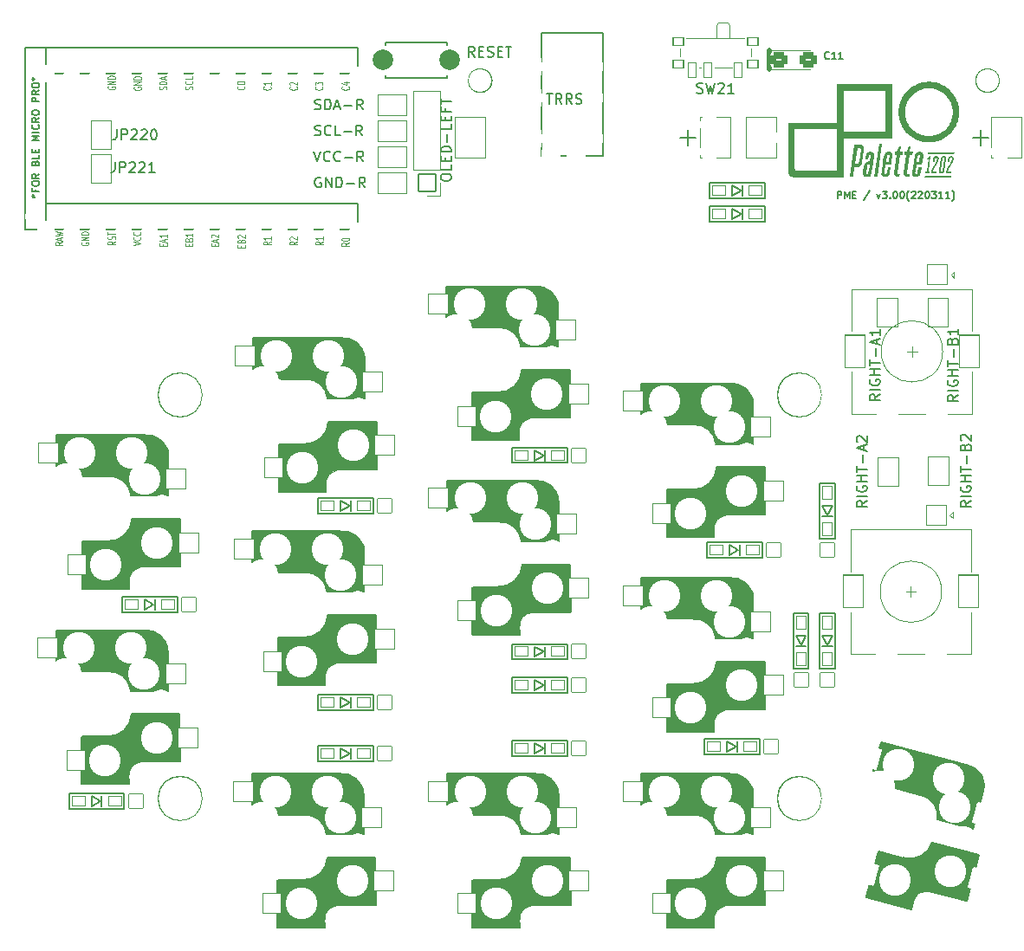
<source format=gto>
G04 #@! TF.GenerationSoftware,KiCad,Pcbnew,(6.0.9-0)*
G04 #@! TF.CreationDate,2022-12-01T20:25:03+09:00*
G04 #@! TF.ProjectId,palette1202-PM,70616c65-7474-4653-9132-30322d504d2e,rev?*
G04 #@! TF.SameCoordinates,Original*
G04 #@! TF.FileFunction,Legend,Top*
G04 #@! TF.FilePolarity,Positive*
%FSLAX46Y46*%
G04 Gerber Fmt 4.6, Leading zero omitted, Abs format (unit mm)*
G04 Created by KiCad (PCBNEW (6.0.9-0)) date 2022-12-01 20:25:03*
%MOMM*%
%LPD*%
G01*
G04 APERTURE LIST*
G04 Aperture macros list*
%AMRoundRect*
0 Rectangle with rounded corners*
0 $1 Rounding radius*
0 $2 $3 $4 $5 $6 $7 $8 $9 X,Y pos of 4 corners*
0 Add a 4 corners polygon primitive as box body*
4,1,4,$2,$3,$4,$5,$6,$7,$8,$9,$2,$3,0*
0 Add four circle primitives for the rounded corners*
1,1,$1+$1,$2,$3*
1,1,$1+$1,$4,$5*
1,1,$1+$1,$6,$7*
1,1,$1+$1,$8,$9*
0 Add four rect primitives between the rounded corners*
20,1,$1+$1,$2,$3,$4,$5,0*
20,1,$1+$1,$4,$5,$6,$7,0*
20,1,$1+$1,$6,$7,$8,$9,0*
20,1,$1+$1,$8,$9,$2,$3,0*%
%AMFreePoly0*
4,1,16,0.536062,0.786062,0.542435,0.778290,1.042435,0.028290,1.050010,-0.010002,1.042435,-0.028290,0.542435,-0.778290,0.510002,-0.800010,0.500000,-0.801000,-0.500000,-0.801000,-0.536062,-0.786062,-0.551000,-0.750000,-0.551000,0.750000,-0.536062,0.786062,-0.500000,0.801000,0.500000,0.801000,0.536062,0.786062,0.536062,0.786062,$1*%
%AMFreePoly1*
4,1,16,0.536062,0.786062,0.551000,0.750000,0.551000,-0.750000,0.536062,-0.786062,0.500000,-0.801000,-0.650000,-0.801000,-0.686062,-0.786062,-0.701000,-0.750000,-0.692435,-0.721710,-0.211295,0.000000,-0.692435,0.721710,-0.700010,0.760002,-0.678290,0.792435,-0.650000,0.801000,0.500000,0.801000,0.536062,0.786062,0.536062,0.786062,$1*%
G04 Aperture macros list end*
%ADD10C,0.200000*%
%ADD11C,0.000000*%
%ADD12C,0.500000*%
%ADD13C,0.150000*%
%ADD14C,0.125000*%
%ADD15C,0.120000*%
%ADD16C,0.100000*%
%ADD17C,0.400000*%
%ADD18C,1.200000*%
%ADD19O,1.700000X2.500000*%
%ADD20C,2.000000*%
%ADD21C,1.524000*%
%ADD22C,1.302000*%
%ADD23O,1.802000X2.602000*%
%ADD24RoundRect,0.051000X-1.000000X1.000000X-1.000000X-1.000000X1.000000X-1.000000X1.000000X1.000000X0*%
%ADD25C,2.102000*%
%ADD26RoundRect,0.051000X-1.000000X1.600000X-1.000000X-1.600000X1.000000X-1.600000X1.000000X1.600000X0*%
%ADD27C,3.102000*%
%ADD28C,1.802000*%
%ADD29C,2.002000*%
%ADD30C,4.102000*%
%ADD31RoundRect,0.051000X1.000000X1.000000X-1.000000X1.000000X-1.000000X-1.000000X1.000000X-1.000000X0*%
%ADD32RoundRect,0.051000X0.900000X1.000000X-0.900000X1.000000X-0.900000X-1.000000X0.900000X-1.000000X0*%
%ADD33RoundRect,0.051000X1.128152X0.732989X-0.610514X1.198863X-1.128152X-0.732989X0.610514X-1.198863X0*%
%ADD34RoundRect,0.051000X1.224745X0.707107X-0.707107X1.224745X-1.224745X-0.707107X0.707107X-1.224745X0*%
%ADD35C,1.702200*%
%ADD36C,1.002000*%
%ADD37RoundRect,0.051000X0.500000X0.400000X-0.500000X0.400000X-0.500000X-0.400000X0.500000X-0.400000X0*%
%ADD38RoundRect,0.051000X0.350000X0.750000X-0.350000X0.750000X-0.350000X-0.750000X0.350000X-0.750000X0*%
%ADD39C,2.202000*%
%ADD40C,1.626000*%
%ADD41C,4.202000*%
%ADD42RoundRect,0.051000X0.850000X0.850000X-0.850000X0.850000X-0.850000X-0.850000X0.850000X-0.850000X0*%
%ADD43O,1.802000X1.802000*%
%ADD44C,1.902000*%
%ADD45RoundRect,0.051000X1.500000X2.000000X-1.500000X2.000000X-1.500000X-2.000000X1.500000X-2.000000X0*%
%ADD46FreePoly0,90.000000*%
%ADD47FreePoly1,90.000000*%
%ADD48FreePoly0,270.000000*%
%ADD49FreePoly1,270.000000*%
%ADD50FreePoly0,0.000000*%
%ADD51FreePoly1,0.000000*%
%ADD52RoundRect,0.300999X-0.537501X-0.425001X0.537501X-0.425001X0.537501X0.425001X-0.537501X0.425001X0*%
%ADD53RoundRect,0.051000X0.475000X-0.650000X0.475000X0.650000X-0.475000X0.650000X-0.475000X-0.650000X0*%
%ADD54RoundRect,0.051000X0.698500X-0.698500X0.698500X0.698500X-0.698500X0.698500X-0.698500X-0.698500X0*%
%ADD55C,1.499000*%
%ADD56RoundRect,0.051000X0.698500X0.698500X-0.698500X0.698500X-0.698500X-0.698500X0.698500X-0.698500X0*%
%ADD57RoundRect,0.051000X0.650000X0.475000X-0.650000X0.475000X-0.650000X-0.475000X0.650000X-0.475000X0*%
G04 APERTURE END LIST*
D10*
X87757000Y-54694600D02*
X87757000Y-36930200D01*
D11*
G36*
X176013999Y-49029595D02*
G01*
X176146290Y-49029595D01*
X176125123Y-49198927D01*
X175691208Y-49201574D01*
X175712376Y-49032241D01*
X175844668Y-49032241D01*
X176021937Y-47809866D01*
X176008708Y-47809866D01*
X176006662Y-47811820D01*
X176004501Y-47813711D01*
X176002231Y-47815540D01*
X175999861Y-47817308D01*
X175997397Y-47819013D01*
X175994848Y-47820656D01*
X175992222Y-47822238D01*
X175989526Y-47823757D01*
X175986767Y-47825214D01*
X175983955Y-47826609D01*
X175981096Y-47827942D01*
X175978198Y-47829214D01*
X175975269Y-47830423D01*
X175972317Y-47831570D01*
X175969349Y-47832655D01*
X175966374Y-47833679D01*
X175960416Y-47835772D01*
X175954426Y-47838020D01*
X175942230Y-47842609D01*
X175935961Y-47844764D01*
X175932771Y-47845765D01*
X175929538Y-47846701D01*
X175926258Y-47847560D01*
X175922928Y-47848329D01*
X175919544Y-47848998D01*
X175916102Y-47849554D01*
X175912567Y-47850516D01*
X175908909Y-47851415D01*
X175905126Y-47852252D01*
X175901219Y-47853027D01*
X175893034Y-47854391D01*
X175884352Y-47855507D01*
X175875175Y-47856375D01*
X175865501Y-47856995D01*
X175855331Y-47857367D01*
X175844666Y-47857491D01*
X175863186Y-47735783D01*
X175873543Y-47735535D01*
X175883780Y-47734791D01*
X175893900Y-47733550D01*
X175903908Y-47731814D01*
X175913807Y-47729582D01*
X175923601Y-47726853D01*
X175933295Y-47723629D01*
X175942892Y-47719908D01*
X175952396Y-47715691D01*
X175961811Y-47710978D01*
X175971140Y-47705769D01*
X175980388Y-47700064D01*
X175989559Y-47693863D01*
X175998656Y-47687165D01*
X176007683Y-47679972D01*
X176016644Y-47672283D01*
X176025356Y-47664190D01*
X176033631Y-47655788D01*
X176041463Y-47647075D01*
X176048850Y-47638052D01*
X176055787Y-47628720D01*
X176062270Y-47619077D01*
X176068296Y-47609124D01*
X176073861Y-47598861D01*
X176078961Y-47588288D01*
X176083592Y-47577405D01*
X176087750Y-47566212D01*
X176091431Y-47554708D01*
X176094632Y-47542895D01*
X176097348Y-47530772D01*
X176099576Y-47518338D01*
X176101311Y-47505595D01*
X176233603Y-47505595D01*
X176013999Y-49029595D01*
G37*
G36*
X178204751Y-49577283D02*
G01*
X175635645Y-49577283D01*
X175659459Y-49410595D01*
X178225916Y-49410595D01*
X178204751Y-49577283D01*
G37*
D10*
X87757000Y-36930200D02*
X89802000Y-36923600D01*
X89802000Y-39470200D02*
X89802000Y-52143600D01*
D12*
X160451800Y-37185600D02*
X160451800Y-38989000D01*
D11*
G36*
X170367856Y-47095925D02*
G01*
X170390876Y-47097232D01*
X170413051Y-47099415D01*
X170434393Y-47102477D01*
X170454913Y-47106424D01*
X170474623Y-47111257D01*
X170493534Y-47116982D01*
X170511659Y-47123603D01*
X170529009Y-47131122D01*
X170545595Y-47139545D01*
X170561429Y-47148875D01*
X170576524Y-47159115D01*
X170590889Y-47170270D01*
X170604537Y-47182344D01*
X170617480Y-47195340D01*
X170629730Y-47209262D01*
X170641110Y-47224022D01*
X170651439Y-47239534D01*
X170660722Y-47255806D01*
X170668963Y-47272845D01*
X170676164Y-47290659D01*
X170682331Y-47309256D01*
X170687467Y-47328644D01*
X170691576Y-47348830D01*
X170694662Y-47369822D01*
X170696728Y-47391628D01*
X170697779Y-47414256D01*
X170697819Y-47437713D01*
X170696850Y-47462007D01*
X170694878Y-47487147D01*
X170691906Y-47513138D01*
X170687938Y-47539991D01*
X170526542Y-48682991D01*
X170521433Y-48682636D01*
X170396897Y-49558760D01*
X170124377Y-49558760D01*
X170132313Y-49463510D01*
X170108501Y-49463510D01*
X170101431Y-49470331D01*
X170094114Y-49476905D01*
X170086548Y-49483230D01*
X170078735Y-49489307D01*
X170070673Y-49495136D01*
X170062364Y-49500717D01*
X170053806Y-49506050D01*
X170045001Y-49511135D01*
X170036066Y-49516850D01*
X170027100Y-49522132D01*
X170018072Y-49527041D01*
X170008951Y-49531640D01*
X169999706Y-49535991D01*
X169990306Y-49540156D01*
X169980720Y-49544197D01*
X169970917Y-49548176D01*
X169960866Y-49551023D01*
X169950536Y-49553592D01*
X169939896Y-49555850D01*
X169928915Y-49557767D01*
X169917562Y-49559313D01*
X169905805Y-49560455D01*
X169893615Y-49561163D01*
X169880959Y-49561405D01*
X169866201Y-49560941D01*
X169851695Y-49559550D01*
X169837445Y-49557237D01*
X169823454Y-49554005D01*
X169809727Y-49549859D01*
X169796267Y-49544802D01*
X169783078Y-49538838D01*
X169770165Y-49531971D01*
X169757531Y-49524205D01*
X169745179Y-49515543D01*
X169733115Y-49505990D01*
X169721341Y-49495549D01*
X169709861Y-49484225D01*
X169698680Y-49472021D01*
X169687802Y-49458941D01*
X169677229Y-49444990D01*
X169667246Y-49430169D01*
X169658135Y-49414485D01*
X169649900Y-49397940D01*
X169642544Y-49380539D01*
X169636073Y-49362285D01*
X169630488Y-49343182D01*
X169625795Y-49323234D01*
X169621998Y-49302446D01*
X169619099Y-49280820D01*
X169617104Y-49258360D01*
X169616016Y-49235072D01*
X169615838Y-49210958D01*
X169616073Y-49203009D01*
X169923463Y-49203009D01*
X169923611Y-49212090D01*
X169923992Y-49220761D01*
X169924614Y-49229025D01*
X169925483Y-49236885D01*
X169926608Y-49244347D01*
X169927997Y-49251413D01*
X169929657Y-49258088D01*
X169931596Y-49264375D01*
X169933822Y-49270278D01*
X169936343Y-49275801D01*
X169939166Y-49280949D01*
X169941738Y-49285755D01*
X169944489Y-49290251D01*
X169947410Y-49294437D01*
X169950494Y-49298312D01*
X169953732Y-49301878D01*
X169957119Y-49305134D01*
X169960644Y-49308079D01*
X169964302Y-49310715D01*
X169968083Y-49313040D01*
X169971981Y-49315056D01*
X169975987Y-49316761D01*
X169980094Y-49318157D01*
X169984294Y-49319242D01*
X169988579Y-49320017D01*
X169992942Y-49320482D01*
X169997374Y-49320637D01*
X170001808Y-49320545D01*
X170006180Y-49320270D01*
X170010490Y-49319817D01*
X170014738Y-49319190D01*
X170018924Y-49318392D01*
X170023048Y-49317428D01*
X170027109Y-49316300D01*
X170031109Y-49315014D01*
X170035047Y-49313573D01*
X170038923Y-49311981D01*
X170042736Y-49310241D01*
X170046488Y-49308358D01*
X170050178Y-49306335D01*
X170053805Y-49304177D01*
X170057371Y-49301887D01*
X170060874Y-49299469D01*
X170064317Y-49296928D01*
X170067701Y-49294271D01*
X170071031Y-49291505D01*
X170074310Y-49288638D01*
X170077543Y-49285679D01*
X170080734Y-49282634D01*
X170087002Y-49276319D01*
X170093146Y-49269756D01*
X170099198Y-49263007D01*
X170111146Y-49249199D01*
X170116107Y-49241138D01*
X170121068Y-49232828D01*
X170126029Y-49224270D01*
X170130990Y-49215464D01*
X170135951Y-49206411D01*
X170140912Y-49197109D01*
X170145873Y-49187559D01*
X170150834Y-49177761D01*
X170238146Y-48497782D01*
X170243438Y-48497782D01*
X170264604Y-48333741D01*
X170150834Y-48333741D01*
X170143973Y-48333911D01*
X170137283Y-48334421D01*
X170130763Y-48335271D01*
X170124411Y-48336459D01*
X170118229Y-48337984D01*
X170112214Y-48339845D01*
X170106367Y-48342041D01*
X170100687Y-48344572D01*
X170095173Y-48347436D01*
X170089826Y-48350632D01*
X170084645Y-48354160D01*
X170079628Y-48358018D01*
X170074777Y-48362206D01*
X170070090Y-48366722D01*
X170065566Y-48371565D01*
X170061206Y-48376735D01*
X170052973Y-48388051D01*
X170045387Y-48400661D01*
X170038445Y-48414558D01*
X170032143Y-48429734D01*
X170026476Y-48446182D01*
X170021440Y-48463892D01*
X170017033Y-48482859D01*
X170013250Y-48503073D01*
X169925937Y-49151303D01*
X169925039Y-49162497D01*
X169924335Y-49173260D01*
X169923833Y-49183598D01*
X169923539Y-49193512D01*
X169923463Y-49203009D01*
X169616073Y-49203009D01*
X169616575Y-49186022D01*
X169618231Y-49160268D01*
X169620809Y-49133700D01*
X169624313Y-49106323D01*
X169711626Y-48492490D01*
X169716432Y-48465113D01*
X169721920Y-48438545D01*
X169728090Y-48412792D01*
X169734942Y-48387856D01*
X169742477Y-48363742D01*
X169750693Y-48340453D01*
X169759592Y-48317994D01*
X169769173Y-48296368D01*
X169779435Y-48275579D01*
X169790380Y-48255631D01*
X169802008Y-48236528D01*
X169814317Y-48218274D01*
X169827308Y-48200873D01*
X169840982Y-48184328D01*
X169855337Y-48168643D01*
X169870375Y-48153823D01*
X169886032Y-48139871D01*
X169902244Y-48126792D01*
X169919006Y-48114588D01*
X169936314Y-48103264D01*
X169954165Y-48092823D01*
X169972555Y-48083270D01*
X169991480Y-48074609D01*
X170010935Y-48066842D01*
X170030918Y-48059975D01*
X170051424Y-48054011D01*
X170072449Y-48048954D01*
X170093990Y-48044807D01*
X170116042Y-48041576D01*
X170138602Y-48039262D01*
X170161666Y-48037872D01*
X170185230Y-48037407D01*
X170301645Y-48037407D01*
X170388958Y-47524116D01*
X170390757Y-47515341D01*
X170392187Y-47506876D01*
X170393254Y-47498722D01*
X170393960Y-47490877D01*
X170394310Y-47483343D01*
X170394306Y-47476119D01*
X170393954Y-47469204D01*
X170393257Y-47462600D01*
X170392219Y-47456306D01*
X170390844Y-47450322D01*
X170389136Y-47444648D01*
X170387098Y-47439284D01*
X170384734Y-47434230D01*
X170382049Y-47429486D01*
X170379046Y-47425052D01*
X170375729Y-47420928D01*
X170372193Y-47417084D01*
X170368525Y-47413487D01*
X170364718Y-47410139D01*
X170360763Y-47407038D01*
X170356654Y-47404186D01*
X170352381Y-47401581D01*
X170347938Y-47399225D01*
X170343317Y-47397116D01*
X170338510Y-47395256D01*
X170333509Y-47393644D01*
X170328307Y-47392279D01*
X170322895Y-47391163D01*
X170317266Y-47390295D01*
X170311412Y-47389675D01*
X170305326Y-47389303D01*
X170298999Y-47389179D01*
X170294535Y-47389303D01*
X170290075Y-47389675D01*
X170285622Y-47390295D01*
X170281181Y-47391163D01*
X170276756Y-47392279D01*
X170272350Y-47393643D01*
X170267967Y-47395256D01*
X170263612Y-47397116D01*
X170259287Y-47399224D01*
X170254997Y-47401581D01*
X170250746Y-47404185D01*
X170246538Y-47407038D01*
X170242376Y-47410138D01*
X170238264Y-47413487D01*
X170234207Y-47417084D01*
X170230208Y-47420928D01*
X170226302Y-47425052D01*
X170222524Y-47429486D01*
X170218878Y-47434229D01*
X170215367Y-47439283D01*
X170211996Y-47444647D01*
X170208768Y-47450321D01*
X170205687Y-47456305D01*
X170202758Y-47462600D01*
X170199983Y-47469204D01*
X170197368Y-47476118D01*
X170194915Y-47483343D01*
X170192629Y-47490877D01*
X170190514Y-47498722D01*
X170188573Y-47506876D01*
X170186810Y-47515341D01*
X170185230Y-47524116D01*
X170134959Y-47828387D01*
X169838625Y-47828387D01*
X169888896Y-47502950D01*
X169893702Y-47478052D01*
X169899190Y-47453955D01*
X169905360Y-47430658D01*
X169912213Y-47408154D01*
X169919747Y-47386442D01*
X169927963Y-47365516D01*
X169936862Y-47345373D01*
X169946443Y-47326009D01*
X169956706Y-47307420D01*
X169967651Y-47289603D01*
X169979278Y-47272553D01*
X169991587Y-47256266D01*
X170004579Y-47240740D01*
X170018252Y-47225969D01*
X170032608Y-47211949D01*
X170047646Y-47198678D01*
X170063211Y-47186183D01*
X170079153Y-47174494D01*
X170095474Y-47163611D01*
X170112179Y-47153534D01*
X170129272Y-47144263D01*
X170146756Y-47135799D01*
X170164635Y-47128140D01*
X170182914Y-47121288D01*
X170201596Y-47115242D01*
X170220684Y-47110002D01*
X170240184Y-47105568D01*
X170260098Y-47101940D01*
X170280431Y-47099118D01*
X170301186Y-47097103D01*
X170322368Y-47095894D01*
X170343979Y-47095491D01*
X170367856Y-47095925D01*
G37*
G36*
X176803895Y-47505874D02*
G01*
X176818127Y-47506716D01*
X176831925Y-47508124D01*
X176845288Y-47510101D01*
X176858218Y-47512652D01*
X176870713Y-47515780D01*
X176882775Y-47519490D01*
X176894402Y-47523785D01*
X176905595Y-47528669D01*
X176916354Y-47534146D01*
X176926679Y-47540220D01*
X176936570Y-47546895D01*
X176946027Y-47554174D01*
X176955049Y-47562062D01*
X176963638Y-47570562D01*
X176971793Y-47579678D01*
X176979390Y-47589291D01*
X176986308Y-47599279D01*
X176992552Y-47609648D01*
X176998126Y-47620400D01*
X177003034Y-47631539D01*
X177007278Y-47643070D01*
X177010864Y-47654997D01*
X177013795Y-47667322D01*
X177016074Y-47680051D01*
X177017707Y-47693186D01*
X177018696Y-47706733D01*
X177019045Y-47720694D01*
X177018759Y-47735073D01*
X177017841Y-47749875D01*
X177016295Y-47765103D01*
X177014124Y-47780762D01*
X177007919Y-47816972D01*
X177001186Y-47852158D01*
X176993894Y-47886290D01*
X176986014Y-47919337D01*
X176977513Y-47951268D01*
X176968361Y-47982052D01*
X176958527Y-48011657D01*
X176947979Y-48040054D01*
X176936936Y-48068455D01*
X176925614Y-48096112D01*
X176913981Y-48123025D01*
X176902007Y-48149194D01*
X176889662Y-48174619D01*
X176876913Y-48199299D01*
X176863730Y-48223236D01*
X176850083Y-48246428D01*
X176836187Y-48269998D01*
X176822261Y-48293102D01*
X176808272Y-48315773D01*
X176794190Y-48338040D01*
X176779984Y-48359935D01*
X176765623Y-48381489D01*
X176751076Y-48402733D01*
X176736311Y-48423699D01*
X176721547Y-48444659D01*
X176707000Y-48465866D01*
X176692640Y-48487322D01*
X176678434Y-48509026D01*
X176650364Y-48553179D01*
X176622542Y-48598323D01*
X176608899Y-48621278D01*
X176595752Y-48644543D01*
X176583102Y-48668179D01*
X176570947Y-48692250D01*
X176559289Y-48716817D01*
X176548127Y-48741943D01*
X176537461Y-48767688D01*
X176527291Y-48794115D01*
X176516749Y-48821282D01*
X176506951Y-48849223D01*
X176497897Y-48877971D01*
X176489587Y-48907556D01*
X176482022Y-48938008D01*
X176475201Y-48969361D01*
X176469124Y-49001643D01*
X176463791Y-49034887D01*
X176826272Y-49034887D01*
X176805104Y-49204219D01*
X176273291Y-49201574D01*
X176294459Y-49034887D01*
X176300665Y-48997804D01*
X176307398Y-48961961D01*
X176314689Y-48927358D01*
X176322570Y-48893996D01*
X176331070Y-48861873D01*
X176340222Y-48830992D01*
X176350057Y-48801350D01*
X176360604Y-48772949D01*
X176371647Y-48745415D01*
X176382970Y-48718378D01*
X176394602Y-48691837D01*
X176406576Y-48665792D01*
X176418922Y-48640243D01*
X176431670Y-48615190D01*
X176444853Y-48590634D01*
X176458500Y-48566573D01*
X176472396Y-48543004D01*
X176486323Y-48519899D01*
X176500312Y-48497229D01*
X176514394Y-48474962D01*
X176528600Y-48453066D01*
X176542961Y-48431512D01*
X176557508Y-48410268D01*
X176572272Y-48389304D01*
X176587036Y-48368344D01*
X176601583Y-48347136D01*
X176615944Y-48325680D01*
X176630150Y-48303975D01*
X176658220Y-48259823D01*
X176686043Y-48214678D01*
X176711716Y-48168500D01*
X176724320Y-48144961D01*
X176736645Y-48121082D01*
X176748598Y-48096830D01*
X176760085Y-48072175D01*
X176771014Y-48047086D01*
X176781292Y-48021532D01*
X176791835Y-47995126D01*
X176801632Y-47967541D01*
X176810686Y-47938840D01*
X176818996Y-47909085D01*
X176826561Y-47878338D01*
X176833383Y-47846660D01*
X176839459Y-47814114D01*
X176844792Y-47780762D01*
X176846313Y-47767801D01*
X176846727Y-47761645D01*
X176846911Y-47755704D01*
X176846866Y-47749978D01*
X176846594Y-47744468D01*
X176846096Y-47739171D01*
X176845371Y-47734088D01*
X176844422Y-47729218D01*
X176843248Y-47724560D01*
X176841852Y-47720115D01*
X176840234Y-47715882D01*
X176838396Y-47711860D01*
X176836337Y-47708048D01*
X176834059Y-47704447D01*
X176831563Y-47701056D01*
X176828850Y-47697874D01*
X176825922Y-47694900D01*
X176822778Y-47692136D01*
X176819419Y-47689578D01*
X176815848Y-47687229D01*
X176812065Y-47685086D01*
X176808070Y-47683149D01*
X176803865Y-47681419D01*
X176799451Y-47679893D01*
X176794828Y-47678573D01*
X176789998Y-47677457D01*
X176784962Y-47676545D01*
X176779720Y-47675837D01*
X176774274Y-47675332D01*
X176762772Y-47674928D01*
X176756897Y-47675029D01*
X176751176Y-47675332D01*
X176745610Y-47675837D01*
X176740200Y-47676545D01*
X176734945Y-47677457D01*
X176729844Y-47678573D01*
X176724899Y-47679893D01*
X176720108Y-47681419D01*
X176715473Y-47683149D01*
X176710993Y-47685086D01*
X176706667Y-47687229D01*
X176702497Y-47689578D01*
X176698482Y-47692136D01*
X176694621Y-47694900D01*
X176690916Y-47697874D01*
X176687366Y-47701056D01*
X176683971Y-47704447D01*
X176680731Y-47708048D01*
X176677646Y-47711860D01*
X176674716Y-47715882D01*
X176671941Y-47720115D01*
X176669321Y-47724560D01*
X176666856Y-47729218D01*
X176664546Y-47734088D01*
X176662391Y-47739171D01*
X176660391Y-47744468D01*
X176658546Y-47749978D01*
X176656857Y-47755704D01*
X176655322Y-47761645D01*
X176653942Y-47767801D01*
X176651648Y-47780762D01*
X176609313Y-48063866D01*
X176439980Y-48063866D01*
X176482314Y-47778116D01*
X176485043Y-47762458D01*
X176488267Y-47747234D01*
X176491988Y-47732444D01*
X176496205Y-47718088D01*
X176500918Y-47704167D01*
X176506127Y-47690679D01*
X176511833Y-47677626D01*
X176518034Y-47665006D01*
X176524731Y-47652821D01*
X176531924Y-47641070D01*
X176539614Y-47629753D01*
X176547799Y-47618870D01*
X176556480Y-47608421D01*
X176565658Y-47598406D01*
X176575332Y-47588825D01*
X176585501Y-47579678D01*
X176596074Y-47570562D01*
X176606952Y-47562062D01*
X176618133Y-47554174D01*
X176629613Y-47546895D01*
X176641386Y-47540220D01*
X176653451Y-47534146D01*
X176665802Y-47528669D01*
X176678437Y-47523785D01*
X176691350Y-47519490D01*
X176704538Y-47515780D01*
X176717998Y-47512652D01*
X176731725Y-47510101D01*
X176745715Y-47508124D01*
X176759965Y-47506716D01*
X176774471Y-47505874D01*
X176789229Y-47505595D01*
X176803895Y-47505874D01*
G37*
D10*
X87757000Y-54694600D02*
X89802000Y-54683600D01*
D11*
G36*
X178256457Y-47511166D02*
G01*
X178270689Y-47512008D01*
X178284487Y-47513415D01*
X178297850Y-47515393D01*
X178310780Y-47517944D01*
X178323275Y-47521072D01*
X178335336Y-47524782D01*
X178346963Y-47529077D01*
X178358157Y-47533961D01*
X178368916Y-47539438D01*
X178379241Y-47545512D01*
X178389131Y-47552187D01*
X178398588Y-47559466D01*
X178407611Y-47567354D01*
X178416200Y-47575854D01*
X178424355Y-47584970D01*
X178431952Y-47594582D01*
X178438870Y-47604571D01*
X178445115Y-47614939D01*
X178450688Y-47625691D01*
X178455596Y-47636831D01*
X178459840Y-47648362D01*
X178463426Y-47660288D01*
X178466356Y-47672613D01*
X178468636Y-47685342D01*
X178470268Y-47698477D01*
X178471257Y-47712024D01*
X178471606Y-47725985D01*
X178471320Y-47740365D01*
X178470402Y-47755167D01*
X178468857Y-47770395D01*
X178466687Y-47786054D01*
X178460480Y-47822264D01*
X178453747Y-47857450D01*
X178446456Y-47891582D01*
X178438575Y-47924629D01*
X178430075Y-47956560D01*
X178420923Y-47987344D01*
X178411089Y-48016949D01*
X178400542Y-48045346D01*
X178389498Y-48073747D01*
X178378176Y-48101404D01*
X178366543Y-48128317D01*
X178354570Y-48154486D01*
X178342224Y-48179910D01*
X178329475Y-48204591D01*
X178316293Y-48228527D01*
X178302645Y-48251720D01*
X178288749Y-48275289D01*
X178274822Y-48298394D01*
X178260833Y-48321064D01*
X178246752Y-48343332D01*
X178232546Y-48365227D01*
X178218185Y-48386781D01*
X178203638Y-48408025D01*
X178188874Y-48428991D01*
X178174110Y-48449950D01*
X178159563Y-48471158D01*
X178145202Y-48492614D01*
X178130996Y-48514318D01*
X178102925Y-48558471D01*
X178075102Y-48603615D01*
X178049430Y-48649834D01*
X178036826Y-48673471D01*
X178024501Y-48697542D01*
X178012548Y-48722109D01*
X178001061Y-48747235D01*
X177990131Y-48772980D01*
X177979853Y-48799407D01*
X177969311Y-48826574D01*
X177959513Y-48854515D01*
X177950459Y-48883263D01*
X177942150Y-48912847D01*
X177934584Y-48943300D01*
X177927763Y-48974652D01*
X177921686Y-49006934D01*
X177916354Y-49040178D01*
X178278834Y-49040178D01*
X178257666Y-49209511D01*
X177725853Y-49206866D01*
X177747019Y-49040178D01*
X177753226Y-49003095D01*
X177759959Y-48967252D01*
X177767251Y-48932650D01*
X177775132Y-48899287D01*
X177783633Y-48867165D01*
X177792785Y-48836283D01*
X177802619Y-48806642D01*
X177813166Y-48778241D01*
X177824209Y-48750707D01*
X177835532Y-48723670D01*
X177847164Y-48697129D01*
X177859138Y-48671084D01*
X177871483Y-48645535D01*
X177884232Y-48620482D01*
X177897415Y-48595926D01*
X177911063Y-48571865D01*
X177924958Y-48548296D01*
X177938885Y-48525191D01*
X177952874Y-48502521D01*
X177966956Y-48480254D01*
X177981162Y-48458358D01*
X177995523Y-48436804D01*
X178010070Y-48415560D01*
X178024834Y-48394595D01*
X178039598Y-48373635D01*
X178054144Y-48352427D01*
X178068505Y-48330971D01*
X178082711Y-48309267D01*
X178110782Y-48265114D01*
X178138604Y-48219970D01*
X178164276Y-48173792D01*
X178176880Y-48150253D01*
X178189205Y-48126374D01*
X178201158Y-48102122D01*
X178212646Y-48077467D01*
X178223576Y-48052378D01*
X178233855Y-48026824D01*
X178244397Y-48000418D01*
X178254195Y-47972833D01*
X178263249Y-47944132D01*
X178271558Y-47914377D01*
X178279124Y-47883629D01*
X178285945Y-47851952D01*
X178292022Y-47819406D01*
X178297354Y-47786054D01*
X178298875Y-47773093D01*
X178299289Y-47766937D01*
X178299473Y-47760996D01*
X178299429Y-47755270D01*
X178299157Y-47749759D01*
X178298658Y-47744463D01*
X178297933Y-47739380D01*
X178296984Y-47734510D01*
X178295811Y-47729852D01*
X178294415Y-47725407D01*
X178292797Y-47721174D01*
X178290958Y-47717152D01*
X178288899Y-47713340D01*
X178286621Y-47709739D01*
X178284126Y-47706348D01*
X178281413Y-47703166D01*
X178278484Y-47700192D01*
X178275340Y-47697427D01*
X178271982Y-47694870D01*
X178268410Y-47692521D01*
X178264627Y-47690378D01*
X178260632Y-47688441D01*
X178256427Y-47686711D01*
X178252013Y-47685185D01*
X178247390Y-47683865D01*
X178242560Y-47682749D01*
X178237524Y-47681837D01*
X178232282Y-47681129D01*
X178226836Y-47680624D01*
X178215334Y-47680220D01*
X178209459Y-47680321D01*
X178203738Y-47680624D01*
X178198173Y-47681129D01*
X178192762Y-47681837D01*
X178187507Y-47682749D01*
X178182406Y-47683865D01*
X178177461Y-47685185D01*
X178172671Y-47686711D01*
X178168035Y-47688441D01*
X178163555Y-47690378D01*
X178159229Y-47692521D01*
X178155059Y-47694870D01*
X178151044Y-47697427D01*
X178147184Y-47700192D01*
X178143478Y-47703166D01*
X178139928Y-47706348D01*
X178136533Y-47709739D01*
X178133293Y-47713340D01*
X178130208Y-47717152D01*
X178127278Y-47721174D01*
X178124502Y-47725407D01*
X178121882Y-47729852D01*
X178119417Y-47734510D01*
X178117107Y-47739380D01*
X178114952Y-47744463D01*
X178112952Y-47749759D01*
X178111108Y-47755270D01*
X178109418Y-47760996D01*
X178107883Y-47766937D01*
X178106503Y-47773093D01*
X178104208Y-47786054D01*
X178061875Y-48069158D01*
X177892542Y-48069158D01*
X177934876Y-47783408D01*
X177937605Y-47767749D01*
X177940829Y-47752525D01*
X177944550Y-47737736D01*
X177948767Y-47723380D01*
X177953480Y-47709458D01*
X177958688Y-47695971D01*
X177964394Y-47682917D01*
X177970595Y-47670298D01*
X177977292Y-47658112D01*
X177984485Y-47646361D01*
X177992175Y-47635044D01*
X178000360Y-47624161D01*
X178009042Y-47613712D01*
X178018220Y-47603697D01*
X178027894Y-47594116D01*
X178038064Y-47584970D01*
X178048636Y-47575854D01*
X178059515Y-47567354D01*
X178070695Y-47559466D01*
X178082175Y-47552187D01*
X178093948Y-47545512D01*
X178106013Y-47539438D01*
X178118364Y-47533961D01*
X178130998Y-47529077D01*
X178143911Y-47524782D01*
X178157100Y-47521072D01*
X178170559Y-47517944D01*
X178184286Y-47515393D01*
X178198277Y-47513415D01*
X178212527Y-47512008D01*
X178227033Y-47511166D01*
X178241791Y-47510886D01*
X178256457Y-47511166D01*
G37*
G36*
X172161730Y-47098541D02*
G01*
X172184750Y-47099755D01*
X172206925Y-47101782D01*
X172228266Y-47104628D01*
X172248787Y-47108295D01*
X172268497Y-47112788D01*
X172287408Y-47118110D01*
X172305533Y-47124265D01*
X172322883Y-47131258D01*
X172339469Y-47139091D01*
X172355303Y-47147770D01*
X172370397Y-47157297D01*
X172384763Y-47167677D01*
X172398411Y-47178913D01*
X172411354Y-47191010D01*
X172423604Y-47203971D01*
X172434984Y-47217272D01*
X172445313Y-47231375D01*
X172454596Y-47246277D01*
X172462837Y-47261973D01*
X172470039Y-47278460D01*
X172476206Y-47295733D01*
X172481342Y-47313790D01*
X172485451Y-47332625D01*
X172488537Y-47352236D01*
X172490603Y-47372617D01*
X172491654Y-47393767D01*
X172491693Y-47415679D01*
X172490725Y-47438352D01*
X172488753Y-47461780D01*
X172485781Y-47485960D01*
X172481813Y-47510887D01*
X172411986Y-47971226D01*
X172413022Y-47971263D01*
X172354813Y-48362847D01*
X171828291Y-48362847D01*
X171719813Y-49114263D01*
X171718704Y-49124030D01*
X171717859Y-49133486D01*
X171717278Y-49142633D01*
X171716960Y-49151470D01*
X171716906Y-49159996D01*
X171717115Y-49168213D01*
X171717588Y-49176119D01*
X171718324Y-49183716D01*
X171719324Y-49191002D01*
X171720588Y-49197978D01*
X171722115Y-49204645D01*
X171723905Y-49211001D01*
X171725960Y-49217047D01*
X171728277Y-49222783D01*
X171730858Y-49228209D01*
X171733703Y-49233325D01*
X171736812Y-49238131D01*
X171740183Y-49242627D01*
X171743819Y-49246813D01*
X171747718Y-49250688D01*
X171751880Y-49254254D01*
X171756307Y-49257510D01*
X171760996Y-49260455D01*
X171765949Y-49263091D01*
X171771166Y-49265416D01*
X171776647Y-49267431D01*
X171782390Y-49269137D01*
X171788398Y-49270532D01*
X171794669Y-49271617D01*
X171801203Y-49272392D01*
X171808001Y-49272857D01*
X171815063Y-49273012D01*
X171822156Y-49272857D01*
X171829048Y-49272392D01*
X171835740Y-49271617D01*
X171842234Y-49270532D01*
X171848531Y-49269137D01*
X171854630Y-49267432D01*
X171860534Y-49265416D01*
X171866243Y-49263091D01*
X171871759Y-49260455D01*
X171877081Y-49257510D01*
X171882212Y-49254254D01*
X171887151Y-49250689D01*
X171891901Y-49246813D01*
X171896462Y-49242627D01*
X171900835Y-49238131D01*
X171905021Y-49233325D01*
X171909021Y-49228209D01*
X171912836Y-49222783D01*
X171919914Y-49211001D01*
X171926264Y-49197979D01*
X171931893Y-49183716D01*
X171936808Y-49168213D01*
X171941019Y-49151470D01*
X171944531Y-49133487D01*
X171947354Y-49114263D01*
X172024084Y-48590389D01*
X172320417Y-48590389D01*
X172243687Y-49114263D01*
X172239376Y-49141640D01*
X172234375Y-49168208D01*
X172228676Y-49193961D01*
X172222272Y-49218897D01*
X172215155Y-49243011D01*
X172207317Y-49266300D01*
X172198750Y-49288759D01*
X172189447Y-49310385D01*
X172179400Y-49331174D01*
X172168601Y-49351122D01*
X172157042Y-49370225D01*
X172144716Y-49388479D01*
X172131615Y-49405880D01*
X172117731Y-49422425D01*
X172103056Y-49438110D01*
X172087583Y-49452930D01*
X172071460Y-49466882D01*
X172054841Y-49479961D01*
X172037726Y-49492165D01*
X172020114Y-49503489D01*
X172002007Y-49513930D01*
X171983404Y-49523483D01*
X171964304Y-49532144D01*
X171944708Y-49539911D01*
X171924616Y-49546778D01*
X171904028Y-49552742D01*
X171882944Y-49557799D01*
X171861364Y-49561946D01*
X171839288Y-49565177D01*
X171816716Y-49567491D01*
X171793647Y-49568881D01*
X171770083Y-49569346D01*
X171746206Y-49568912D01*
X171723186Y-49567609D01*
X171701011Y-49565439D01*
X171679670Y-49562400D01*
X171659150Y-49558494D01*
X171639440Y-49553719D01*
X171620528Y-49548076D01*
X171602403Y-49541565D01*
X171585053Y-49534185D01*
X171568467Y-49525938D01*
X171552633Y-49516822D01*
X171537539Y-49506838D01*
X171523173Y-49495986D01*
X171509525Y-49484266D01*
X171496582Y-49471677D01*
X171484333Y-49458221D01*
X171473388Y-49443928D01*
X171463378Y-49428832D01*
X171454305Y-49412939D01*
X171446175Y-49396250D01*
X171438990Y-49378771D01*
X171432754Y-49360506D01*
X171427472Y-49341457D01*
X171423147Y-49321630D01*
X171419784Y-49301027D01*
X171417385Y-49279653D01*
X171415956Y-49257511D01*
X171415499Y-49234607D01*
X171416019Y-49210942D01*
X171417520Y-49186522D01*
X171420005Y-49161350D01*
X171423479Y-49135430D01*
X171580853Y-48063867D01*
X171873271Y-48063867D01*
X172100813Y-48063867D01*
X172116688Y-47960679D01*
X172119613Y-47960783D01*
X172188126Y-47529409D01*
X172189925Y-47520634D01*
X172191356Y-47512169D01*
X172192423Y-47504015D01*
X172193129Y-47496170D01*
X172193478Y-47488636D01*
X172193475Y-47481411D01*
X172193123Y-47474497D01*
X172192426Y-47467893D01*
X172191388Y-47461599D01*
X172190013Y-47455615D01*
X172188304Y-47449941D01*
X172186266Y-47444577D01*
X172183902Y-47439523D01*
X172181217Y-47434779D01*
X172178214Y-47430345D01*
X172174897Y-47426221D01*
X172171361Y-47422377D01*
X172167693Y-47418780D01*
X172163886Y-47415431D01*
X172159932Y-47412331D01*
X172155822Y-47409478D01*
X172151550Y-47406874D01*
X172147107Y-47404518D01*
X172142486Y-47402409D01*
X172137679Y-47400549D01*
X172132678Y-47398936D01*
X172127475Y-47397572D01*
X172122063Y-47396456D01*
X172116434Y-47395588D01*
X172110581Y-47394968D01*
X172104494Y-47394595D01*
X172098168Y-47394471D01*
X172091308Y-47394603D01*
X172084618Y-47394999D01*
X172078097Y-47395657D01*
X172071746Y-47396580D01*
X172065563Y-47397766D01*
X172059548Y-47399215D01*
X172053701Y-47400928D01*
X172048021Y-47402905D01*
X172042508Y-47405145D01*
X172037160Y-47407649D01*
X172031979Y-47410416D01*
X172026963Y-47413447D01*
X172022111Y-47416741D01*
X172017424Y-47420299D01*
X172012900Y-47424121D01*
X172008540Y-47428206D01*
X172004342Y-47432554D01*
X172000307Y-47437166D01*
X171996434Y-47442042D01*
X171992722Y-47447181D01*
X171989170Y-47452584D01*
X171985780Y-47458250D01*
X171979477Y-47470374D01*
X171973810Y-47483551D01*
X171968775Y-47497783D01*
X171964367Y-47513069D01*
X171960584Y-47529409D01*
X171873271Y-48063867D01*
X171580853Y-48063867D01*
X171658957Y-47532054D01*
X171663764Y-47505698D01*
X171669256Y-47480202D01*
X171675439Y-47455559D01*
X171682315Y-47431760D01*
X171689889Y-47408799D01*
X171698164Y-47386667D01*
X171707145Y-47365357D01*
X171716835Y-47344861D01*
X171727238Y-47325171D01*
X171738358Y-47306279D01*
X171750199Y-47288178D01*
X171762765Y-47270860D01*
X171776059Y-47254317D01*
X171790086Y-47238542D01*
X171804850Y-47223526D01*
X171820353Y-47209262D01*
X171836476Y-47195806D01*
X171853095Y-47183217D01*
X171870211Y-47171497D01*
X171887822Y-47160645D01*
X171905930Y-47150661D01*
X171924533Y-47141545D01*
X171943633Y-47133298D01*
X171963228Y-47125918D01*
X171983320Y-47119407D01*
X172003908Y-47113764D01*
X172024992Y-47108989D01*
X172046572Y-47105083D01*
X172068648Y-47102044D01*
X172091220Y-47099874D01*
X172114289Y-47098571D01*
X172137853Y-47098137D01*
X172161730Y-47098541D01*
G37*
G36*
X178527543Y-47296575D02*
G01*
X175958437Y-47296575D01*
X175982251Y-47127241D01*
X178548708Y-47127241D01*
X178527543Y-47296575D01*
G37*
G36*
X176206284Y-40246643D02*
G01*
X176356864Y-40258098D01*
X176505244Y-40276962D01*
X176651238Y-40303048D01*
X176794661Y-40336168D01*
X176935326Y-40376135D01*
X177073049Y-40422763D01*
X177207643Y-40475864D01*
X177338924Y-40535252D01*
X177466706Y-40600739D01*
X177590802Y-40672139D01*
X177711029Y-40749263D01*
X177827199Y-40831927D01*
X177939128Y-40919942D01*
X178046630Y-41013121D01*
X178149519Y-41111278D01*
X178247610Y-41214225D01*
X178340717Y-41321775D01*
X178428655Y-41433742D01*
X178511238Y-41549938D01*
X178588281Y-41670177D01*
X178659598Y-41794271D01*
X178725004Y-41922033D01*
X178784312Y-42053277D01*
X178837338Y-42187815D01*
X178883896Y-42325460D01*
X178923800Y-42466026D01*
X178956865Y-42609326D01*
X178982905Y-42755171D01*
X179001735Y-42903376D01*
X179013169Y-43053753D01*
X179017022Y-43206116D01*
X179013162Y-43358711D01*
X179001706Y-43509292D01*
X178982842Y-43657672D01*
X178956757Y-43803666D01*
X178923637Y-43947089D01*
X178883669Y-44087754D01*
X178837041Y-44225477D01*
X178783940Y-44360071D01*
X178724553Y-44491352D01*
X178659065Y-44619134D01*
X178587666Y-44743230D01*
X178510541Y-44863457D01*
X178427877Y-44979627D01*
X178339863Y-45091556D01*
X178246683Y-45199057D01*
X178148527Y-45301947D01*
X178045580Y-45400038D01*
X177938029Y-45493145D01*
X177826062Y-45581083D01*
X177709866Y-45663666D01*
X177589627Y-45740709D01*
X177465533Y-45812026D01*
X177337771Y-45877431D01*
X177206527Y-45936740D01*
X177071989Y-45989766D01*
X176934344Y-46036324D01*
X176793778Y-46076228D01*
X176650479Y-46109293D01*
X176504633Y-46135333D01*
X176356428Y-46154163D01*
X176206051Y-46165597D01*
X176053689Y-46169449D01*
X176053689Y-45534449D01*
X176173269Y-45531412D01*
X176291307Y-45522399D01*
X176407653Y-45507557D01*
X176522161Y-45487036D01*
X176634683Y-45460982D01*
X176745071Y-45429543D01*
X176853177Y-45392866D01*
X176958853Y-45351101D01*
X177061952Y-45304394D01*
X177162326Y-45252893D01*
X177259827Y-45196746D01*
X177354308Y-45136101D01*
X177445620Y-45071106D01*
X177533615Y-45001907D01*
X177618147Y-44928654D01*
X177699067Y-44851493D01*
X177776228Y-44770573D01*
X177849481Y-44686042D01*
X177918680Y-44598046D01*
X177983675Y-44506734D01*
X178044320Y-44412254D01*
X178100467Y-44314753D01*
X178151968Y-44214379D01*
X178198675Y-44111280D01*
X178240441Y-44005604D01*
X178277117Y-43897498D01*
X178308556Y-43787110D01*
X178334610Y-43674589D01*
X178355132Y-43560081D01*
X178369973Y-43443734D01*
X178378986Y-43325696D01*
X178382023Y-43206116D01*
X178378986Y-43086536D01*
X178369973Y-42968498D01*
X178355132Y-42852152D01*
X178334610Y-42737643D01*
X178308556Y-42625122D01*
X178277117Y-42514734D01*
X178240441Y-42406628D01*
X178198675Y-42300952D01*
X178151968Y-42197853D01*
X178100467Y-42097479D01*
X178044320Y-41999978D01*
X177983675Y-41905498D01*
X177918679Y-41814186D01*
X177849481Y-41726191D01*
X177776227Y-41641659D01*
X177699066Y-41560739D01*
X177618146Y-41483578D01*
X177533614Y-41410325D01*
X177445619Y-41341126D01*
X177354307Y-41276131D01*
X177259826Y-41215486D01*
X177162325Y-41159339D01*
X177061952Y-41107838D01*
X176958853Y-41061131D01*
X176853176Y-41019366D01*
X176745070Y-40982689D01*
X176634683Y-40951250D01*
X176522161Y-40925196D01*
X176407653Y-40904675D01*
X176291306Y-40889833D01*
X176173269Y-40880820D01*
X176053689Y-40877783D01*
X175934108Y-40880820D01*
X175816071Y-40889833D01*
X175699724Y-40904675D01*
X175585216Y-40925196D01*
X175472694Y-40951250D01*
X175362306Y-40982689D01*
X175254201Y-41019366D01*
X175148524Y-41061131D01*
X175045425Y-41107838D01*
X174945052Y-41159339D01*
X174847551Y-41215486D01*
X174753071Y-41276131D01*
X174661759Y-41341126D01*
X174573763Y-41410325D01*
X174489231Y-41483578D01*
X174408311Y-41560739D01*
X174331151Y-41641659D01*
X174257897Y-41726190D01*
X174188699Y-41814186D01*
X174123703Y-41905498D01*
X174063058Y-41999978D01*
X174006911Y-42097479D01*
X173955411Y-42197853D01*
X173908704Y-42300952D01*
X173866938Y-42406628D01*
X173830262Y-42514734D01*
X173798823Y-42625121D01*
X173772769Y-42737643D01*
X173752247Y-42852151D01*
X173737406Y-42968498D01*
X173728393Y-43086536D01*
X173725356Y-43206116D01*
X173090355Y-43206116D01*
X173094215Y-43053521D01*
X173105671Y-42902940D01*
X173124535Y-42754560D01*
X173150620Y-42608566D01*
X173183740Y-42465143D01*
X173223708Y-42324478D01*
X173270336Y-42186755D01*
X173323437Y-42052161D01*
X173382824Y-41920880D01*
X173448312Y-41793098D01*
X173519711Y-41669002D01*
X173596836Y-41548775D01*
X173679499Y-41432605D01*
X173767514Y-41320676D01*
X173860693Y-41213175D01*
X173958850Y-41110285D01*
X174061797Y-41012194D01*
X174169348Y-40919087D01*
X174281314Y-40831149D01*
X174397511Y-40748566D01*
X174517749Y-40671523D01*
X174641843Y-40600206D01*
X174769606Y-40534801D01*
X174900849Y-40475492D01*
X175035387Y-40422466D01*
X175173033Y-40375908D01*
X175313599Y-40336004D01*
X175456898Y-40302939D01*
X175602744Y-40276899D01*
X175750949Y-40258069D01*
X175901326Y-40246635D01*
X176053689Y-40242783D01*
X176206284Y-40246643D01*
G37*
G36*
X167708730Y-45764637D02*
G01*
X167708730Y-49574637D01*
X162811292Y-49574637D01*
X162785160Y-49573975D01*
X162759369Y-49572013D01*
X162733953Y-49568781D01*
X162708942Y-49564312D01*
X162684370Y-49558637D01*
X162660267Y-49551789D01*
X162636666Y-49543800D01*
X162613599Y-49534701D01*
X162591098Y-49524525D01*
X162569195Y-49513303D01*
X162547921Y-49501068D01*
X162527310Y-49487852D01*
X162507392Y-49473685D01*
X162488200Y-49458601D01*
X162469765Y-49442632D01*
X162452121Y-49425809D01*
X162435298Y-49408164D01*
X162419328Y-49389730D01*
X162404244Y-49370538D01*
X162390078Y-49350620D01*
X162376861Y-49330008D01*
X162364626Y-49308735D01*
X162353404Y-49286832D01*
X162343228Y-49264331D01*
X162334129Y-49241264D01*
X162326140Y-49217663D01*
X162319292Y-49193560D01*
X162313617Y-49168988D01*
X162309148Y-49143977D01*
X162305916Y-49118561D01*
X162303954Y-49092770D01*
X162303293Y-49066637D01*
X162303293Y-48712096D01*
X162938293Y-48712096D01*
X162938585Y-48723689D01*
X162939453Y-48735144D01*
X162940882Y-48746445D01*
X162942861Y-48757576D01*
X162945374Y-48768523D01*
X162948408Y-48779272D01*
X162951950Y-48789806D01*
X162955987Y-48800111D01*
X162960503Y-48810172D01*
X162965487Y-48819973D01*
X162970925Y-48829501D01*
X162976802Y-48838739D01*
X162983105Y-48847673D01*
X162989822Y-48856288D01*
X162996937Y-48864568D01*
X163004439Y-48872499D01*
X163012312Y-48880066D01*
X163020544Y-48887254D01*
X163029120Y-48894047D01*
X163038028Y-48900431D01*
X163047254Y-48906390D01*
X163056784Y-48911910D01*
X163066605Y-48916975D01*
X163076703Y-48921571D01*
X163087064Y-48925683D01*
X163097676Y-48929295D01*
X163108524Y-48932393D01*
X163119594Y-48934961D01*
X163130874Y-48936984D01*
X163142350Y-48938448D01*
X163154008Y-48939338D01*
X163165834Y-48939637D01*
X167076376Y-48939637D01*
X167076376Y-45124345D01*
X167706084Y-45124345D01*
X171844167Y-45124345D01*
X171844167Y-41126491D01*
X167706084Y-41126491D01*
X167706084Y-45124345D01*
X167076376Y-45124345D01*
X167076376Y-44904742D01*
X162938293Y-44904742D01*
X162938293Y-48712096D01*
X162303293Y-48712096D01*
X162303293Y-44269741D01*
X167073730Y-44269741D01*
X167073730Y-40494138D01*
X172479167Y-40494138D01*
X172479167Y-45764637D01*
X167708730Y-45764637D01*
G37*
G36*
X169310408Y-46373707D02*
G01*
X169337064Y-46375298D01*
X169362960Y-46377958D01*
X169388089Y-46381695D01*
X169412443Y-46386518D01*
X169436014Y-46392433D01*
X169458794Y-46399450D01*
X169480776Y-46407575D01*
X169501952Y-46416816D01*
X169522314Y-46427181D01*
X169541854Y-46438677D01*
X169560565Y-46451314D01*
X169578438Y-46465097D01*
X169595467Y-46480035D01*
X169611643Y-46496136D01*
X169626958Y-46513408D01*
X169641687Y-46531640D01*
X169655122Y-46550620D01*
X169667270Y-46570352D01*
X169678139Y-46590840D01*
X169687736Y-46612087D01*
X169696070Y-46634098D01*
X169703149Y-46656877D01*
X169708979Y-46680426D01*
X169713569Y-46704751D01*
X169716927Y-46729855D01*
X169719060Y-46755741D01*
X169719976Y-46782415D01*
X169719683Y-46809879D01*
X169718188Y-46838138D01*
X169715499Y-46867195D01*
X169711625Y-46897054D01*
X169613729Y-47587616D01*
X169612295Y-47587361D01*
X169542292Y-48082386D01*
X169537361Y-48112246D01*
X169531497Y-48141303D01*
X169524694Y-48169561D01*
X169516950Y-48197025D01*
X169508260Y-48223699D01*
X169498620Y-48249586D01*
X169488027Y-48274689D01*
X169476477Y-48299014D01*
X169463965Y-48322564D01*
X169450489Y-48345342D01*
X169436043Y-48367353D01*
X169420625Y-48388600D01*
X169404230Y-48409088D01*
X169386855Y-48428820D01*
X169368495Y-48447800D01*
X169349146Y-48466032D01*
X169329055Y-48482868D01*
X169308467Y-48498645D01*
X169287383Y-48513361D01*
X169265803Y-48527011D01*
X169243727Y-48539591D01*
X169221154Y-48551097D01*
X169198086Y-48561526D01*
X169174522Y-48570874D01*
X169150461Y-48579136D01*
X169125905Y-48586309D01*
X169100852Y-48592390D01*
X169075303Y-48597373D01*
X169049258Y-48601256D01*
X169022717Y-48604034D01*
X168995680Y-48605704D01*
X168968147Y-48606262D01*
X168785584Y-48606262D01*
X168653293Y-49561407D01*
X168335792Y-49561407D01*
X168514279Y-48288762D01*
X168830563Y-48288762D01*
X169013125Y-48288762D01*
X169035326Y-48287986D01*
X169045962Y-48287014D01*
X169056290Y-48285651D01*
X169066310Y-48283898D01*
X169076022Y-48281751D01*
X169085427Y-48279211D01*
X169094526Y-48276277D01*
X169103318Y-48272948D01*
X169111804Y-48269222D01*
X169119986Y-48265099D01*
X169127862Y-48260578D01*
X169135434Y-48255658D01*
X169142703Y-48250337D01*
X169149668Y-48244615D01*
X169156331Y-48238491D01*
X169162691Y-48231965D01*
X169168749Y-48225034D01*
X169174506Y-48217698D01*
X169179963Y-48209956D01*
X169185118Y-48201807D01*
X169189974Y-48193250D01*
X169194531Y-48184284D01*
X169198788Y-48174909D01*
X169202748Y-48165122D01*
X169206409Y-48154924D01*
X169212839Y-48133288D01*
X169218084Y-48109994D01*
X169222147Y-48085033D01*
X169306813Y-47492366D01*
X169307157Y-47492439D01*
X169391479Y-46899700D01*
X169392773Y-46887243D01*
X169393679Y-46875175D01*
X169394196Y-46863495D01*
X169394321Y-46852204D01*
X169394056Y-46841302D01*
X169393398Y-46830791D01*
X169392346Y-46820670D01*
X169390901Y-46810940D01*
X169389059Y-46801602D01*
X169386822Y-46792655D01*
X169384187Y-46784101D01*
X169381154Y-46775940D01*
X169377722Y-46768172D01*
X169373890Y-46760798D01*
X169369656Y-46753818D01*
X169365021Y-46747234D01*
X169359982Y-46741044D01*
X169354540Y-46735251D01*
X169348692Y-46729853D01*
X169342438Y-46724853D01*
X169335778Y-46720249D01*
X169328709Y-46716044D01*
X169321232Y-46712237D01*
X169313344Y-46708828D01*
X169305046Y-46705818D01*
X169296336Y-46703209D01*
X169287214Y-46700999D01*
X169277677Y-46699190D01*
X169267726Y-46697782D01*
X169257359Y-46696776D01*
X169246576Y-46696172D01*
X169235375Y-46695971D01*
X169052813Y-46695971D01*
X168830563Y-48288762D01*
X168514279Y-48288762D01*
X168782938Y-46373179D01*
X169283000Y-46373179D01*
X169310408Y-46373707D01*
G37*
G36*
X176053687Y-40877783D02*
G01*
X175934106Y-40880820D01*
X175816069Y-40889833D01*
X175699722Y-40904675D01*
X175585214Y-40925196D01*
X175472692Y-40951250D01*
X175362305Y-40982689D01*
X175254199Y-41019366D01*
X175148522Y-41061131D01*
X175045424Y-41107838D01*
X174945050Y-41159339D01*
X174847549Y-41215486D01*
X174753069Y-41276131D01*
X174661757Y-41341126D01*
X174573761Y-41410325D01*
X174489229Y-41483578D01*
X174408309Y-41560739D01*
X174331149Y-41641659D01*
X174257895Y-41726191D01*
X174188697Y-41814186D01*
X174123701Y-41905498D01*
X174063056Y-41999978D01*
X174006910Y-42097479D01*
X173955409Y-42197853D01*
X173908702Y-42300952D01*
X173866936Y-42406628D01*
X173830260Y-42514734D01*
X173798821Y-42625122D01*
X173772767Y-42737643D01*
X173752245Y-42852152D01*
X173737404Y-42968498D01*
X173728391Y-43086536D01*
X173725354Y-43206116D01*
X173728391Y-43325696D01*
X173737404Y-43443734D01*
X173752245Y-43560081D01*
X173772767Y-43674589D01*
X173798821Y-43787110D01*
X173830260Y-43897498D01*
X173866936Y-44005604D01*
X173908701Y-44111280D01*
X173955408Y-44214379D01*
X174006909Y-44314753D01*
X174063056Y-44412254D01*
X174123701Y-44506734D01*
X174188697Y-44598046D01*
X174257895Y-44686042D01*
X174331148Y-44770573D01*
X174408309Y-44851493D01*
X174489229Y-44928654D01*
X174573760Y-45001907D01*
X174661756Y-45071106D01*
X174753068Y-45136101D01*
X174847548Y-45196746D01*
X174945049Y-45252893D01*
X175045423Y-45304394D01*
X175148522Y-45351101D01*
X175254198Y-45392866D01*
X175362304Y-45429543D01*
X175472692Y-45460982D01*
X175585213Y-45487036D01*
X175699722Y-45507557D01*
X175816068Y-45522399D01*
X175934106Y-45531412D01*
X176053687Y-45534449D01*
X176173267Y-45531412D01*
X176291305Y-45522399D01*
X176407651Y-45507557D01*
X176522160Y-45487036D01*
X176634681Y-45460982D01*
X176745069Y-45429543D01*
X176853175Y-45392866D01*
X176958851Y-45351101D01*
X177061950Y-45304394D01*
X177162324Y-45252893D01*
X177259825Y-45196746D01*
X177354305Y-45136101D01*
X177445617Y-45071106D01*
X177533613Y-45001907D01*
X177618144Y-44928654D01*
X177699064Y-44851493D01*
X177776225Y-44770573D01*
X177849478Y-44686042D01*
X177918676Y-44598046D01*
X177983672Y-44506734D01*
X178044317Y-44412254D01*
X178100464Y-44314753D01*
X178151965Y-44214379D01*
X178198672Y-44111280D01*
X178240437Y-44005604D01*
X178277113Y-43897498D01*
X178308552Y-43787110D01*
X178334606Y-43674589D01*
X178355128Y-43560081D01*
X178369969Y-43443734D01*
X178378982Y-43325696D01*
X178382020Y-43206116D01*
X179017020Y-43206116D01*
X179013160Y-43358711D01*
X179001704Y-43509292D01*
X178982840Y-43657672D01*
X178956755Y-43803666D01*
X178923635Y-43947089D01*
X178883667Y-44087754D01*
X178837040Y-44225477D01*
X178783938Y-44360071D01*
X178724551Y-44491352D01*
X178659063Y-44619134D01*
X178587664Y-44743230D01*
X178510539Y-44863457D01*
X178427875Y-44979627D01*
X178339861Y-45091556D01*
X178246681Y-45199057D01*
X178148525Y-45301947D01*
X178045578Y-45400038D01*
X177938027Y-45493145D01*
X177826060Y-45581083D01*
X177709864Y-45663666D01*
X177589626Y-45740709D01*
X177465532Y-45812026D01*
X177337769Y-45877431D01*
X177206525Y-45936740D01*
X177071987Y-45989766D01*
X176934342Y-46036324D01*
X176793776Y-46076228D01*
X176650477Y-46109293D01*
X176504631Y-46135333D01*
X176356426Y-46154163D01*
X176206049Y-46165597D01*
X176053687Y-46169449D01*
X175901091Y-46165589D01*
X175750511Y-46154134D01*
X175602130Y-46135270D01*
X175456136Y-46109184D01*
X175312714Y-46076064D01*
X175172048Y-46036097D01*
X175034326Y-45989469D01*
X174899731Y-45936368D01*
X174768450Y-45876980D01*
X174640669Y-45811493D01*
X174516572Y-45740094D01*
X174396346Y-45662969D01*
X174280175Y-45580305D01*
X174168247Y-45492290D01*
X174060745Y-45399111D01*
X173957856Y-45300955D01*
X173859765Y-45198007D01*
X173766658Y-45090457D01*
X173678720Y-44978490D01*
X173596136Y-44862294D01*
X173519093Y-44742055D01*
X173447777Y-44617961D01*
X173382371Y-44490199D01*
X173323063Y-44358955D01*
X173270037Y-44224417D01*
X173223479Y-44086772D01*
X173183575Y-43946206D01*
X173150510Y-43802907D01*
X173124470Y-43657061D01*
X173105640Y-43508856D01*
X173094206Y-43358479D01*
X173090354Y-43206116D01*
X173094214Y-43053521D01*
X173105669Y-42902940D01*
X173124533Y-42754560D01*
X173150619Y-42608566D01*
X173183738Y-42465144D01*
X173223706Y-42324478D01*
X173270334Y-42186756D01*
X173323435Y-42052161D01*
X173382823Y-41920880D01*
X173448310Y-41793099D01*
X173519709Y-41669002D01*
X173596834Y-41548776D01*
X173679497Y-41432606D01*
X173767512Y-41320677D01*
X173860692Y-41213175D01*
X173958848Y-41110286D01*
X174061795Y-41012195D01*
X174169346Y-40919088D01*
X174281312Y-40831150D01*
X174397509Y-40748566D01*
X174517747Y-40671524D01*
X174641841Y-40600207D01*
X174769604Y-40534801D01*
X174900847Y-40475493D01*
X175035386Y-40422467D01*
X175173031Y-40375909D01*
X175313597Y-40336005D01*
X175456896Y-40302940D01*
X175602742Y-40276900D01*
X175750947Y-40258070D01*
X175901324Y-40246636D01*
X176053687Y-40242783D01*
X176053687Y-40877783D01*
G37*
G36*
X174175146Y-47103429D02*
G01*
X174471479Y-47103429D01*
X174431792Y-47399762D01*
X174135458Y-47399762D01*
X173899979Y-49106324D01*
X173897158Y-49125548D01*
X173895644Y-49143532D01*
X173895377Y-49152058D01*
X173895439Y-49160275D01*
X173895829Y-49168181D01*
X173896548Y-49175778D01*
X173897597Y-49183064D01*
X173898975Y-49190041D01*
X173900684Y-49196707D01*
X173902724Y-49203063D01*
X173905095Y-49209109D01*
X173907798Y-49214845D01*
X173910833Y-49220271D01*
X173914201Y-49225387D01*
X173917902Y-49230193D01*
X173921938Y-49234689D01*
X173926307Y-49238874D01*
X173931011Y-49242750D01*
X173936051Y-49246316D01*
X173941426Y-49249571D01*
X173947138Y-49252517D01*
X173953186Y-49255152D01*
X173959571Y-49257478D01*
X173966294Y-49259493D01*
X173973355Y-49261198D01*
X173980755Y-49262594D01*
X173988494Y-49263679D01*
X173996573Y-49264454D01*
X174004991Y-49264919D01*
X174013751Y-49265074D01*
X174172500Y-49265074D01*
X174132812Y-49561407D01*
X173974062Y-49561407D01*
X173948699Y-49560943D01*
X173924200Y-49559552D01*
X173900561Y-49557239D01*
X173877779Y-49554007D01*
X173855849Y-49549861D01*
X173834768Y-49544804D01*
X173814532Y-49538840D01*
X173795137Y-49531972D01*
X173776580Y-49524206D01*
X173758855Y-49515544D01*
X173741960Y-49505991D01*
X173725891Y-49495551D01*
X173710643Y-49484227D01*
X173696213Y-49472023D01*
X173682597Y-49458943D01*
X173669791Y-49444991D01*
X173657916Y-49430171D01*
X173647095Y-49414487D01*
X173637328Y-49397942D01*
X173628615Y-49380540D01*
X173620957Y-49362286D01*
X173614353Y-49343183D01*
X173608803Y-49323236D01*
X173604307Y-49302447D01*
X173600865Y-49280821D01*
X173598477Y-49258362D01*
X173597144Y-49235073D01*
X173596865Y-49210959D01*
X173597640Y-49186023D01*
X173599469Y-49160270D01*
X173602353Y-49133702D01*
X173606290Y-49106324D01*
X173844416Y-47399762D01*
X173656562Y-47399762D01*
X173696250Y-47103429D01*
X173878812Y-47103429D01*
X174066666Y-46603367D01*
X174249228Y-46603367D01*
X174175146Y-47103429D01*
G37*
G36*
X177528853Y-47508986D02*
G01*
X177543085Y-47510230D01*
X177556883Y-47511979D01*
X177570246Y-47514235D01*
X177583176Y-47517003D01*
X177595671Y-47520287D01*
X177607732Y-47524090D01*
X177619360Y-47528416D01*
X177630553Y-47533269D01*
X177641312Y-47538653D01*
X177651637Y-47544572D01*
X177661528Y-47551029D01*
X177670984Y-47558029D01*
X177680007Y-47565576D01*
X177688596Y-47573673D01*
X177696751Y-47582324D01*
X177704378Y-47591471D01*
X177711380Y-47601047D01*
X177717755Y-47611050D01*
X177723498Y-47621475D01*
X177728606Y-47632318D01*
X177733074Y-47643577D01*
X177736899Y-47655246D01*
X177740076Y-47667322D01*
X177742603Y-47679801D01*
X177744474Y-47692680D01*
X177745686Y-47705954D01*
X177746236Y-47719619D01*
X177746119Y-47733672D01*
X177745332Y-47748108D01*
X177743870Y-47762924D01*
X177741730Y-47778117D01*
X177635895Y-48487200D01*
X177633907Y-48487045D01*
X177567105Y-48942284D01*
X177564347Y-48957476D01*
X177561038Y-48972292D01*
X177557187Y-48986729D01*
X177552801Y-49000782D01*
X177547888Y-49014447D01*
X177542455Y-49027721D01*
X177536511Y-49040599D01*
X177530063Y-49053078D01*
X177523119Y-49065154D01*
X177515687Y-49076823D01*
X177507774Y-49088082D01*
X177499388Y-49098925D01*
X177490538Y-49109350D01*
X177481229Y-49119353D01*
X177471471Y-49128929D01*
X177461272Y-49138075D01*
X177450699Y-49146726D01*
X177439821Y-49154819D01*
X177428640Y-49162353D01*
X177417161Y-49169329D01*
X177405387Y-49175748D01*
X177393323Y-49181608D01*
X177380971Y-49186910D01*
X177368337Y-49191654D01*
X177355424Y-49195839D01*
X177342236Y-49199467D01*
X177328776Y-49202537D01*
X177315049Y-49205048D01*
X177301058Y-49207002D01*
X177286808Y-49208397D01*
X177272302Y-49209234D01*
X177257544Y-49209513D01*
X177242878Y-49208768D01*
X177228646Y-49207524D01*
X177214848Y-49205775D01*
X177201485Y-49203519D01*
X177188555Y-49200751D01*
X177176060Y-49197468D01*
X177163998Y-49193665D01*
X177152371Y-49189339D01*
X177141178Y-49184486D01*
X177130419Y-49179102D01*
X177120094Y-49173183D01*
X177110203Y-49166726D01*
X177100746Y-49159725D01*
X177091724Y-49152179D01*
X177083135Y-49144082D01*
X177074980Y-49135431D01*
X177067383Y-49126284D01*
X177060464Y-49116708D01*
X177054220Y-49106705D01*
X177048646Y-49096280D01*
X177043738Y-49085437D01*
X177039493Y-49074178D01*
X177035907Y-49062509D01*
X177032977Y-49050433D01*
X177030697Y-49037954D01*
X177029065Y-49025075D01*
X177028076Y-49011801D01*
X177027726Y-48998136D01*
X177028012Y-48984083D01*
X177028931Y-48969647D01*
X177029314Y-48965973D01*
X177198252Y-48965973D01*
X177198352Y-48971554D01*
X177198714Y-48976887D01*
X177199333Y-48981972D01*
X177200200Y-48986809D01*
X177201307Y-48991398D01*
X177202647Y-48995739D01*
X177204211Y-48999831D01*
X177205993Y-49003676D01*
X177207984Y-49007273D01*
X177210177Y-49010621D01*
X177212563Y-49013722D01*
X177215603Y-49017071D01*
X177218775Y-49020176D01*
X177222086Y-49023041D01*
X177225545Y-49025670D01*
X177229158Y-49028066D01*
X177232934Y-49030233D01*
X177236881Y-49032175D01*
X177241006Y-49033897D01*
X177245317Y-49035401D01*
X177249822Y-49036692D01*
X177254528Y-49037774D01*
X177259444Y-49038651D01*
X177264577Y-49039326D01*
X177269934Y-49039803D01*
X177275525Y-49040087D01*
X177281355Y-49040181D01*
X177292981Y-49039777D01*
X177298582Y-49039274D01*
X177304041Y-49038568D01*
X177309357Y-49037661D01*
X177314528Y-49036553D01*
X177319553Y-49035243D01*
X177324433Y-49033731D01*
X177329165Y-49032018D01*
X177333749Y-49030104D01*
X177338183Y-49027987D01*
X177342468Y-49025670D01*
X177346601Y-49023150D01*
X177350582Y-49020430D01*
X177354410Y-49017507D01*
X177358084Y-49014383D01*
X177361603Y-49011058D01*
X177364966Y-49007531D01*
X177368172Y-49003803D01*
X177371220Y-48999873D01*
X177374109Y-48995741D01*
X177376839Y-48991408D01*
X177379407Y-48986874D01*
X177381814Y-48982137D01*
X177384058Y-48977200D01*
X177386138Y-48972060D01*
X177388053Y-48966720D01*
X177389803Y-48961177D01*
X177391386Y-48955434D01*
X177392801Y-48949488D01*
X177395125Y-48936993D01*
X177469208Y-48452805D01*
X177469713Y-48452813D01*
X177569750Y-47780764D01*
X177570626Y-47774416D01*
X177571271Y-47768269D01*
X177571685Y-47762323D01*
X177571869Y-47756579D01*
X177571825Y-47751037D01*
X177571553Y-47745696D01*
X177571054Y-47740557D01*
X177570329Y-47735620D01*
X177569380Y-47730883D01*
X177568207Y-47726349D01*
X177566811Y-47722016D01*
X177565193Y-47717884D01*
X177563354Y-47713954D01*
X177561295Y-47710226D01*
X177559017Y-47706699D01*
X177556522Y-47703373D01*
X177553809Y-47700250D01*
X177550880Y-47697327D01*
X177547736Y-47694606D01*
X177544378Y-47692087D01*
X177540807Y-47689770D01*
X177537023Y-47687653D01*
X177533028Y-47685739D01*
X177528823Y-47684026D01*
X177524409Y-47682514D01*
X177519786Y-47681204D01*
X177514957Y-47680096D01*
X177509920Y-47679189D01*
X177504678Y-47678483D01*
X177499232Y-47677979D01*
X177493583Y-47677677D01*
X177487731Y-47677576D01*
X177481855Y-47677677D01*
X177476134Y-47677979D01*
X177470569Y-47678483D01*
X177465158Y-47679189D01*
X177459903Y-47680096D01*
X177454802Y-47681204D01*
X177449857Y-47682514D01*
X177445067Y-47684026D01*
X177440431Y-47685739D01*
X177435951Y-47687653D01*
X177431626Y-47689770D01*
X177427455Y-47692087D01*
X177423440Y-47694606D01*
X177419580Y-47697327D01*
X177415874Y-47700250D01*
X177412324Y-47703373D01*
X177408929Y-47706699D01*
X177405689Y-47710226D01*
X177402604Y-47713954D01*
X177399674Y-47717884D01*
X177396899Y-47722016D01*
X177394278Y-47726349D01*
X177391813Y-47730883D01*
X177389503Y-47735620D01*
X177387349Y-47740557D01*
X177385349Y-47745696D01*
X177383504Y-47751037D01*
X177381814Y-47756579D01*
X177378899Y-47768269D01*
X177376605Y-47780764D01*
X177201979Y-48934347D01*
X177200645Y-48941169D01*
X177199613Y-48947742D01*
X177198875Y-48954067D01*
X177198424Y-48960144D01*
X177198252Y-48965973D01*
X177029314Y-48965973D01*
X177030477Y-48954831D01*
X177032647Y-48939638D01*
X177207272Y-47775471D01*
X177210001Y-47760279D01*
X177213225Y-47745463D01*
X177216946Y-47731026D01*
X177221163Y-47716973D01*
X177225876Y-47703308D01*
X177231085Y-47690034D01*
X177236790Y-47677156D01*
X177242991Y-47664677D01*
X177249688Y-47652601D01*
X177256881Y-47640931D01*
X177264571Y-47629673D01*
X177272756Y-47618829D01*
X177281438Y-47608404D01*
X177290616Y-47598401D01*
X177300290Y-47588825D01*
X177310460Y-47579679D01*
X177321468Y-47571028D01*
X177332670Y-47562936D01*
X177344073Y-47555401D01*
X177355686Y-47548425D01*
X177367516Y-47542007D01*
X177379570Y-47536147D01*
X177391857Y-47530845D01*
X177404385Y-47526101D01*
X177417160Y-47521915D01*
X177430192Y-47518287D01*
X177443487Y-47515217D01*
X177457053Y-47512706D01*
X177470899Y-47510753D01*
X177485031Y-47509357D01*
X177499458Y-47508520D01*
X177514187Y-47508241D01*
X177528853Y-47508986D01*
G37*
G36*
X171034542Y-49561408D02*
G01*
X170738208Y-49561408D01*
X171188000Y-46328200D01*
X171484334Y-46328200D01*
X171034542Y-49561408D01*
G37*
G36*
X175167397Y-47098541D02*
G01*
X175190417Y-47099755D01*
X175212592Y-47101782D01*
X175233934Y-47104628D01*
X175254454Y-47108295D01*
X175274164Y-47112788D01*
X175293076Y-47118110D01*
X175311201Y-47124265D01*
X175328550Y-47131258D01*
X175345136Y-47139091D01*
X175360971Y-47147770D01*
X175376065Y-47157297D01*
X175390430Y-47167677D01*
X175404078Y-47178913D01*
X175417021Y-47191010D01*
X175429270Y-47203971D01*
X175440650Y-47217272D01*
X175450980Y-47231375D01*
X175460263Y-47246277D01*
X175468504Y-47261973D01*
X175475706Y-47278460D01*
X175481873Y-47295733D01*
X175487009Y-47313790D01*
X175491117Y-47332625D01*
X175494203Y-47352236D01*
X175496270Y-47372617D01*
X175497320Y-47393767D01*
X175497360Y-47415679D01*
X175496391Y-47438352D01*
X175494419Y-47461780D01*
X175491447Y-47485960D01*
X175487479Y-47510887D01*
X175416041Y-47981846D01*
X175414470Y-47981832D01*
X175357832Y-48362847D01*
X174833958Y-48362847D01*
X174725479Y-49114263D01*
X174724370Y-49124030D01*
X174723525Y-49133486D01*
X174722944Y-49142633D01*
X174722626Y-49151470D01*
X174722572Y-49159996D01*
X174722781Y-49168213D01*
X174723254Y-49176119D01*
X174723991Y-49183716D01*
X174724991Y-49191002D01*
X174726254Y-49197978D01*
X174727781Y-49204645D01*
X174729572Y-49211001D01*
X174731626Y-49217047D01*
X174733944Y-49222783D01*
X174736525Y-49228209D01*
X174739370Y-49233325D01*
X174742478Y-49238131D01*
X174745850Y-49242627D01*
X174749485Y-49246813D01*
X174753384Y-49250688D01*
X174757547Y-49254254D01*
X174761973Y-49257510D01*
X174766663Y-49260455D01*
X174771616Y-49263091D01*
X174776832Y-49265416D01*
X174782313Y-49267431D01*
X174788057Y-49269137D01*
X174794064Y-49270532D01*
X174800335Y-49271617D01*
X174806869Y-49272392D01*
X174813667Y-49272857D01*
X174820729Y-49273012D01*
X174827822Y-49272857D01*
X174834714Y-49272392D01*
X174841407Y-49271617D01*
X174847901Y-49270532D01*
X174854197Y-49269137D01*
X174860297Y-49267432D01*
X174866201Y-49265416D01*
X174871910Y-49263091D01*
X174877425Y-49260455D01*
X174882748Y-49257510D01*
X174887878Y-49254254D01*
X174892818Y-49250689D01*
X174897568Y-49246813D01*
X174902129Y-49242627D01*
X174906502Y-49238131D01*
X174910688Y-49233325D01*
X174914688Y-49228209D01*
X174918502Y-49222783D01*
X174925581Y-49211001D01*
X174931930Y-49197979D01*
X174937559Y-49183716D01*
X174942475Y-49168213D01*
X174946685Y-49151470D01*
X174950198Y-49133487D01*
X174953021Y-49114263D01*
X175029749Y-48590389D01*
X175326083Y-48590389D01*
X175249354Y-49114263D01*
X175245043Y-49141640D01*
X175240041Y-49168208D01*
X175234343Y-49193961D01*
X175227939Y-49218897D01*
X175220821Y-49243011D01*
X175212983Y-49266300D01*
X175204417Y-49288759D01*
X175195114Y-49310385D01*
X175185066Y-49331174D01*
X175174267Y-49351122D01*
X175162709Y-49370225D01*
X175150383Y-49388479D01*
X175137281Y-49405880D01*
X175123397Y-49422425D01*
X175108722Y-49438110D01*
X175093249Y-49452930D01*
X175077126Y-49466882D01*
X175060507Y-49479961D01*
X175043392Y-49492165D01*
X175025781Y-49503489D01*
X175007673Y-49513930D01*
X174989070Y-49523483D01*
X174969970Y-49532144D01*
X174950374Y-49539911D01*
X174930283Y-49546778D01*
X174909695Y-49552742D01*
X174888611Y-49557799D01*
X174867031Y-49561946D01*
X174844954Y-49565177D01*
X174822382Y-49567491D01*
X174799314Y-49568881D01*
X174775750Y-49569346D01*
X174751873Y-49568912D01*
X174728853Y-49567609D01*
X174706678Y-49565439D01*
X174685336Y-49562400D01*
X174664816Y-49558494D01*
X174645106Y-49553719D01*
X174626195Y-49548076D01*
X174608070Y-49541565D01*
X174590720Y-49534185D01*
X174574134Y-49525938D01*
X174558300Y-49516822D01*
X174543206Y-49506838D01*
X174528840Y-49495986D01*
X174515192Y-49484266D01*
X174502249Y-49471677D01*
X174489999Y-49458221D01*
X174479055Y-49443928D01*
X174469045Y-49428832D01*
X174459972Y-49412939D01*
X174451841Y-49396250D01*
X174444656Y-49378771D01*
X174438421Y-49360506D01*
X174433139Y-49341457D01*
X174428814Y-49321630D01*
X174425451Y-49301027D01*
X174423052Y-49279653D01*
X174421623Y-49257511D01*
X174421166Y-49234607D01*
X174421686Y-49210942D01*
X174423187Y-49186522D01*
X174425672Y-49161350D01*
X174429145Y-49135430D01*
X174586520Y-48063867D01*
X174876292Y-48063867D01*
X175103833Y-48063867D01*
X175119710Y-47960679D01*
X175122635Y-47960783D01*
X175191145Y-47529409D01*
X175192945Y-47520634D01*
X175194375Y-47512169D01*
X175195442Y-47504015D01*
X175196148Y-47496170D01*
X175196498Y-47488636D01*
X175196495Y-47481411D01*
X175196143Y-47474497D01*
X175195446Y-47467893D01*
X175194408Y-47461599D01*
X175193033Y-47455615D01*
X175191324Y-47449941D01*
X175189286Y-47444577D01*
X175186923Y-47439523D01*
X175184238Y-47434779D01*
X175181235Y-47430345D01*
X175177918Y-47426221D01*
X175174382Y-47422377D01*
X175170714Y-47418780D01*
X175166906Y-47415431D01*
X175162952Y-47412331D01*
X175158842Y-47409478D01*
X175154570Y-47406874D01*
X175150127Y-47404518D01*
X175145506Y-47402409D01*
X175140698Y-47400549D01*
X175135697Y-47398936D01*
X175130495Y-47397572D01*
X175125083Y-47396456D01*
X175119454Y-47395588D01*
X175113600Y-47394968D01*
X175107514Y-47394595D01*
X175101187Y-47394471D01*
X175094327Y-47394603D01*
X175087637Y-47394999D01*
X175081117Y-47395657D01*
X175074766Y-47396580D01*
X175068583Y-47397766D01*
X175062568Y-47399215D01*
X175056721Y-47400928D01*
X175051041Y-47402905D01*
X175045528Y-47405145D01*
X175040181Y-47407649D01*
X175034999Y-47410416D01*
X175029983Y-47413447D01*
X175025132Y-47416741D01*
X175020444Y-47420299D01*
X175015921Y-47424121D01*
X175011560Y-47428206D01*
X175007363Y-47432554D01*
X175003328Y-47437166D01*
X174999454Y-47442042D01*
X174995742Y-47447181D01*
X174992191Y-47452584D01*
X174988800Y-47458250D01*
X174982497Y-47470374D01*
X174976830Y-47483551D01*
X174971795Y-47497783D01*
X174967388Y-47513069D01*
X174963604Y-47529409D01*
X174876292Y-48063867D01*
X174586520Y-48063867D01*
X174664624Y-47532054D01*
X174669430Y-47505698D01*
X174674923Y-47480202D01*
X174681106Y-47455559D01*
X174687982Y-47431760D01*
X174695556Y-47408799D01*
X174703831Y-47386667D01*
X174712812Y-47365357D01*
X174722502Y-47344861D01*
X174732905Y-47325171D01*
X174744025Y-47306279D01*
X174755866Y-47288178D01*
X174768432Y-47270860D01*
X174781726Y-47254317D01*
X174795753Y-47238542D01*
X174810516Y-47223526D01*
X174826020Y-47209262D01*
X174842143Y-47195806D01*
X174858762Y-47183217D01*
X174875877Y-47171497D01*
X174893489Y-47160645D01*
X174911596Y-47150661D01*
X174930200Y-47141545D01*
X174949299Y-47133298D01*
X174968895Y-47125918D01*
X174988987Y-47119407D01*
X175009575Y-47113764D01*
X175030659Y-47108989D01*
X175052239Y-47105083D01*
X175074315Y-47102044D01*
X175096888Y-47099874D01*
X175119956Y-47098571D01*
X175143521Y-47098137D01*
X175167397Y-47098541D01*
G37*
G36*
X173241167Y-47103429D02*
G01*
X173537500Y-47103429D01*
X173497812Y-47399762D01*
X173201479Y-47399762D01*
X172966001Y-49106324D01*
X172963180Y-49125548D01*
X172961665Y-49143532D01*
X172961399Y-49152058D01*
X172961460Y-49160275D01*
X172961850Y-49168181D01*
X172962569Y-49175778D01*
X172963618Y-49183064D01*
X172964996Y-49190041D01*
X172966705Y-49196707D01*
X172968745Y-49203063D01*
X172971116Y-49209109D01*
X172973819Y-49214845D01*
X172976854Y-49220271D01*
X172980222Y-49225387D01*
X172983923Y-49230193D01*
X172987959Y-49234689D01*
X172992328Y-49238874D01*
X172997032Y-49242750D01*
X173002072Y-49246316D01*
X173007447Y-49249571D01*
X173013159Y-49252517D01*
X173019207Y-49255152D01*
X173025592Y-49257478D01*
X173032315Y-49259493D01*
X173039376Y-49261198D01*
X173046776Y-49262594D01*
X173054515Y-49263679D01*
X173062594Y-49264454D01*
X173071012Y-49264919D01*
X173079772Y-49265074D01*
X173238521Y-49265074D01*
X173198833Y-49561407D01*
X173040083Y-49561407D01*
X173014720Y-49560943D01*
X172990221Y-49559552D01*
X172966582Y-49557239D01*
X172943800Y-49554007D01*
X172921871Y-49549861D01*
X172900790Y-49544804D01*
X172880554Y-49538840D01*
X172861159Y-49531972D01*
X172842602Y-49524206D01*
X172824877Y-49515544D01*
X172807982Y-49505991D01*
X172791913Y-49495551D01*
X172776665Y-49484227D01*
X172762235Y-49472023D01*
X172748619Y-49458943D01*
X172735813Y-49444991D01*
X172723937Y-49430171D01*
X172713116Y-49414487D01*
X172703349Y-49397942D01*
X172694637Y-49380540D01*
X172686978Y-49362286D01*
X172680374Y-49343183D01*
X172674824Y-49323236D01*
X172670328Y-49302447D01*
X172666886Y-49280821D01*
X172664499Y-49258362D01*
X172663165Y-49235073D01*
X172662886Y-49210959D01*
X172663661Y-49186023D01*
X172665491Y-49160270D01*
X172668374Y-49133702D01*
X172672312Y-49106324D01*
X172910437Y-47399762D01*
X172722583Y-47399762D01*
X172762271Y-47103429D01*
X172944833Y-47103429D01*
X173132687Y-46603367D01*
X173315250Y-46603367D01*
X173241167Y-47103429D01*
G37*
D13*
X88389666Y-51426533D02*
X88556333Y-51426533D01*
X88489666Y-51593200D02*
X88556333Y-51426533D01*
X88489666Y-51259866D01*
X88689666Y-51526533D02*
X88556333Y-51426533D01*
X88689666Y-51326533D01*
X88723000Y-50759866D02*
X88723000Y-50993200D01*
X89089666Y-50993200D02*
X88389666Y-50993200D01*
X88389666Y-50659866D01*
X88389666Y-50259866D02*
X88389666Y-50126533D01*
X88423000Y-50059866D01*
X88489666Y-49993200D01*
X88623000Y-49959866D01*
X88856333Y-49959866D01*
X88989666Y-49993200D01*
X89056333Y-50059866D01*
X89089666Y-50126533D01*
X89089666Y-50259866D01*
X89056333Y-50326533D01*
X88989666Y-50393200D01*
X88856333Y-50426533D01*
X88623000Y-50426533D01*
X88489666Y-50393200D01*
X88423000Y-50326533D01*
X88389666Y-50259866D01*
X89089666Y-49259866D02*
X88756333Y-49493200D01*
X89089666Y-49659866D02*
X88389666Y-49659866D01*
X88389666Y-49393200D01*
X88423000Y-49326533D01*
X88456333Y-49293200D01*
X88523000Y-49259866D01*
X88623000Y-49259866D01*
X88689666Y-49293200D01*
X88723000Y-49326533D01*
X88756333Y-49393200D01*
X88756333Y-49659866D01*
X88723000Y-48193200D02*
X88756333Y-48093200D01*
X88789666Y-48059866D01*
X88856333Y-48026533D01*
X88956333Y-48026533D01*
X89023000Y-48059866D01*
X89056333Y-48093200D01*
X89089666Y-48159866D01*
X89089666Y-48426533D01*
X88389666Y-48426533D01*
X88389666Y-48193200D01*
X88423000Y-48126533D01*
X88456333Y-48093200D01*
X88523000Y-48059866D01*
X88589666Y-48059866D01*
X88656333Y-48093200D01*
X88689666Y-48126533D01*
X88723000Y-48193200D01*
X88723000Y-48426533D01*
X89089666Y-47393200D02*
X89089666Y-47726533D01*
X88389666Y-47726533D01*
X88723000Y-47159866D02*
X88723000Y-46926533D01*
X89089666Y-46826533D02*
X89089666Y-47159866D01*
X88389666Y-47159866D01*
X88389666Y-46826533D01*
X89089666Y-45993200D02*
X88389666Y-45993200D01*
X88889666Y-45759866D01*
X88389666Y-45526533D01*
X89089666Y-45526533D01*
X89089666Y-45193200D02*
X88389666Y-45193200D01*
X89023000Y-44459866D02*
X89056333Y-44493200D01*
X89089666Y-44593200D01*
X89089666Y-44659866D01*
X89056333Y-44759866D01*
X88989666Y-44826533D01*
X88923000Y-44859866D01*
X88789666Y-44893200D01*
X88689666Y-44893200D01*
X88556333Y-44859866D01*
X88489666Y-44826533D01*
X88423000Y-44759866D01*
X88389666Y-44659866D01*
X88389666Y-44593200D01*
X88423000Y-44493200D01*
X88456333Y-44459866D01*
X89089666Y-43759866D02*
X88756333Y-43993200D01*
X89089666Y-44159866D02*
X88389666Y-44159866D01*
X88389666Y-43893200D01*
X88423000Y-43826533D01*
X88456333Y-43793200D01*
X88523000Y-43759866D01*
X88623000Y-43759866D01*
X88689666Y-43793200D01*
X88723000Y-43826533D01*
X88756333Y-43893200D01*
X88756333Y-44159866D01*
X88389666Y-43326533D02*
X88389666Y-43193200D01*
X88423000Y-43126533D01*
X88489666Y-43059866D01*
X88623000Y-43026533D01*
X88856333Y-43026533D01*
X88989666Y-43059866D01*
X89056333Y-43126533D01*
X89089666Y-43193200D01*
X89089666Y-43326533D01*
X89056333Y-43393200D01*
X88989666Y-43459866D01*
X88856333Y-43493200D01*
X88623000Y-43493200D01*
X88489666Y-43459866D01*
X88423000Y-43393200D01*
X88389666Y-43326533D01*
X89089666Y-42193200D02*
X88389666Y-42193200D01*
X88389666Y-41926533D01*
X88423000Y-41859866D01*
X88456333Y-41826533D01*
X88523000Y-41793200D01*
X88623000Y-41793200D01*
X88689666Y-41826533D01*
X88723000Y-41859866D01*
X88756333Y-41926533D01*
X88756333Y-42193200D01*
X89089666Y-41093200D02*
X88756333Y-41326533D01*
X89089666Y-41493200D02*
X88389666Y-41493200D01*
X88389666Y-41226533D01*
X88423000Y-41159866D01*
X88456333Y-41126533D01*
X88523000Y-41093200D01*
X88623000Y-41093200D01*
X88689666Y-41126533D01*
X88723000Y-41159866D01*
X88756333Y-41226533D01*
X88756333Y-41493200D01*
X88389666Y-40659866D02*
X88389666Y-40526533D01*
X88423000Y-40459866D01*
X88489666Y-40393200D01*
X88623000Y-40359866D01*
X88856333Y-40359866D01*
X88989666Y-40393200D01*
X89056333Y-40459866D01*
X89089666Y-40526533D01*
X89089666Y-40659866D01*
X89056333Y-40726533D01*
X88989666Y-40793200D01*
X88856333Y-40826533D01*
X88623000Y-40826533D01*
X88489666Y-40793200D01*
X88423000Y-40726533D01*
X88389666Y-40659866D01*
X88389666Y-39959866D02*
X88556333Y-39959866D01*
X88489666Y-40126533D02*
X88556333Y-39959866D01*
X88489666Y-39793200D01*
X88689666Y-40059866D02*
X88556333Y-39959866D01*
X88689666Y-39859866D01*
X167126433Y-51650066D02*
X167126433Y-50950066D01*
X167393100Y-50950066D01*
X167459766Y-50983400D01*
X167493100Y-51016733D01*
X167526433Y-51083400D01*
X167526433Y-51183400D01*
X167493100Y-51250066D01*
X167459766Y-51283400D01*
X167393100Y-51316733D01*
X167126433Y-51316733D01*
X167826433Y-51650066D02*
X167826433Y-50950066D01*
X168059766Y-51450066D01*
X168293100Y-50950066D01*
X168293100Y-51650066D01*
X168626433Y-51283400D02*
X168859766Y-51283400D01*
X168959766Y-51650066D02*
X168626433Y-51650066D01*
X168626433Y-50950066D01*
X168959766Y-50950066D01*
X170293100Y-50916733D02*
X169693100Y-51816733D01*
X170993100Y-51183400D02*
X171159766Y-51650066D01*
X171326433Y-51183400D01*
X171526433Y-50950066D02*
X171959766Y-50950066D01*
X171726433Y-51216733D01*
X171826433Y-51216733D01*
X171893100Y-51250066D01*
X171926433Y-51283400D01*
X171959766Y-51350066D01*
X171959766Y-51516733D01*
X171926433Y-51583400D01*
X171893100Y-51616733D01*
X171826433Y-51650066D01*
X171626433Y-51650066D01*
X171559766Y-51616733D01*
X171526433Y-51583400D01*
X172259766Y-51583400D02*
X172293100Y-51616733D01*
X172259766Y-51650066D01*
X172226433Y-51616733D01*
X172259766Y-51583400D01*
X172259766Y-51650066D01*
X172726433Y-50950066D02*
X172793100Y-50950066D01*
X172859766Y-50983400D01*
X172893100Y-51016733D01*
X172926433Y-51083400D01*
X172959766Y-51216733D01*
X172959766Y-51383400D01*
X172926433Y-51516733D01*
X172893100Y-51583400D01*
X172859766Y-51616733D01*
X172793100Y-51650066D01*
X172726433Y-51650066D01*
X172659766Y-51616733D01*
X172626433Y-51583400D01*
X172593100Y-51516733D01*
X172559766Y-51383400D01*
X172559766Y-51216733D01*
X172593100Y-51083400D01*
X172626433Y-51016733D01*
X172659766Y-50983400D01*
X172726433Y-50950066D01*
X173393100Y-50950066D02*
X173459766Y-50950066D01*
X173526433Y-50983400D01*
X173559766Y-51016733D01*
X173593100Y-51083400D01*
X173626433Y-51216733D01*
X173626433Y-51383400D01*
X173593100Y-51516733D01*
X173559766Y-51583400D01*
X173526433Y-51616733D01*
X173459766Y-51650066D01*
X173393100Y-51650066D01*
X173326433Y-51616733D01*
X173293100Y-51583400D01*
X173259766Y-51516733D01*
X173226433Y-51383400D01*
X173226433Y-51216733D01*
X173259766Y-51083400D01*
X173293100Y-51016733D01*
X173326433Y-50983400D01*
X173393100Y-50950066D01*
X174126433Y-51916733D02*
X174093100Y-51883400D01*
X174026433Y-51783400D01*
X173993100Y-51716733D01*
X173959766Y-51616733D01*
X173926433Y-51450066D01*
X173926433Y-51316733D01*
X173959766Y-51150066D01*
X173993100Y-51050066D01*
X174026433Y-50983400D01*
X174093100Y-50883400D01*
X174126433Y-50850066D01*
X174359766Y-51016733D02*
X174393100Y-50983400D01*
X174459766Y-50950066D01*
X174626433Y-50950066D01*
X174693100Y-50983400D01*
X174726433Y-51016733D01*
X174759766Y-51083400D01*
X174759766Y-51150066D01*
X174726433Y-51250066D01*
X174326433Y-51650066D01*
X174759766Y-51650066D01*
X175026433Y-51016733D02*
X175059766Y-50983400D01*
X175126433Y-50950066D01*
X175293100Y-50950066D01*
X175359766Y-50983400D01*
X175393100Y-51016733D01*
X175426433Y-51083400D01*
X175426433Y-51150066D01*
X175393100Y-51250066D01*
X174993100Y-51650066D01*
X175426433Y-51650066D01*
X175859766Y-50950066D02*
X175926433Y-50950066D01*
X175993100Y-50983400D01*
X176026433Y-51016733D01*
X176059766Y-51083400D01*
X176093100Y-51216733D01*
X176093100Y-51383400D01*
X176059766Y-51516733D01*
X176026433Y-51583400D01*
X175993100Y-51616733D01*
X175926433Y-51650066D01*
X175859766Y-51650066D01*
X175793100Y-51616733D01*
X175759766Y-51583400D01*
X175726433Y-51516733D01*
X175693100Y-51383400D01*
X175693100Y-51216733D01*
X175726433Y-51083400D01*
X175759766Y-51016733D01*
X175793100Y-50983400D01*
X175859766Y-50950066D01*
X176326433Y-50950066D02*
X176759766Y-50950066D01*
X176526433Y-51216733D01*
X176626433Y-51216733D01*
X176693100Y-51250066D01*
X176726433Y-51283400D01*
X176759766Y-51350066D01*
X176759766Y-51516733D01*
X176726433Y-51583400D01*
X176693100Y-51616733D01*
X176626433Y-51650066D01*
X176426433Y-51650066D01*
X176359766Y-51616733D01*
X176326433Y-51583400D01*
X177426433Y-51650066D02*
X177026433Y-51650066D01*
X177226433Y-51650066D02*
X177226433Y-50950066D01*
X177159766Y-51050066D01*
X177093100Y-51116733D01*
X177026433Y-51150066D01*
X178093100Y-51650066D02*
X177693100Y-51650066D01*
X177893100Y-51650066D02*
X177893100Y-50950066D01*
X177826433Y-51050066D01*
X177759766Y-51116733D01*
X177693100Y-51150066D01*
X178326433Y-51916733D02*
X178359766Y-51883400D01*
X178426433Y-51783400D01*
X178459766Y-51716733D01*
X178493100Y-51616733D01*
X178526433Y-51450066D01*
X178526433Y-51316733D01*
X178493100Y-51150066D01*
X178459766Y-51050066D01*
X178426433Y-50983400D01*
X178359766Y-50883400D01*
X178326433Y-50850066D01*
X138698095Y-41412380D02*
X139269523Y-41412380D01*
X138983809Y-42412380D02*
X138983809Y-41412380D01*
X140174285Y-42412380D02*
X139840952Y-41936190D01*
X139602857Y-42412380D02*
X139602857Y-41412380D01*
X139983809Y-41412380D01*
X140079047Y-41460000D01*
X140126666Y-41507619D01*
X140174285Y-41602857D01*
X140174285Y-41745714D01*
X140126666Y-41840952D01*
X140079047Y-41888571D01*
X139983809Y-41936190D01*
X139602857Y-41936190D01*
X141174285Y-42412380D02*
X140840952Y-41936190D01*
X140602857Y-42412380D02*
X140602857Y-41412380D01*
X140983809Y-41412380D01*
X141079047Y-41460000D01*
X141126666Y-41507619D01*
X141174285Y-41602857D01*
X141174285Y-41745714D01*
X141126666Y-41840952D01*
X141079047Y-41888571D01*
X140983809Y-41936190D01*
X140602857Y-41936190D01*
X141555238Y-42364761D02*
X141698095Y-42412380D01*
X141936190Y-42412380D01*
X142031428Y-42364761D01*
X142079047Y-42317142D01*
X142126666Y-42221904D01*
X142126666Y-42126666D01*
X142079047Y-42031428D01*
X142031428Y-41983809D01*
X141936190Y-41936190D01*
X141745714Y-41888571D01*
X141650476Y-41840952D01*
X141602857Y-41793333D01*
X141555238Y-41698095D01*
X141555238Y-41602857D01*
X141602857Y-41507619D01*
X141650476Y-41460000D01*
X141745714Y-41412380D01*
X141983809Y-41412380D01*
X142126666Y-41460000D01*
X153384476Y-41322361D02*
X153527333Y-41369980D01*
X153765428Y-41369980D01*
X153860666Y-41322361D01*
X153908285Y-41274742D01*
X153955904Y-41179504D01*
X153955904Y-41084266D01*
X153908285Y-40989028D01*
X153860666Y-40941409D01*
X153765428Y-40893790D01*
X153574952Y-40846171D01*
X153479714Y-40798552D01*
X153432095Y-40750933D01*
X153384476Y-40655695D01*
X153384476Y-40560457D01*
X153432095Y-40465219D01*
X153479714Y-40417600D01*
X153574952Y-40369980D01*
X153813047Y-40369980D01*
X153955904Y-40417600D01*
X154289238Y-40369980D02*
X154527333Y-41369980D01*
X154717809Y-40655695D01*
X154908285Y-41369980D01*
X155146380Y-40369980D01*
X155479714Y-40465219D02*
X155527333Y-40417600D01*
X155622571Y-40369980D01*
X155860666Y-40369980D01*
X155955904Y-40417600D01*
X156003523Y-40465219D01*
X156051142Y-40560457D01*
X156051142Y-40655695D01*
X156003523Y-40798552D01*
X155432095Y-41369980D01*
X156051142Y-41369980D01*
X157003523Y-41369980D02*
X156432095Y-41369980D01*
X156717809Y-41369980D02*
X156717809Y-40369980D01*
X156622571Y-40512838D01*
X156527333Y-40608076D01*
X156432095Y-40655695D01*
X131635619Y-37814380D02*
X131302285Y-37338190D01*
X131064190Y-37814380D02*
X131064190Y-36814380D01*
X131445142Y-36814380D01*
X131540380Y-36862000D01*
X131588000Y-36909619D01*
X131635619Y-37004857D01*
X131635619Y-37147714D01*
X131588000Y-37242952D01*
X131540380Y-37290571D01*
X131445142Y-37338190D01*
X131064190Y-37338190D01*
X132064190Y-37290571D02*
X132397523Y-37290571D01*
X132540380Y-37814380D02*
X132064190Y-37814380D01*
X132064190Y-36814380D01*
X132540380Y-36814380D01*
X132921333Y-37766761D02*
X133064190Y-37814380D01*
X133302285Y-37814380D01*
X133397523Y-37766761D01*
X133445142Y-37719142D01*
X133492761Y-37623904D01*
X133492761Y-37528666D01*
X133445142Y-37433428D01*
X133397523Y-37385809D01*
X133302285Y-37338190D01*
X133111809Y-37290571D01*
X133016571Y-37242952D01*
X132968952Y-37195333D01*
X132921333Y-37100095D01*
X132921333Y-37004857D01*
X132968952Y-36909619D01*
X133016571Y-36862000D01*
X133111809Y-36814380D01*
X133349904Y-36814380D01*
X133492761Y-36862000D01*
X133921333Y-37290571D02*
X134254666Y-37290571D01*
X134397523Y-37814380D02*
X133921333Y-37814380D01*
X133921333Y-36814380D01*
X134397523Y-36814380D01*
X134683238Y-36814380D02*
X135254666Y-36814380D01*
X134968952Y-37814380D02*
X134968952Y-36814380D01*
D14*
X98281285Y-56232166D02*
X99031285Y-56065500D01*
X98281285Y-55898833D01*
X98959857Y-55446452D02*
X98995571Y-55470261D01*
X99031285Y-55541690D01*
X99031285Y-55589309D01*
X98995571Y-55660738D01*
X98924142Y-55708357D01*
X98852714Y-55732166D01*
X98709857Y-55755976D01*
X98602714Y-55755976D01*
X98459857Y-55732166D01*
X98388428Y-55708357D01*
X98317000Y-55660738D01*
X98281285Y-55589309D01*
X98281285Y-55541690D01*
X98317000Y-55470261D01*
X98352714Y-55446452D01*
X98959857Y-54946452D02*
X98995571Y-54970261D01*
X99031285Y-55041690D01*
X99031285Y-55089309D01*
X98995571Y-55160738D01*
X98924142Y-55208357D01*
X98852714Y-55232166D01*
X98709857Y-55255976D01*
X98602714Y-55255976D01*
X98459857Y-55232166D01*
X98388428Y-55208357D01*
X98317000Y-55160738D01*
X98281285Y-55089309D01*
X98281285Y-55041690D01*
X98317000Y-54970261D01*
X98352714Y-54946452D01*
X96554785Y-55839309D02*
X96197642Y-56005976D01*
X96554785Y-56125023D02*
X95804785Y-56125023D01*
X95804785Y-55934547D01*
X95840500Y-55886928D01*
X95876214Y-55863119D01*
X95947642Y-55839309D01*
X96054785Y-55839309D01*
X96126214Y-55863119D01*
X96161928Y-55886928D01*
X96197642Y-55934547D01*
X96197642Y-56125023D01*
X96519071Y-55648833D02*
X96554785Y-55577404D01*
X96554785Y-55458357D01*
X96519071Y-55410738D01*
X96483357Y-55386928D01*
X96411928Y-55363119D01*
X96340500Y-55363119D01*
X96269071Y-55386928D01*
X96233357Y-55410738D01*
X96197642Y-55458357D01*
X96161928Y-55553595D01*
X96126214Y-55601214D01*
X96090500Y-55625023D01*
X96019071Y-55648833D01*
X95947642Y-55648833D01*
X95876214Y-55625023D01*
X95840500Y-55601214D01*
X95804785Y-55553595D01*
X95804785Y-55434547D01*
X95840500Y-55363119D01*
X95804785Y-55220261D02*
X95804785Y-54934547D01*
X96554785Y-55077404D02*
X95804785Y-55077404D01*
X98380500Y-40769952D02*
X98344785Y-40817571D01*
X98344785Y-40889000D01*
X98380500Y-40960428D01*
X98451928Y-41008047D01*
X98523357Y-41031857D01*
X98666214Y-41055666D01*
X98773357Y-41055666D01*
X98916214Y-41031857D01*
X98987642Y-41008047D01*
X99059071Y-40960428D01*
X99094785Y-40889000D01*
X99094785Y-40841380D01*
X99059071Y-40769952D01*
X99023357Y-40746142D01*
X98773357Y-40746142D01*
X98773357Y-40841380D01*
X99094785Y-40531857D02*
X98344785Y-40531857D01*
X99094785Y-40246142D01*
X98344785Y-40246142D01*
X99094785Y-40008047D02*
X98344785Y-40008047D01*
X98344785Y-39889000D01*
X98380500Y-39817571D01*
X98451928Y-39769952D01*
X98523357Y-39746142D01*
X98666214Y-39722333D01*
X98773357Y-39722333D01*
X98916214Y-39746142D01*
X98987642Y-39769952D01*
X99059071Y-39817571D01*
X99094785Y-39889000D01*
X99094785Y-40008047D01*
X111667857Y-40733333D02*
X111703571Y-40757142D01*
X111739285Y-40828571D01*
X111739285Y-40876190D01*
X111703571Y-40947619D01*
X111632142Y-40995238D01*
X111560714Y-41019047D01*
X111417857Y-41042857D01*
X111310714Y-41042857D01*
X111167857Y-41019047D01*
X111096428Y-40995238D01*
X111025000Y-40947619D01*
X110989285Y-40876190D01*
X110989285Y-40828571D01*
X111025000Y-40757142D01*
X111060714Y-40733333D01*
X111739285Y-40257142D02*
X111739285Y-40542857D01*
X111739285Y-40400000D02*
X110989285Y-40400000D01*
X111096428Y-40447619D01*
X111167857Y-40495238D01*
X111203571Y-40542857D01*
X114334785Y-55883333D02*
X113977642Y-56050000D01*
X114334785Y-56169047D02*
X113584785Y-56169047D01*
X113584785Y-55978571D01*
X113620500Y-55930952D01*
X113656214Y-55907142D01*
X113727642Y-55883333D01*
X113834785Y-55883333D01*
X113906214Y-55907142D01*
X113941928Y-55930952D01*
X113977642Y-55978571D01*
X113977642Y-56169047D01*
X113656214Y-55692857D02*
X113620500Y-55669047D01*
X113584785Y-55621428D01*
X113584785Y-55502380D01*
X113620500Y-55454761D01*
X113656214Y-55430952D01*
X113727642Y-55407142D01*
X113799071Y-55407142D01*
X113906214Y-55430952D01*
X114334785Y-55716666D01*
X114334785Y-55407142D01*
X116839285Y-55883333D02*
X116482142Y-56050000D01*
X116839285Y-56169047D02*
X116089285Y-56169047D01*
X116089285Y-55978571D01*
X116125000Y-55930952D01*
X116160714Y-55907142D01*
X116232142Y-55883333D01*
X116339285Y-55883333D01*
X116410714Y-55907142D01*
X116446428Y-55930952D01*
X116482142Y-55978571D01*
X116482142Y-56169047D01*
X116839285Y-55407142D02*
X116839285Y-55692857D01*
X116839285Y-55550000D02*
X116089285Y-55550000D01*
X116196428Y-55597619D01*
X116267857Y-55645238D01*
X116303571Y-55692857D01*
X109119857Y-40683333D02*
X109155571Y-40707142D01*
X109191285Y-40778571D01*
X109191285Y-40826190D01*
X109155571Y-40897619D01*
X109084142Y-40945238D01*
X109012714Y-40969047D01*
X108869857Y-40992857D01*
X108762714Y-40992857D01*
X108619857Y-40969047D01*
X108548428Y-40945238D01*
X108477000Y-40897619D01*
X108441285Y-40826190D01*
X108441285Y-40778571D01*
X108477000Y-40707142D01*
X108512714Y-40683333D01*
X108441285Y-40373809D02*
X108441285Y-40326190D01*
X108477000Y-40278571D01*
X108512714Y-40254761D01*
X108584142Y-40230952D01*
X108727000Y-40207142D01*
X108905571Y-40207142D01*
X109048428Y-40230952D01*
X109119857Y-40254761D01*
X109155571Y-40278571D01*
X109191285Y-40326190D01*
X109191285Y-40373809D01*
X109155571Y-40421428D01*
X109119857Y-40445238D01*
X109048428Y-40469047D01*
X108905571Y-40492857D01*
X108727000Y-40492857D01*
X108584142Y-40469047D01*
X108512714Y-40445238D01*
X108477000Y-40421428D01*
X108441285Y-40373809D01*
X119343357Y-40733333D02*
X119379071Y-40757142D01*
X119414785Y-40828571D01*
X119414785Y-40876190D01*
X119379071Y-40947619D01*
X119307642Y-40995238D01*
X119236214Y-41019047D01*
X119093357Y-41042857D01*
X118986214Y-41042857D01*
X118843357Y-41019047D01*
X118771928Y-40995238D01*
X118700500Y-40947619D01*
X118664785Y-40876190D01*
X118664785Y-40828571D01*
X118700500Y-40757142D01*
X118736214Y-40733333D01*
X118914785Y-40304761D02*
X119414785Y-40304761D01*
X118629071Y-40423809D02*
X119164785Y-40542857D01*
X119164785Y-40233333D01*
X95840500Y-40706452D02*
X95804785Y-40754071D01*
X95804785Y-40825500D01*
X95840500Y-40896928D01*
X95911928Y-40944547D01*
X95983357Y-40968357D01*
X96126214Y-40992166D01*
X96233357Y-40992166D01*
X96376214Y-40968357D01*
X96447642Y-40944547D01*
X96519071Y-40896928D01*
X96554785Y-40825500D01*
X96554785Y-40777880D01*
X96519071Y-40706452D01*
X96483357Y-40682642D01*
X96233357Y-40682642D01*
X96233357Y-40777880D01*
X96554785Y-40468357D02*
X95804785Y-40468357D01*
X96554785Y-40182642D01*
X95804785Y-40182642D01*
X96554785Y-39944547D02*
X95804785Y-39944547D01*
X95804785Y-39825500D01*
X95840500Y-39754071D01*
X95911928Y-39706452D01*
X95983357Y-39682642D01*
X96126214Y-39658833D01*
X96233357Y-39658833D01*
X96376214Y-39682642D01*
X96447642Y-39706452D01*
X96519071Y-39754071D01*
X96554785Y-39825500D01*
X96554785Y-39944547D01*
X103718428Y-56295238D02*
X103718428Y-56128571D01*
X104111285Y-56057142D02*
X104111285Y-56295238D01*
X103361285Y-56295238D01*
X103361285Y-56057142D01*
X103718428Y-55676190D02*
X103754142Y-55604761D01*
X103789857Y-55580952D01*
X103861285Y-55557142D01*
X103968428Y-55557142D01*
X104039857Y-55580952D01*
X104075571Y-55604761D01*
X104111285Y-55652380D01*
X104111285Y-55842857D01*
X103361285Y-55842857D01*
X103361285Y-55676190D01*
X103397000Y-55628571D01*
X103432714Y-55604761D01*
X103504142Y-55580952D01*
X103575571Y-55580952D01*
X103647000Y-55604761D01*
X103682714Y-55628571D01*
X103718428Y-55676190D01*
X103718428Y-55842857D01*
X104111285Y-55080952D02*
X104111285Y-55366666D01*
X104111285Y-55223809D02*
X103361285Y-55223809D01*
X103468428Y-55271428D01*
X103539857Y-55319047D01*
X103575571Y-55366666D01*
X116739857Y-40733333D02*
X116775571Y-40757142D01*
X116811285Y-40828571D01*
X116811285Y-40876190D01*
X116775571Y-40947619D01*
X116704142Y-40995238D01*
X116632714Y-41019047D01*
X116489857Y-41042857D01*
X116382714Y-41042857D01*
X116239857Y-41019047D01*
X116168428Y-40995238D01*
X116097000Y-40947619D01*
X116061285Y-40876190D01*
X116061285Y-40828571D01*
X116097000Y-40757142D01*
X116132714Y-40733333D01*
X116061285Y-40566666D02*
X116061285Y-40257142D01*
X116347000Y-40423809D01*
X116347000Y-40352380D01*
X116382714Y-40304761D01*
X116418428Y-40280952D01*
X116489857Y-40257142D01*
X116668428Y-40257142D01*
X116739857Y-40280952D01*
X116775571Y-40304761D01*
X116811285Y-40352380D01*
X116811285Y-40495238D01*
X116775571Y-40542857D01*
X116739857Y-40566666D01*
X101196428Y-56309523D02*
X101196428Y-56142857D01*
X101589285Y-56071428D02*
X101589285Y-56309523D01*
X100839285Y-56309523D01*
X100839285Y-56071428D01*
X101375000Y-55880952D02*
X101375000Y-55642857D01*
X101589285Y-55928571D02*
X100839285Y-55761904D01*
X101589285Y-55595238D01*
X101589285Y-55166666D02*
X101589285Y-55452380D01*
X101589285Y-55309523D02*
X100839285Y-55309523D01*
X100946428Y-55357142D01*
X101017857Y-55404761D01*
X101053571Y-55452380D01*
X119389285Y-55983333D02*
X119032142Y-56150000D01*
X119389285Y-56269047D02*
X118639285Y-56269047D01*
X118639285Y-56078571D01*
X118675000Y-56030952D01*
X118710714Y-56007142D01*
X118782142Y-55983333D01*
X118889285Y-55983333D01*
X118960714Y-56007142D01*
X118996428Y-56030952D01*
X119032142Y-56078571D01*
X119032142Y-56269047D01*
X118639285Y-55673809D02*
X118639285Y-55626190D01*
X118675000Y-55578571D01*
X118710714Y-55554761D01*
X118782142Y-55530952D01*
X118925000Y-55507142D01*
X119103571Y-55507142D01*
X119246428Y-55530952D01*
X119317857Y-55554761D01*
X119353571Y-55578571D01*
X119389285Y-55626190D01*
X119389285Y-55673809D01*
X119353571Y-55721428D01*
X119317857Y-55745238D01*
X119246428Y-55769047D01*
X119103571Y-55792857D01*
X118925000Y-55792857D01*
X118782142Y-55769047D01*
X118710714Y-55745238D01*
X118675000Y-55721428D01*
X118639285Y-55673809D01*
X93237000Y-55946452D02*
X93201285Y-55994071D01*
X93201285Y-56065500D01*
X93237000Y-56136928D01*
X93308428Y-56184547D01*
X93379857Y-56208357D01*
X93522714Y-56232166D01*
X93629857Y-56232166D01*
X93772714Y-56208357D01*
X93844142Y-56184547D01*
X93915571Y-56136928D01*
X93951285Y-56065500D01*
X93951285Y-56017880D01*
X93915571Y-55946452D01*
X93879857Y-55922642D01*
X93629857Y-55922642D01*
X93629857Y-56017880D01*
X93951285Y-55708357D02*
X93201285Y-55708357D01*
X93951285Y-55422642D01*
X93201285Y-55422642D01*
X93951285Y-55184547D02*
X93201285Y-55184547D01*
X93201285Y-55065500D01*
X93237000Y-54994071D01*
X93308428Y-54946452D01*
X93379857Y-54922642D01*
X93522714Y-54898833D01*
X93629857Y-54898833D01*
X93772714Y-54922642D01*
X93844142Y-54946452D01*
X93915571Y-54994071D01*
X93951285Y-55065500D01*
X93951285Y-55184547D01*
X106258428Y-56309523D02*
X106258428Y-56142857D01*
X106651285Y-56071428D02*
X106651285Y-56309523D01*
X105901285Y-56309523D01*
X105901285Y-56071428D01*
X106437000Y-55880952D02*
X106437000Y-55642857D01*
X106651285Y-55928571D02*
X105901285Y-55761904D01*
X106651285Y-55595238D01*
X105972714Y-55452380D02*
X105937000Y-55428571D01*
X105901285Y-55380952D01*
X105901285Y-55261904D01*
X105937000Y-55214285D01*
X105972714Y-55190476D01*
X106044142Y-55166666D01*
X106115571Y-55166666D01*
X106222714Y-55190476D01*
X106651285Y-55476190D01*
X106651285Y-55166666D01*
X91411285Y-55910738D02*
X91054142Y-56077404D01*
X91411285Y-56196452D02*
X90661285Y-56196452D01*
X90661285Y-56005976D01*
X90697000Y-55958357D01*
X90732714Y-55934547D01*
X90804142Y-55910738D01*
X90911285Y-55910738D01*
X90982714Y-55934547D01*
X91018428Y-55958357D01*
X91054142Y-56005976D01*
X91054142Y-56196452D01*
X91197000Y-55720261D02*
X91197000Y-55482166D01*
X91411285Y-55767880D02*
X90661285Y-55601214D01*
X91411285Y-55434547D01*
X90661285Y-55315500D02*
X91411285Y-55196452D01*
X90875571Y-55101214D01*
X91411285Y-55005976D01*
X90661285Y-54886928D01*
X101535571Y-40996142D02*
X101571285Y-40924714D01*
X101571285Y-40805666D01*
X101535571Y-40758047D01*
X101499857Y-40734238D01*
X101428428Y-40710428D01*
X101357000Y-40710428D01*
X101285571Y-40734238D01*
X101249857Y-40758047D01*
X101214142Y-40805666D01*
X101178428Y-40900904D01*
X101142714Y-40948523D01*
X101107000Y-40972333D01*
X101035571Y-40996142D01*
X100964142Y-40996142D01*
X100892714Y-40972333D01*
X100857000Y-40948523D01*
X100821285Y-40900904D01*
X100821285Y-40781857D01*
X100857000Y-40710428D01*
X101571285Y-40496142D02*
X100821285Y-40496142D01*
X100821285Y-40377095D01*
X100857000Y-40305666D01*
X100928428Y-40258047D01*
X100999857Y-40234238D01*
X101142714Y-40210428D01*
X101249857Y-40210428D01*
X101392714Y-40234238D01*
X101464142Y-40258047D01*
X101535571Y-40305666D01*
X101571285Y-40377095D01*
X101571285Y-40496142D01*
X101357000Y-40019952D02*
X101357000Y-39781857D01*
X101571285Y-40067571D02*
X100821285Y-39900904D01*
X101571285Y-39734238D01*
X111739285Y-55883333D02*
X111382142Y-56050000D01*
X111739285Y-56169047D02*
X110989285Y-56169047D01*
X110989285Y-55978571D01*
X111025000Y-55930952D01*
X111060714Y-55907142D01*
X111132142Y-55883333D01*
X111239285Y-55883333D01*
X111310714Y-55907142D01*
X111346428Y-55930952D01*
X111382142Y-55978571D01*
X111382142Y-56169047D01*
X111739285Y-55407142D02*
X111739285Y-55692857D01*
X111739285Y-55550000D02*
X110989285Y-55550000D01*
X111096428Y-55597619D01*
X111167857Y-55645238D01*
X111203571Y-55692857D01*
X104075571Y-40984238D02*
X104111285Y-40912809D01*
X104111285Y-40793761D01*
X104075571Y-40746142D01*
X104039857Y-40722333D01*
X103968428Y-40698523D01*
X103897000Y-40698523D01*
X103825571Y-40722333D01*
X103789857Y-40746142D01*
X103754142Y-40793761D01*
X103718428Y-40889000D01*
X103682714Y-40936619D01*
X103647000Y-40960428D01*
X103575571Y-40984238D01*
X103504142Y-40984238D01*
X103432714Y-40960428D01*
X103397000Y-40936619D01*
X103361285Y-40889000D01*
X103361285Y-40769952D01*
X103397000Y-40698523D01*
X104039857Y-40198523D02*
X104075571Y-40222333D01*
X104111285Y-40293761D01*
X104111285Y-40341380D01*
X104075571Y-40412809D01*
X104004142Y-40460428D01*
X103932714Y-40484238D01*
X103789857Y-40508047D01*
X103682714Y-40508047D01*
X103539857Y-40484238D01*
X103468428Y-40460428D01*
X103397000Y-40412809D01*
X103361285Y-40341380D01*
X103361285Y-40293761D01*
X103397000Y-40222333D01*
X103432714Y-40198523D01*
X104111285Y-39746142D02*
X104111285Y-39984238D01*
X103361285Y-39984238D01*
X114263357Y-40733333D02*
X114299071Y-40757142D01*
X114334785Y-40828571D01*
X114334785Y-40876190D01*
X114299071Y-40947619D01*
X114227642Y-40995238D01*
X114156214Y-41019047D01*
X114013357Y-41042857D01*
X113906214Y-41042857D01*
X113763357Y-41019047D01*
X113691928Y-40995238D01*
X113620500Y-40947619D01*
X113584785Y-40876190D01*
X113584785Y-40828571D01*
X113620500Y-40757142D01*
X113656214Y-40733333D01*
X113656214Y-40542857D02*
X113620500Y-40519047D01*
X113584785Y-40471428D01*
X113584785Y-40352380D01*
X113620500Y-40304761D01*
X113656214Y-40280952D01*
X113727642Y-40257142D01*
X113799071Y-40257142D01*
X113906214Y-40280952D01*
X114334785Y-40566666D01*
X114334785Y-40257142D01*
X108846428Y-56445238D02*
X108846428Y-56278571D01*
X109239285Y-56207142D02*
X109239285Y-56445238D01*
X108489285Y-56445238D01*
X108489285Y-56207142D01*
X108846428Y-55826190D02*
X108882142Y-55754761D01*
X108917857Y-55730952D01*
X108989285Y-55707142D01*
X109096428Y-55707142D01*
X109167857Y-55730952D01*
X109203571Y-55754761D01*
X109239285Y-55802380D01*
X109239285Y-55992857D01*
X108489285Y-55992857D01*
X108489285Y-55826190D01*
X108525000Y-55778571D01*
X108560714Y-55754761D01*
X108632142Y-55730952D01*
X108703571Y-55730952D01*
X108775000Y-55754761D01*
X108810714Y-55778571D01*
X108846428Y-55826190D01*
X108846428Y-55992857D01*
X108560714Y-55516666D02*
X108525000Y-55492857D01*
X108489285Y-55445238D01*
X108489285Y-55326190D01*
X108525000Y-55278571D01*
X108560714Y-55254761D01*
X108632142Y-55230952D01*
X108703571Y-55230952D01*
X108810714Y-55254761D01*
X109239285Y-55540476D01*
X109239285Y-55230952D01*
D13*
X128357380Y-49677295D02*
X128357380Y-49486819D01*
X128405000Y-49391580D01*
X128500238Y-49296342D01*
X128690714Y-49248723D01*
X129024047Y-49248723D01*
X129214523Y-49296342D01*
X129309761Y-49391580D01*
X129357380Y-49486819D01*
X129357380Y-49677295D01*
X129309761Y-49772533D01*
X129214523Y-49867771D01*
X129024047Y-49915390D01*
X128690714Y-49915390D01*
X128500238Y-49867771D01*
X128405000Y-49772533D01*
X128357380Y-49677295D01*
X129357380Y-48343961D02*
X129357380Y-48820152D01*
X128357380Y-48820152D01*
X128833571Y-48010628D02*
X128833571Y-47677295D01*
X129357380Y-47534438D02*
X129357380Y-48010628D01*
X128357380Y-48010628D01*
X128357380Y-47534438D01*
X129357380Y-47105866D02*
X128357380Y-47105866D01*
X128357380Y-46867771D01*
X128405000Y-46724914D01*
X128500238Y-46629676D01*
X128595476Y-46582057D01*
X128785952Y-46534438D01*
X128928809Y-46534438D01*
X129119285Y-46582057D01*
X129214523Y-46629676D01*
X129309761Y-46724914D01*
X129357380Y-46867771D01*
X129357380Y-47105866D01*
X128976428Y-46105866D02*
X128976428Y-45343961D01*
X129357380Y-44391580D02*
X129357380Y-44867771D01*
X128357380Y-44867771D01*
X128833571Y-44058247D02*
X128833571Y-43724914D01*
X129357380Y-43582057D02*
X129357380Y-44058247D01*
X128357380Y-44058247D01*
X128357380Y-43582057D01*
X128833571Y-42820152D02*
X128833571Y-43153485D01*
X129357380Y-43153485D02*
X128357380Y-43153485D01*
X128357380Y-42677295D01*
X128357380Y-42439200D02*
X128357380Y-41867771D01*
X129357380Y-42153485D02*
X128357380Y-42153485D01*
X180365495Y-45709057D02*
X181889304Y-45709057D01*
X181127400Y-46470961D02*
X181127400Y-44947152D01*
X151765095Y-45709057D02*
X153288904Y-45709057D01*
X152527000Y-46470961D02*
X152527000Y-44947152D01*
X178887380Y-70873571D02*
X178411190Y-71206904D01*
X178887380Y-71445000D02*
X177887380Y-71445000D01*
X177887380Y-71064047D01*
X177935000Y-70968809D01*
X177982619Y-70921190D01*
X178077857Y-70873571D01*
X178220714Y-70873571D01*
X178315952Y-70921190D01*
X178363571Y-70968809D01*
X178411190Y-71064047D01*
X178411190Y-71445000D01*
X178887380Y-70445000D02*
X177887380Y-70445000D01*
X177935000Y-69445000D02*
X177887380Y-69540238D01*
X177887380Y-69683095D01*
X177935000Y-69825952D01*
X178030238Y-69921190D01*
X178125476Y-69968809D01*
X178315952Y-70016428D01*
X178458809Y-70016428D01*
X178649285Y-69968809D01*
X178744523Y-69921190D01*
X178839761Y-69825952D01*
X178887380Y-69683095D01*
X178887380Y-69587857D01*
X178839761Y-69445000D01*
X178792142Y-69397380D01*
X178458809Y-69397380D01*
X178458809Y-69587857D01*
X178887380Y-68968809D02*
X177887380Y-68968809D01*
X178363571Y-68968809D02*
X178363571Y-68397380D01*
X178887380Y-68397380D02*
X177887380Y-68397380D01*
X177887380Y-68064047D02*
X177887380Y-67492619D01*
X178887380Y-67778333D02*
X177887380Y-67778333D01*
X178506428Y-67159285D02*
X178506428Y-66397380D01*
X178363571Y-65587857D02*
X178411190Y-65445000D01*
X178458809Y-65397380D01*
X178554047Y-65349761D01*
X178696904Y-65349761D01*
X178792142Y-65397380D01*
X178839761Y-65445000D01*
X178887380Y-65540238D01*
X178887380Y-65921190D01*
X177887380Y-65921190D01*
X177887380Y-65587857D01*
X177935000Y-65492619D01*
X177982619Y-65445000D01*
X178077857Y-65397380D01*
X178173095Y-65397380D01*
X178268333Y-65445000D01*
X178315952Y-65492619D01*
X178363571Y-65587857D01*
X178363571Y-65921190D01*
X178887380Y-64397380D02*
X178887380Y-64968809D01*
X178887380Y-64683095D02*
X177887380Y-64683095D01*
X178030238Y-64778333D01*
X178125476Y-64873571D01*
X178173095Y-64968809D01*
X180157380Y-81229572D02*
X179681190Y-81562905D01*
X180157380Y-81801001D02*
X179157380Y-81801001D01*
X179157380Y-81420048D01*
X179205000Y-81324810D01*
X179252619Y-81277191D01*
X179347857Y-81229572D01*
X179490714Y-81229572D01*
X179585952Y-81277191D01*
X179633571Y-81324810D01*
X179681190Y-81420048D01*
X179681190Y-81801001D01*
X180157380Y-80801001D02*
X179157380Y-80801001D01*
X179205000Y-79801001D02*
X179157380Y-79896239D01*
X179157380Y-80039096D01*
X179205000Y-80181953D01*
X179300238Y-80277191D01*
X179395476Y-80324810D01*
X179585952Y-80372429D01*
X179728809Y-80372429D01*
X179919285Y-80324810D01*
X180014523Y-80277191D01*
X180109761Y-80181953D01*
X180157380Y-80039096D01*
X180157380Y-79943858D01*
X180109761Y-79801001D01*
X180062142Y-79753381D01*
X179728809Y-79753381D01*
X179728809Y-79943858D01*
X180157380Y-79324810D02*
X179157380Y-79324810D01*
X179633571Y-79324810D02*
X179633571Y-78753381D01*
X180157380Y-78753381D02*
X179157380Y-78753381D01*
X179157380Y-78420048D02*
X179157380Y-77848620D01*
X180157380Y-78134334D02*
X179157380Y-78134334D01*
X179776428Y-77515286D02*
X179776428Y-76753381D01*
X179633571Y-75943858D02*
X179681190Y-75801001D01*
X179728809Y-75753381D01*
X179824047Y-75705762D01*
X179966904Y-75705762D01*
X180062142Y-75753381D01*
X180109761Y-75801001D01*
X180157380Y-75896239D01*
X180157380Y-76277191D01*
X179157380Y-76277191D01*
X179157380Y-75943858D01*
X179205000Y-75848620D01*
X179252619Y-75801001D01*
X179347857Y-75753381D01*
X179443095Y-75753381D01*
X179538333Y-75801001D01*
X179585952Y-75848620D01*
X179633571Y-75943858D01*
X179633571Y-76277191D01*
X179252619Y-75324810D02*
X179205000Y-75277191D01*
X179157380Y-75181953D01*
X179157380Y-74943858D01*
X179205000Y-74848620D01*
X179252619Y-74801001D01*
X179347857Y-74753381D01*
X179443095Y-74753381D01*
X179585952Y-74801001D01*
X180157380Y-75372429D01*
X180157380Y-74753381D01*
X169997380Y-81205643D02*
X169521190Y-81538977D01*
X169997380Y-81777072D02*
X168997380Y-81777072D01*
X168997380Y-81396120D01*
X169045000Y-81300881D01*
X169092619Y-81253262D01*
X169187857Y-81205643D01*
X169330714Y-81205643D01*
X169425952Y-81253262D01*
X169473571Y-81300881D01*
X169521190Y-81396120D01*
X169521190Y-81777072D01*
X169997380Y-80777072D02*
X168997380Y-80777072D01*
X169045000Y-79777072D02*
X168997380Y-79872310D01*
X168997380Y-80015167D01*
X169045000Y-80158024D01*
X169140238Y-80253262D01*
X169235476Y-80300881D01*
X169425952Y-80348501D01*
X169568809Y-80348501D01*
X169759285Y-80300881D01*
X169854523Y-80253262D01*
X169949761Y-80158024D01*
X169997380Y-80015167D01*
X169997380Y-79919929D01*
X169949761Y-79777072D01*
X169902142Y-79729453D01*
X169568809Y-79729453D01*
X169568809Y-79919929D01*
X169997380Y-79300881D02*
X168997380Y-79300881D01*
X169473571Y-79300881D02*
X169473571Y-78729453D01*
X169997380Y-78729453D02*
X168997380Y-78729453D01*
X168997380Y-78396120D02*
X168997380Y-77824691D01*
X169997380Y-78110405D02*
X168997380Y-78110405D01*
X169616428Y-77491358D02*
X169616428Y-76729453D01*
X169711666Y-76300881D02*
X169711666Y-75824691D01*
X169997380Y-76396120D02*
X168997380Y-76062786D01*
X169997380Y-75729453D01*
X169092619Y-75443739D02*
X169045000Y-75396120D01*
X168997380Y-75300881D01*
X168997380Y-75062786D01*
X169045000Y-74967548D01*
X169092619Y-74919929D01*
X169187857Y-74872310D01*
X169283095Y-74872310D01*
X169425952Y-74919929D01*
X169997380Y-75491358D01*
X169997380Y-74872310D01*
X116045357Y-42918361D02*
X116188214Y-42965980D01*
X116426309Y-42965980D01*
X116521547Y-42918361D01*
X116569166Y-42870742D01*
X116616785Y-42775504D01*
X116616785Y-42680266D01*
X116569166Y-42585028D01*
X116521547Y-42537409D01*
X116426309Y-42489790D01*
X116235833Y-42442171D01*
X116140595Y-42394552D01*
X116092976Y-42346933D01*
X116045357Y-42251695D01*
X116045357Y-42156457D01*
X116092976Y-42061219D01*
X116140595Y-42013600D01*
X116235833Y-41965980D01*
X116473928Y-41965980D01*
X116616785Y-42013600D01*
X117045357Y-42965980D02*
X117045357Y-41965980D01*
X117283452Y-41965980D01*
X117426309Y-42013600D01*
X117521547Y-42108838D01*
X117569166Y-42204076D01*
X117616785Y-42394552D01*
X117616785Y-42537409D01*
X117569166Y-42727885D01*
X117521547Y-42823123D01*
X117426309Y-42918361D01*
X117283452Y-42965980D01*
X117045357Y-42965980D01*
X117997738Y-42680266D02*
X118473928Y-42680266D01*
X117902500Y-42965980D02*
X118235833Y-41965980D01*
X118569166Y-42965980D01*
X118902500Y-42585028D02*
X119664404Y-42585028D01*
X120712023Y-42965980D02*
X120378690Y-42489790D01*
X120140595Y-42965980D02*
X120140595Y-41965980D01*
X120521547Y-41965980D01*
X120616785Y-42013600D01*
X120664404Y-42061219D01*
X120712023Y-42156457D01*
X120712023Y-42299314D01*
X120664404Y-42394552D01*
X120616785Y-42442171D01*
X120521547Y-42489790D01*
X120140595Y-42489790D01*
X116045357Y-45458361D02*
X116188214Y-45505980D01*
X116426309Y-45505980D01*
X116521547Y-45458361D01*
X116569166Y-45410742D01*
X116616785Y-45315504D01*
X116616785Y-45220266D01*
X116569166Y-45125028D01*
X116521547Y-45077409D01*
X116426309Y-45029790D01*
X116235833Y-44982171D01*
X116140595Y-44934552D01*
X116092976Y-44886933D01*
X116045357Y-44791695D01*
X116045357Y-44696457D01*
X116092976Y-44601219D01*
X116140595Y-44553600D01*
X116235833Y-44505980D01*
X116473928Y-44505980D01*
X116616785Y-44553600D01*
X117616785Y-45410742D02*
X117569166Y-45458361D01*
X117426309Y-45505980D01*
X117331071Y-45505980D01*
X117188214Y-45458361D01*
X117092976Y-45363123D01*
X117045357Y-45267885D01*
X116997738Y-45077409D01*
X116997738Y-44934552D01*
X117045357Y-44744076D01*
X117092976Y-44648838D01*
X117188214Y-44553600D01*
X117331071Y-44505980D01*
X117426309Y-44505980D01*
X117569166Y-44553600D01*
X117616785Y-44601219D01*
X118521547Y-45505980D02*
X118045357Y-45505980D01*
X118045357Y-44505980D01*
X118854881Y-45125028D02*
X119616785Y-45125028D01*
X120664404Y-45505980D02*
X120331071Y-45029790D01*
X120092976Y-45505980D02*
X120092976Y-44505980D01*
X120473928Y-44505980D01*
X120569166Y-44553600D01*
X120616785Y-44601219D01*
X120664404Y-44696457D01*
X120664404Y-44839314D01*
X120616785Y-44934552D01*
X120569166Y-44982171D01*
X120473928Y-45029790D01*
X120092976Y-45029790D01*
X115950119Y-47045980D02*
X116283452Y-48045980D01*
X116616785Y-47045980D01*
X117521547Y-47950742D02*
X117473928Y-47998361D01*
X117331071Y-48045980D01*
X117235833Y-48045980D01*
X117092976Y-47998361D01*
X116997738Y-47903123D01*
X116950119Y-47807885D01*
X116902499Y-47617409D01*
X116902499Y-47474552D01*
X116950119Y-47284076D01*
X116997738Y-47188838D01*
X117092976Y-47093600D01*
X117235833Y-47045980D01*
X117331071Y-47045980D01*
X117473928Y-47093600D01*
X117521547Y-47141219D01*
X118521547Y-47950742D02*
X118473928Y-47998361D01*
X118331071Y-48045980D01*
X118235833Y-48045980D01*
X118092976Y-47998361D01*
X117997738Y-47903123D01*
X117950119Y-47807885D01*
X117902499Y-47617409D01*
X117902499Y-47474552D01*
X117950119Y-47284076D01*
X117997738Y-47188838D01*
X118092976Y-47093600D01*
X118235833Y-47045980D01*
X118331071Y-47045980D01*
X118473928Y-47093600D01*
X118521547Y-47141219D01*
X118950119Y-47665028D02*
X119712023Y-47665028D01*
X120759642Y-48045980D02*
X120426309Y-47569790D01*
X120188214Y-48045980D02*
X120188214Y-47045980D01*
X120569166Y-47045980D01*
X120664404Y-47093600D01*
X120712023Y-47141219D01*
X120759642Y-47236457D01*
X120759642Y-47379314D01*
X120712023Y-47474552D01*
X120664404Y-47522171D01*
X120569166Y-47569790D01*
X120188214Y-47569790D01*
X116616785Y-49633600D02*
X116521547Y-49585980D01*
X116378690Y-49585980D01*
X116235833Y-49633600D01*
X116140595Y-49728838D01*
X116092975Y-49824076D01*
X116045356Y-50014552D01*
X116045356Y-50157409D01*
X116092975Y-50347885D01*
X116140595Y-50443123D01*
X116235833Y-50538361D01*
X116378690Y-50585980D01*
X116473928Y-50585980D01*
X116616785Y-50538361D01*
X116664404Y-50490742D01*
X116664404Y-50157409D01*
X116473928Y-50157409D01*
X117092975Y-50585980D02*
X117092975Y-49585980D01*
X117664404Y-50585980D01*
X117664404Y-49585980D01*
X118140595Y-50585980D02*
X118140595Y-49585980D01*
X118378690Y-49585980D01*
X118521547Y-49633600D01*
X118616785Y-49728838D01*
X118664404Y-49824076D01*
X118712023Y-50014552D01*
X118712023Y-50157409D01*
X118664404Y-50347885D01*
X118616785Y-50443123D01*
X118521547Y-50538361D01*
X118378690Y-50585980D01*
X118140595Y-50585980D01*
X119140595Y-50205028D02*
X119902499Y-50205028D01*
X120950118Y-50585980D02*
X120616785Y-50109790D01*
X120378690Y-50585980D02*
X120378690Y-49585980D01*
X120759642Y-49585980D01*
X120854880Y-49633600D01*
X120902499Y-49681219D01*
X120950118Y-49776457D01*
X120950118Y-49919314D01*
X120902499Y-50014552D01*
X120854880Y-50062171D01*
X120759642Y-50109790D01*
X120378690Y-50109790D01*
X166301000Y-37942200D02*
X166267666Y-37975533D01*
X166167666Y-38008866D01*
X166101000Y-38008866D01*
X166001000Y-37975533D01*
X165934333Y-37908866D01*
X165901000Y-37842200D01*
X165867666Y-37708866D01*
X165867666Y-37608866D01*
X165901000Y-37475533D01*
X165934333Y-37408866D01*
X166001000Y-37342200D01*
X166101000Y-37308866D01*
X166167666Y-37308866D01*
X166267666Y-37342200D01*
X166301000Y-37375533D01*
X166967666Y-38008866D02*
X166567666Y-38008866D01*
X166767666Y-38008866D02*
X166767666Y-37308866D01*
X166701000Y-37408866D01*
X166634333Y-37475533D01*
X166567666Y-37508866D01*
X167634333Y-38008866D02*
X167234333Y-38008866D01*
X167434333Y-38008866D02*
X167434333Y-37308866D01*
X167367666Y-37408866D01*
X167301000Y-37475533D01*
X167234333Y-37508866D01*
X96499609Y-48093380D02*
X96499609Y-48807666D01*
X96451990Y-48950523D01*
X96356752Y-49045761D01*
X96213895Y-49093380D01*
X96118657Y-49093380D01*
X96975800Y-49093380D02*
X96975800Y-48093380D01*
X97356752Y-48093380D01*
X97451990Y-48141000D01*
X97499609Y-48188619D01*
X97547228Y-48283857D01*
X97547228Y-48426714D01*
X97499609Y-48521952D01*
X97451990Y-48569571D01*
X97356752Y-48617190D01*
X96975800Y-48617190D01*
X97928181Y-48188619D02*
X97975800Y-48141000D01*
X98071038Y-48093380D01*
X98309133Y-48093380D01*
X98404371Y-48141000D01*
X98451990Y-48188619D01*
X98499609Y-48283857D01*
X98499609Y-48379095D01*
X98451990Y-48521952D01*
X97880562Y-49093380D01*
X98499609Y-49093380D01*
X98880562Y-48188619D02*
X98928181Y-48141000D01*
X99023419Y-48093380D01*
X99261514Y-48093380D01*
X99356752Y-48141000D01*
X99404371Y-48188619D01*
X99451990Y-48283857D01*
X99451990Y-48379095D01*
X99404371Y-48521952D01*
X98832943Y-49093380D01*
X99451990Y-49093380D01*
X100404371Y-49093380D02*
X99832943Y-49093380D01*
X100118657Y-49093380D02*
X100118657Y-48093380D01*
X100023419Y-48236238D01*
X99928181Y-48331476D01*
X99832943Y-48379095D01*
X171267380Y-70802142D02*
X170791190Y-71135476D01*
X171267380Y-71373571D02*
X170267380Y-71373571D01*
X170267380Y-70992619D01*
X170315000Y-70897380D01*
X170362619Y-70849761D01*
X170457857Y-70802142D01*
X170600714Y-70802142D01*
X170695952Y-70849761D01*
X170743571Y-70897380D01*
X170791190Y-70992619D01*
X170791190Y-71373571D01*
X171267380Y-70373571D02*
X170267380Y-70373571D01*
X170315000Y-69373571D02*
X170267380Y-69468809D01*
X170267380Y-69611666D01*
X170315000Y-69754523D01*
X170410238Y-69849761D01*
X170505476Y-69897380D01*
X170695952Y-69945000D01*
X170838809Y-69945000D01*
X171029285Y-69897380D01*
X171124523Y-69849761D01*
X171219761Y-69754523D01*
X171267380Y-69611666D01*
X171267380Y-69516428D01*
X171219761Y-69373571D01*
X171172142Y-69325952D01*
X170838809Y-69325952D01*
X170838809Y-69516428D01*
X171267380Y-68897380D02*
X170267380Y-68897380D01*
X170743571Y-68897380D02*
X170743571Y-68325952D01*
X171267380Y-68325952D02*
X170267380Y-68325952D01*
X170267380Y-67992619D02*
X170267380Y-67421190D01*
X171267380Y-67706904D02*
X170267380Y-67706904D01*
X170886428Y-67087857D02*
X170886428Y-66325952D01*
X170981666Y-65897380D02*
X170981666Y-65421190D01*
X171267380Y-65992619D02*
X170267380Y-65659285D01*
X171267380Y-65325952D01*
X171267380Y-64468809D02*
X171267380Y-65040238D01*
X171267380Y-64754523D02*
X170267380Y-64754523D01*
X170410238Y-64849761D01*
X170505476Y-64945000D01*
X170553095Y-65040238D01*
X96690085Y-44892980D02*
X96690085Y-45607266D01*
X96642466Y-45750123D01*
X96547228Y-45845361D01*
X96404371Y-45892980D01*
X96309133Y-45892980D01*
X97166276Y-45892980D02*
X97166276Y-44892980D01*
X97547228Y-44892980D01*
X97642466Y-44940600D01*
X97690085Y-44988219D01*
X97737704Y-45083457D01*
X97737704Y-45226314D01*
X97690085Y-45321552D01*
X97642466Y-45369171D01*
X97547228Y-45416790D01*
X97166276Y-45416790D01*
X98118657Y-44988219D02*
X98166276Y-44940600D01*
X98261514Y-44892980D01*
X98499609Y-44892980D01*
X98594847Y-44940600D01*
X98642466Y-44988219D01*
X98690085Y-45083457D01*
X98690085Y-45178695D01*
X98642466Y-45321552D01*
X98071038Y-45892980D01*
X98690085Y-45892980D01*
X99071038Y-44988219D02*
X99118657Y-44940600D01*
X99213895Y-44892980D01*
X99451990Y-44892980D01*
X99547228Y-44940600D01*
X99594847Y-44988219D01*
X99642466Y-45083457D01*
X99642466Y-45178695D01*
X99594847Y-45321552D01*
X99023419Y-45892980D01*
X99642466Y-45892980D01*
X100261514Y-44892980D02*
X100356752Y-44892980D01*
X100451990Y-44940600D01*
X100499609Y-44988219D01*
X100547228Y-45083457D01*
X100594847Y-45273933D01*
X100594847Y-45512028D01*
X100547228Y-45702504D01*
X100499609Y-45797742D01*
X100451990Y-45845361D01*
X100356752Y-45892980D01*
X100261514Y-45892980D01*
X100166276Y-45845361D01*
X100118657Y-45797742D01*
X100071038Y-45702504D01*
X100023419Y-45512028D01*
X100023419Y-45273933D01*
X100071038Y-45083457D01*
X100118657Y-44988219D01*
X100166276Y-44940600D01*
X100261514Y-44892980D01*
X138210000Y-35510000D02*
X144210000Y-35510000D01*
X144210000Y-35510000D02*
X144210000Y-47510000D01*
X144210000Y-47510000D02*
X138210000Y-47510000D01*
X138210000Y-47510000D02*
X138210000Y-35510000D01*
D15*
X170800000Y-96200000D02*
X168400000Y-96200000D01*
X168400000Y-96200000D02*
X168400000Y-92100000D01*
X174800000Y-90100000D02*
X173800000Y-90100000D01*
X178100000Y-82600000D02*
X178400000Y-82300000D01*
X178400000Y-82300000D02*
X178400000Y-82900000D01*
X174300000Y-89600000D02*
X174300000Y-90600000D01*
X180200000Y-92100000D02*
X180200000Y-96200000D01*
X168400000Y-88100000D02*
X168400000Y-84000000D01*
X180200000Y-96200000D02*
X177800000Y-96200000D01*
X175600000Y-96200000D02*
X173000000Y-96200000D01*
X180200000Y-88100000D02*
X180200000Y-84000000D01*
X180200000Y-84000000D02*
X168400000Y-84000000D01*
X178400000Y-82900000D02*
X178100000Y-82600000D01*
X177300000Y-90100000D02*
G75*
G03*
X177300000Y-90100000I-3000000J0D01*
G01*
D13*
X147950000Y-92654000D02*
X147950000Y-88746000D01*
X150475000Y-99125000D02*
X153025000Y-99125000D01*
X150450000Y-99150000D02*
X150450000Y-103750000D01*
X155325000Y-96925000D02*
X160025000Y-96925000D01*
X147950000Y-88746000D02*
X156575000Y-88746000D01*
X160025000Y-96950000D02*
X160050000Y-101550000D01*
X150475000Y-103775000D02*
X155025000Y-103775000D01*
X147950000Y-92700000D02*
X153000000Y-92746000D01*
X155030000Y-103050000D02*
X155030000Y-103750000D01*
X156250000Y-101575000D02*
X160025000Y-101575000D01*
X158850000Y-94654000D02*
X155240000Y-94654000D01*
X158850000Y-90700000D02*
X158850000Y-94645000D01*
X152950000Y-99120000D02*
G75*
G03*
X155320000Y-96950000I100000J2270000D01*
G01*
X156250000Y-101580000D02*
G75*
G03*
X155030000Y-103000000I100000J-1320000D01*
G01*
X155235000Y-94630000D02*
G75*
G03*
X152975000Y-92750000I-2070000J-190000D01*
G01*
X158839000Y-90630000D02*
G75*
G03*
X156575000Y-88746000I-2074000J-190000D01*
G01*
G36*
X157470000Y-88850000D02*
G01*
X158230000Y-89300000D01*
X158810000Y-90180000D01*
X158840000Y-90750000D01*
X158860000Y-94640000D01*
X155250000Y-94640000D01*
X155080000Y-94010000D01*
X154630000Y-93330000D01*
X153910000Y-92890000D01*
X153320000Y-92750000D01*
X147950000Y-92670000D01*
X147960000Y-88720000D01*
X156700000Y-88720000D01*
X157470000Y-88850000D01*
G37*
D16*
X157470000Y-88850000D02*
X158230000Y-89300000D01*
X158810000Y-90180000D01*
X158840000Y-90750000D01*
X158860000Y-94640000D01*
X155250000Y-94640000D01*
X155080000Y-94010000D01*
X154630000Y-93330000D01*
X153910000Y-92890000D01*
X153320000Y-92750000D01*
X147950000Y-92670000D01*
X147960000Y-88720000D01*
X156700000Y-88720000D01*
X157470000Y-88850000D01*
G36*
X160030000Y-101560000D02*
G01*
X156240000Y-101590000D01*
X155790000Y-101730000D01*
X155270000Y-102090000D01*
X155030000Y-102650000D01*
X155050000Y-103780000D01*
X150440000Y-103740000D01*
X150450000Y-99150000D01*
X153230000Y-99150000D01*
X154270000Y-98820000D01*
X155050000Y-97980000D01*
X155350000Y-96940000D01*
X160010000Y-96930000D01*
X160030000Y-101560000D01*
G37*
X160030000Y-101560000D02*
X156240000Y-101590000D01*
X155790000Y-101730000D01*
X155270000Y-102090000D01*
X155030000Y-102650000D01*
X155050000Y-103780000D01*
X150440000Y-103740000D01*
X150450000Y-99150000D01*
X153230000Y-99150000D01*
X154270000Y-98820000D01*
X155050000Y-97980000D01*
X155350000Y-96940000D01*
X160010000Y-96930000D01*
X160030000Y-101560000D01*
D13*
X98135000Y-102055000D02*
X102835000Y-102055000D01*
X102835000Y-102080000D02*
X102860000Y-106680000D01*
X93285000Y-104255000D02*
X95835000Y-104255000D01*
X99060000Y-106705000D02*
X102835000Y-106705000D01*
X101660000Y-95830000D02*
X101660000Y-99775000D01*
X101660000Y-99784000D02*
X98050000Y-99784000D01*
X90760000Y-93876000D02*
X99385000Y-93876000D01*
X93285000Y-108905000D02*
X97835000Y-108905000D01*
X90760000Y-97830000D02*
X95810000Y-97876000D01*
X90760000Y-97784000D02*
X90760000Y-93876000D01*
X97840000Y-108180000D02*
X97840000Y-108880000D01*
X93260000Y-104280000D02*
X93260000Y-108880000D01*
X99060000Y-106710000D02*
G75*
G03*
X97840000Y-108130000I100000J-1320000D01*
G01*
X98045000Y-99760000D02*
G75*
G03*
X95785000Y-97880000I-2070000J-190000D01*
G01*
X95760000Y-104250000D02*
G75*
G03*
X98130000Y-102080000I100000J2270000D01*
G01*
X101649000Y-95760000D02*
G75*
G03*
X99385000Y-93876000I-2074000J-190000D01*
G01*
G36*
X102840000Y-106690000D02*
G01*
X99050000Y-106720000D01*
X98600000Y-106860000D01*
X98080000Y-107220000D01*
X97840000Y-107780000D01*
X97860000Y-108910000D01*
X93250000Y-108870000D01*
X93260000Y-104280000D01*
X96040000Y-104280000D01*
X97080000Y-103950000D01*
X97860000Y-103110000D01*
X98160000Y-102070000D01*
X102820000Y-102060000D01*
X102840000Y-106690000D01*
G37*
D16*
X102840000Y-106690000D02*
X99050000Y-106720000D01*
X98600000Y-106860000D01*
X98080000Y-107220000D01*
X97840000Y-107780000D01*
X97860000Y-108910000D01*
X93250000Y-108870000D01*
X93260000Y-104280000D01*
X96040000Y-104280000D01*
X97080000Y-103950000D01*
X97860000Y-103110000D01*
X98160000Y-102070000D01*
X102820000Y-102060000D01*
X102840000Y-106690000D01*
G36*
X100280000Y-93980000D02*
G01*
X101040000Y-94430000D01*
X101620000Y-95310000D01*
X101650000Y-95880000D01*
X101670000Y-99770000D01*
X98060000Y-99770000D01*
X97890000Y-99140000D01*
X97440000Y-98460000D01*
X96720000Y-98020000D01*
X96130000Y-97880000D01*
X90760000Y-97800000D01*
X90770000Y-93850000D01*
X99510000Y-93850000D01*
X100280000Y-93980000D01*
G37*
X100280000Y-93980000D02*
X101040000Y-94430000D01*
X101620000Y-95310000D01*
X101650000Y-95880000D01*
X101670000Y-99770000D01*
X98060000Y-99770000D01*
X97890000Y-99140000D01*
X97440000Y-98460000D01*
X96720000Y-98020000D01*
X96130000Y-97880000D01*
X90760000Y-97800000D01*
X90770000Y-93850000D01*
X99510000Y-93850000D01*
X100280000Y-93980000D01*
D13*
X118250000Y-97025000D02*
X122025000Y-97025000D01*
X109950000Y-88104000D02*
X109950000Y-84196000D01*
X117030000Y-98500000D02*
X117030000Y-99200000D01*
X117325000Y-92375000D02*
X122025000Y-92375000D01*
X109950000Y-88150000D02*
X115000000Y-88196000D01*
X112475000Y-99225000D02*
X117025000Y-99225000D01*
X120850000Y-90104000D02*
X117240000Y-90104000D01*
X112475000Y-94575000D02*
X115025000Y-94575000D01*
X120850000Y-86150000D02*
X120850000Y-90095000D01*
X122025000Y-92400000D02*
X122050000Y-97000000D01*
X112450000Y-94600000D02*
X112450000Y-99200000D01*
X109950000Y-84196000D02*
X118575000Y-84196000D01*
X117235000Y-90080000D02*
G75*
G03*
X114975000Y-88200000I-2070000J-190000D01*
G01*
X118250000Y-97030000D02*
G75*
G03*
X117030000Y-98450000I100000J-1320000D01*
G01*
X114950000Y-94570000D02*
G75*
G03*
X117320000Y-92400000I100000J2270000D01*
G01*
X120839000Y-86080000D02*
G75*
G03*
X118575000Y-84196000I-2074000J-190000D01*
G01*
G36*
X119470000Y-84300000D02*
G01*
X120230000Y-84750000D01*
X120810000Y-85630000D01*
X120840000Y-86200000D01*
X120860000Y-90090000D01*
X117250000Y-90090000D01*
X117080000Y-89460000D01*
X116630000Y-88780000D01*
X115910000Y-88340000D01*
X115320000Y-88200000D01*
X109950000Y-88120000D01*
X109960000Y-84170000D01*
X118700000Y-84170000D01*
X119470000Y-84300000D01*
G37*
D16*
X119470000Y-84300000D02*
X120230000Y-84750000D01*
X120810000Y-85630000D01*
X120840000Y-86200000D01*
X120860000Y-90090000D01*
X117250000Y-90090000D01*
X117080000Y-89460000D01*
X116630000Y-88780000D01*
X115910000Y-88340000D01*
X115320000Y-88200000D01*
X109950000Y-88120000D01*
X109960000Y-84170000D01*
X118700000Y-84170000D01*
X119470000Y-84300000D01*
G36*
X122030000Y-97010000D02*
G01*
X118240000Y-97040000D01*
X117790000Y-97180000D01*
X117270000Y-97540000D01*
X117030000Y-98100000D01*
X117050000Y-99230000D01*
X112440000Y-99190000D01*
X112450000Y-94600000D01*
X115230000Y-94600000D01*
X116270000Y-94270000D01*
X117050000Y-93430000D01*
X117350000Y-92390000D01*
X122010000Y-92380000D01*
X122030000Y-97010000D01*
G37*
X122030000Y-97010000D02*
X118240000Y-97040000D01*
X117790000Y-97180000D01*
X117270000Y-97540000D01*
X117030000Y-98100000D01*
X117050000Y-99230000D01*
X112440000Y-99190000D01*
X112450000Y-94600000D01*
X115230000Y-94600000D01*
X116270000Y-94270000D01*
X117050000Y-93430000D01*
X117350000Y-92390000D01*
X122010000Y-92380000D01*
X122030000Y-97010000D01*
D13*
X136030000Y-93550000D02*
X136030000Y-94250000D01*
X131475000Y-94275000D02*
X136025000Y-94275000D01*
X139850000Y-85154000D02*
X136240000Y-85154000D01*
X131475000Y-89625000D02*
X134025000Y-89625000D01*
X139850000Y-81200000D02*
X139850000Y-85145000D01*
X141025000Y-87450000D02*
X141050000Y-92050000D01*
X131450000Y-89650000D02*
X131450000Y-94250000D01*
X137250000Y-92075000D02*
X141025000Y-92075000D01*
X128950000Y-83154000D02*
X128950000Y-79246000D01*
X136325000Y-87425000D02*
X141025000Y-87425000D01*
X128950000Y-83200000D02*
X134000000Y-83246000D01*
X128950000Y-79246000D02*
X137575000Y-79246000D01*
X139839000Y-81130000D02*
G75*
G03*
X137575000Y-79246000I-2074000J-190000D01*
G01*
X137250000Y-92080000D02*
G75*
G03*
X136030000Y-93500000I100000J-1320000D01*
G01*
X133950000Y-89620000D02*
G75*
G03*
X136320000Y-87450000I100000J2270000D01*
G01*
X136235000Y-85130000D02*
G75*
G03*
X133975000Y-83250000I-2070000J-190000D01*
G01*
G36*
X141030000Y-92060000D02*
G01*
X137240000Y-92090000D01*
X136790000Y-92230000D01*
X136270000Y-92590000D01*
X136030000Y-93150000D01*
X136050000Y-94280000D01*
X131440000Y-94240000D01*
X131450000Y-89650000D01*
X134230000Y-89650000D01*
X135270000Y-89320000D01*
X136050000Y-88480000D01*
X136350000Y-87440000D01*
X141010000Y-87430000D01*
X141030000Y-92060000D01*
G37*
D16*
X141030000Y-92060000D02*
X137240000Y-92090000D01*
X136790000Y-92230000D01*
X136270000Y-92590000D01*
X136030000Y-93150000D01*
X136050000Y-94280000D01*
X131440000Y-94240000D01*
X131450000Y-89650000D01*
X134230000Y-89650000D01*
X135270000Y-89320000D01*
X136050000Y-88480000D01*
X136350000Y-87440000D01*
X141010000Y-87430000D01*
X141030000Y-92060000D01*
G36*
X138470000Y-79350000D02*
G01*
X139230000Y-79800000D01*
X139810000Y-80680000D01*
X139840000Y-81250000D01*
X139860000Y-85140000D01*
X136250000Y-85140000D01*
X136080000Y-84510000D01*
X135630000Y-83830000D01*
X134910000Y-83390000D01*
X134320000Y-83250000D01*
X128950000Y-83170000D01*
X128960000Y-79220000D01*
X137700000Y-79220000D01*
X138470000Y-79350000D01*
G37*
X138470000Y-79350000D02*
X139230000Y-79800000D01*
X139810000Y-80680000D01*
X139840000Y-81250000D01*
X139860000Y-85140000D01*
X136250000Y-85140000D01*
X136080000Y-84510000D01*
X135630000Y-83830000D01*
X134910000Y-83390000D01*
X134320000Y-83250000D01*
X128950000Y-83170000D01*
X128960000Y-79220000D01*
X137700000Y-79220000D01*
X138470000Y-79350000D01*
D13*
X147950000Y-69746000D02*
X156575000Y-69746000D01*
X150450000Y-80150000D02*
X150450000Y-84750000D01*
X155030000Y-84050000D02*
X155030000Y-84750000D01*
X147950000Y-73654000D02*
X147950000Y-69746000D01*
X155325000Y-77925000D02*
X160025000Y-77925000D01*
X150475000Y-80125000D02*
X153025000Y-80125000D01*
X147950000Y-73700000D02*
X153000000Y-73746000D01*
X160025000Y-77950000D02*
X160050000Y-82550000D01*
X158850000Y-71700000D02*
X158850000Y-75645000D01*
X156250000Y-82575000D02*
X160025000Y-82575000D01*
X150475000Y-84775000D02*
X155025000Y-84775000D01*
X158850000Y-75654000D02*
X155240000Y-75654000D01*
X156250000Y-82580000D02*
G75*
G03*
X155030000Y-84000000I100000J-1320000D01*
G01*
X158839000Y-71630000D02*
G75*
G03*
X156575000Y-69746000I-2074000J-190000D01*
G01*
X152950000Y-80120000D02*
G75*
G03*
X155320000Y-77950000I100000J2270000D01*
G01*
X155235000Y-75630000D02*
G75*
G03*
X152975000Y-73750000I-2070000J-190000D01*
G01*
G36*
X160030000Y-82560000D02*
G01*
X156240000Y-82590000D01*
X155790000Y-82730000D01*
X155270000Y-83090000D01*
X155030000Y-83650000D01*
X155050000Y-84780000D01*
X150440000Y-84740000D01*
X150450000Y-80150000D01*
X153230000Y-80150000D01*
X154270000Y-79820000D01*
X155050000Y-78980000D01*
X155350000Y-77940000D01*
X160010000Y-77930000D01*
X160030000Y-82560000D01*
G37*
D16*
X160030000Y-82560000D02*
X156240000Y-82590000D01*
X155790000Y-82730000D01*
X155270000Y-83090000D01*
X155030000Y-83650000D01*
X155050000Y-84780000D01*
X150440000Y-84740000D01*
X150450000Y-80150000D01*
X153230000Y-80150000D01*
X154270000Y-79820000D01*
X155050000Y-78980000D01*
X155350000Y-77940000D01*
X160010000Y-77930000D01*
X160030000Y-82560000D01*
G36*
X157470000Y-69850000D02*
G01*
X158230000Y-70300000D01*
X158810000Y-71180000D01*
X158840000Y-71750000D01*
X158860000Y-75640000D01*
X155250000Y-75640000D01*
X155080000Y-75010000D01*
X154630000Y-74330000D01*
X153910000Y-73890000D01*
X153320000Y-73750000D01*
X147950000Y-73670000D01*
X147960000Y-69720000D01*
X156700000Y-69720000D01*
X157470000Y-69850000D01*
G37*
X157470000Y-69850000D02*
X158230000Y-70300000D01*
X158810000Y-71180000D01*
X158840000Y-71750000D01*
X158860000Y-75640000D01*
X155250000Y-75640000D01*
X155080000Y-75010000D01*
X154630000Y-74330000D01*
X153910000Y-73890000D01*
X153320000Y-73750000D01*
X147950000Y-73670000D01*
X147960000Y-69720000D01*
X156700000Y-69720000D01*
X157470000Y-69850000D01*
D13*
X93325000Y-89825000D02*
X97875000Y-89825000D01*
X90800000Y-78750000D02*
X95850000Y-78796000D01*
X97880000Y-89100000D02*
X97880000Y-89800000D01*
X101700000Y-76750000D02*
X101700000Y-80695000D01*
X93325000Y-85175000D02*
X95875000Y-85175000D01*
X102875000Y-83000000D02*
X102900000Y-87600000D01*
X101700000Y-80704000D02*
X98090000Y-80704000D01*
X98175000Y-82975000D02*
X102875000Y-82975000D01*
X99100000Y-87625000D02*
X102875000Y-87625000D01*
X90800000Y-74796000D02*
X99425000Y-74796000D01*
X93300000Y-85200000D02*
X93300000Y-89800000D01*
X90800000Y-78704000D02*
X90800000Y-74796000D01*
X101689000Y-76680000D02*
G75*
G03*
X99425000Y-74796000I-2074000J-190000D01*
G01*
X99100000Y-87630000D02*
G75*
G03*
X97880000Y-89050000I100000J-1320000D01*
G01*
X98085000Y-80680000D02*
G75*
G03*
X95825000Y-78800000I-2070000J-190000D01*
G01*
X95800000Y-85170000D02*
G75*
G03*
X98170000Y-83000000I100000J2270000D01*
G01*
G36*
X102880000Y-87610000D02*
G01*
X99090000Y-87640000D01*
X98640000Y-87780000D01*
X98120000Y-88140000D01*
X97880000Y-88700000D01*
X97900000Y-89830000D01*
X93290000Y-89790000D01*
X93300000Y-85200000D01*
X96080000Y-85200000D01*
X97120000Y-84870000D01*
X97900000Y-84030000D01*
X98200000Y-82990000D01*
X102860000Y-82980000D01*
X102880000Y-87610000D01*
G37*
D16*
X102880000Y-87610000D02*
X99090000Y-87640000D01*
X98640000Y-87780000D01*
X98120000Y-88140000D01*
X97880000Y-88700000D01*
X97900000Y-89830000D01*
X93290000Y-89790000D01*
X93300000Y-85200000D01*
X96080000Y-85200000D01*
X97120000Y-84870000D01*
X97900000Y-84030000D01*
X98200000Y-82990000D01*
X102860000Y-82980000D01*
X102880000Y-87610000D01*
G36*
X100320000Y-74900000D02*
G01*
X101080000Y-75350000D01*
X101660000Y-76230000D01*
X101690000Y-76800000D01*
X101710000Y-80690000D01*
X98100000Y-80690000D01*
X97930000Y-80060000D01*
X97480000Y-79380000D01*
X96760000Y-78940000D01*
X96170000Y-78800000D01*
X90800000Y-78720000D01*
X90810000Y-74770000D01*
X99550000Y-74770000D01*
X100320000Y-74900000D01*
G37*
X100320000Y-74900000D02*
X101080000Y-75350000D01*
X101660000Y-76230000D01*
X101690000Y-76800000D01*
X101710000Y-80690000D01*
X98100000Y-80690000D01*
X97930000Y-80060000D01*
X97480000Y-79380000D01*
X96760000Y-78940000D01*
X96170000Y-78800000D01*
X90800000Y-78720000D01*
X90810000Y-74770000D01*
X99550000Y-74770000D01*
X100320000Y-74900000D01*
D13*
X155325000Y-116075000D02*
X160025000Y-116075000D01*
X160025000Y-116100000D02*
X160050000Y-120700000D01*
X156250000Y-120725000D02*
X160025000Y-120725000D01*
X147950000Y-107896000D02*
X156575000Y-107896000D01*
X147950000Y-111804000D02*
X147950000Y-107896000D01*
X150475000Y-122925000D02*
X155025000Y-122925000D01*
X147950000Y-111850000D02*
X153000000Y-111896000D01*
X158850000Y-113804000D02*
X155240000Y-113804000D01*
X150450000Y-118300000D02*
X150450000Y-122900000D01*
X150475000Y-118275000D02*
X153025000Y-118275000D01*
X155030000Y-122200000D02*
X155030000Y-122900000D01*
X158850000Y-109850000D02*
X158850000Y-113795000D01*
X156250000Y-120730000D02*
G75*
G03*
X155030000Y-122150000I100000J-1320000D01*
G01*
X152950000Y-118270000D02*
G75*
G03*
X155320000Y-116100000I100000J2270000D01*
G01*
X158839000Y-109780000D02*
G75*
G03*
X156575000Y-107896000I-2074000J-190000D01*
G01*
X155235000Y-113780000D02*
G75*
G03*
X152975000Y-111900000I-2070000J-190000D01*
G01*
G36*
X157470000Y-108000000D02*
G01*
X158230000Y-108450000D01*
X158810000Y-109330000D01*
X158840000Y-109900000D01*
X158860000Y-113790000D01*
X155250000Y-113790000D01*
X155080000Y-113160000D01*
X154630000Y-112480000D01*
X153910000Y-112040000D01*
X153320000Y-111900000D01*
X147950000Y-111820000D01*
X147960000Y-107870000D01*
X156700000Y-107870000D01*
X157470000Y-108000000D01*
G37*
D16*
X157470000Y-108000000D02*
X158230000Y-108450000D01*
X158810000Y-109330000D01*
X158840000Y-109900000D01*
X158860000Y-113790000D01*
X155250000Y-113790000D01*
X155080000Y-113160000D01*
X154630000Y-112480000D01*
X153910000Y-112040000D01*
X153320000Y-111900000D01*
X147950000Y-111820000D01*
X147960000Y-107870000D01*
X156700000Y-107870000D01*
X157470000Y-108000000D01*
G36*
X160030000Y-120710000D02*
G01*
X156240000Y-120740000D01*
X155790000Y-120880000D01*
X155270000Y-121240000D01*
X155030000Y-121800000D01*
X155050000Y-122930000D01*
X150440000Y-122890000D01*
X150450000Y-118300000D01*
X153230000Y-118300000D01*
X154270000Y-117970000D01*
X155050000Y-117130000D01*
X155350000Y-116090000D01*
X160010000Y-116080000D01*
X160030000Y-120710000D01*
G37*
X160030000Y-120710000D02*
X156240000Y-120740000D01*
X155790000Y-120880000D01*
X155270000Y-121240000D01*
X155030000Y-121800000D01*
X155050000Y-122930000D01*
X150440000Y-122890000D01*
X150450000Y-118300000D01*
X153230000Y-118300000D01*
X154270000Y-117970000D01*
X155050000Y-117130000D01*
X155350000Y-116090000D01*
X160010000Y-116080000D01*
X160030000Y-120710000D01*
D13*
X181397420Y-109494056D02*
X180376379Y-113304633D01*
X174511168Y-120434551D02*
X174329995Y-121110699D01*
X169923732Y-119955927D02*
X174318695Y-121133553D01*
X180914764Y-115835205D02*
X179748344Y-120284934D01*
X176071356Y-119325570D02*
X179717726Y-120302612D01*
X170351190Y-108604780D02*
X175217210Y-109956249D01*
X180374049Y-113313327D02*
X176887057Y-112378990D01*
X176381383Y-114594607D02*
X180921234Y-115811057D01*
X171127241Y-115464372D02*
X173590352Y-116124360D01*
X171374561Y-104785509D02*
X179705671Y-107017824D01*
X170363096Y-108560347D02*
X171374561Y-104785509D01*
X171096622Y-115482049D02*
X169906054Y-119925308D01*
X176070062Y-119330400D02*
G75*
G03*
X174524109Y-120386255I-245049J-1300903D01*
G01*
X173519201Y-116100119D02*
G75*
G03*
X176370083Y-114617461I684112J2166770D01*
G01*
X176888439Y-112354514D02*
G75*
G03*
X175192027Y-109953642I-2048642J352230D01*
G01*
X181404911Y-109423594D02*
G75*
G03*
X179705671Y-107017824I-2052505J353265D01*
G01*
G36*
X180905451Y-115812004D02*
G01*
X179726438Y-120289417D01*
X176057814Y-119337470D01*
X175586913Y-119356232D01*
X174991457Y-119569379D01*
X174614696Y-120048181D01*
X174341549Y-121144853D01*
X169898983Y-119913061D01*
X171096622Y-115482049D01*
X173781896Y-116201566D01*
X174871869Y-116151982D01*
X175842699Y-115542484D01*
X176401649Y-114615566D01*
X180905451Y-115812004D01*
G37*
D16*
X180905451Y-115812004D02*
X179726438Y-120289417D01*
X176057814Y-119337470D01*
X175586913Y-119356232D01*
X174991457Y-119569379D01*
X174614696Y-120048181D01*
X174341549Y-121144853D01*
X169898983Y-119913061D01*
X171096622Y-115482049D01*
X173781896Y-116201566D01*
X174871869Y-116151982D01*
X175842699Y-115542484D01*
X176401649Y-114615566D01*
X180905451Y-115812004D01*
G36*
X179833141Y-107025062D02*
G01*
X180543258Y-107349923D01*
X181160893Y-107981292D01*
X181493369Y-108981422D01*
X181374820Y-109539764D01*
X180387332Y-113302392D01*
X176900340Y-112368055D01*
X176899189Y-111715523D01*
X176640519Y-110942224D01*
X176058933Y-110330867D01*
X175525271Y-110042935D01*
X170358955Y-108575802D01*
X171390949Y-104762983D01*
X179833141Y-107025062D01*
G37*
X179833141Y-107025062D02*
X180543258Y-107349923D01*
X181160893Y-107981292D01*
X181493369Y-108981422D01*
X181374820Y-109539764D01*
X180387332Y-113302392D01*
X176900340Y-112368055D01*
X176899189Y-111715523D01*
X176640519Y-110942224D01*
X176058933Y-110330867D01*
X175525271Y-110042935D01*
X170358955Y-108575802D01*
X171390949Y-104762983D01*
X179833141Y-107025062D01*
D13*
X139800000Y-66154000D02*
X136190000Y-66154000D01*
X131425000Y-75275000D02*
X135975000Y-75275000D01*
X140975000Y-68450000D02*
X141000000Y-73050000D01*
X131425000Y-70625000D02*
X133975000Y-70625000D01*
X131400000Y-70650000D02*
X131400000Y-75250000D01*
X135980000Y-74550000D02*
X135980000Y-75250000D01*
X128900000Y-60246000D02*
X137525000Y-60246000D01*
X137200000Y-73075000D02*
X140975000Y-73075000D01*
X128900000Y-64200000D02*
X133950000Y-64246000D01*
X139800000Y-62200000D02*
X139800000Y-66145000D01*
X136275000Y-68425000D02*
X140975000Y-68425000D01*
X128900000Y-64154000D02*
X128900000Y-60246000D01*
X133900000Y-70620000D02*
G75*
G03*
X136270000Y-68450000I100000J2270000D01*
G01*
X137200000Y-73080000D02*
G75*
G03*
X135980000Y-74500000I100000J-1320000D01*
G01*
X136185000Y-66130000D02*
G75*
G03*
X133925000Y-64250000I-2070000J-190000D01*
G01*
X139789000Y-62130000D02*
G75*
G03*
X137525000Y-60246000I-2074000J-190000D01*
G01*
G36*
X140980000Y-73060000D02*
G01*
X137190000Y-73090000D01*
X136740000Y-73230000D01*
X136220000Y-73590000D01*
X135980000Y-74150000D01*
X136000000Y-75280000D01*
X131390000Y-75240000D01*
X131400000Y-70650000D01*
X134180000Y-70650000D01*
X135220000Y-70320000D01*
X136000000Y-69480000D01*
X136300000Y-68440000D01*
X140960000Y-68430000D01*
X140980000Y-73060000D01*
G37*
D16*
X140980000Y-73060000D02*
X137190000Y-73090000D01*
X136740000Y-73230000D01*
X136220000Y-73590000D01*
X135980000Y-74150000D01*
X136000000Y-75280000D01*
X131390000Y-75240000D01*
X131400000Y-70650000D01*
X134180000Y-70650000D01*
X135220000Y-70320000D01*
X136000000Y-69480000D01*
X136300000Y-68440000D01*
X140960000Y-68430000D01*
X140980000Y-73060000D01*
G36*
X138420000Y-60350000D02*
G01*
X139180000Y-60800000D01*
X139760000Y-61680000D01*
X139790000Y-62250000D01*
X139810000Y-66140000D01*
X136200000Y-66140000D01*
X136030000Y-65510000D01*
X135580000Y-64830000D01*
X134860000Y-64390000D01*
X134270000Y-64250000D01*
X128900000Y-64170000D01*
X128910000Y-60220000D01*
X137650000Y-60220000D01*
X138420000Y-60350000D01*
G37*
X138420000Y-60350000D02*
X139180000Y-60800000D01*
X139760000Y-61680000D01*
X139790000Y-62250000D01*
X139810000Y-66140000D01*
X136200000Y-66140000D01*
X136030000Y-65510000D01*
X135580000Y-64830000D01*
X134860000Y-64390000D01*
X134270000Y-64250000D01*
X128900000Y-64170000D01*
X128910000Y-60220000D01*
X137650000Y-60220000D01*
X138420000Y-60350000D01*
D13*
X109900000Y-111804000D02*
X109900000Y-107896000D01*
X109900000Y-107896000D02*
X118525000Y-107896000D01*
X120800000Y-113804000D02*
X117190000Y-113804000D01*
X116980000Y-122200000D02*
X116980000Y-122900000D01*
X112400000Y-118300000D02*
X112400000Y-122900000D01*
X118200000Y-120725000D02*
X121975000Y-120725000D01*
X109900000Y-111850000D02*
X114950000Y-111896000D01*
X120800000Y-109850000D02*
X120800000Y-113795000D01*
X121975000Y-116100000D02*
X122000000Y-120700000D01*
X112425000Y-122925000D02*
X116975000Y-122925000D01*
X117275000Y-116075000D02*
X121975000Y-116075000D01*
X112425000Y-118275000D02*
X114975000Y-118275000D01*
X114900000Y-118270000D02*
G75*
G03*
X117270000Y-116100000I100000J2270000D01*
G01*
X120789000Y-109780000D02*
G75*
G03*
X118525000Y-107896000I-2074000J-190000D01*
G01*
X118200000Y-120730000D02*
G75*
G03*
X116980000Y-122150000I100000J-1320000D01*
G01*
X117185000Y-113780000D02*
G75*
G03*
X114925000Y-111900000I-2070000J-190000D01*
G01*
G36*
X121980000Y-120710000D02*
G01*
X118190000Y-120740000D01*
X117740000Y-120880000D01*
X117220000Y-121240000D01*
X116980000Y-121800000D01*
X117000000Y-122930000D01*
X112390000Y-122890000D01*
X112400000Y-118300000D01*
X115180000Y-118300000D01*
X116220000Y-117970000D01*
X117000000Y-117130000D01*
X117300000Y-116090000D01*
X121960000Y-116080000D01*
X121980000Y-120710000D01*
G37*
D16*
X121980000Y-120710000D02*
X118190000Y-120740000D01*
X117740000Y-120880000D01*
X117220000Y-121240000D01*
X116980000Y-121800000D01*
X117000000Y-122930000D01*
X112390000Y-122890000D01*
X112400000Y-118300000D01*
X115180000Y-118300000D01*
X116220000Y-117970000D01*
X117000000Y-117130000D01*
X117300000Y-116090000D01*
X121960000Y-116080000D01*
X121980000Y-120710000D01*
G36*
X119420000Y-108000000D02*
G01*
X120180000Y-108450000D01*
X120760000Y-109330000D01*
X120790000Y-109900000D01*
X120810000Y-113790000D01*
X117200000Y-113790000D01*
X117030000Y-113160000D01*
X116580000Y-112480000D01*
X115860000Y-112040000D01*
X115270000Y-111900000D01*
X109900000Y-111820000D01*
X109910000Y-107870000D01*
X118650000Y-107870000D01*
X119420000Y-108000000D01*
G37*
X119420000Y-108000000D02*
X120180000Y-108450000D01*
X120760000Y-109330000D01*
X120790000Y-109900000D01*
X120810000Y-113790000D01*
X117200000Y-113790000D01*
X117030000Y-113160000D01*
X116580000Y-112480000D01*
X115860000Y-112040000D01*
X115270000Y-111900000D01*
X109900000Y-111820000D01*
X109910000Y-107870000D01*
X118650000Y-107870000D01*
X119420000Y-108000000D01*
D15*
X156394000Y-34487600D02*
X155494000Y-34487600D01*
X158044000Y-35987600D02*
X152344000Y-35987600D01*
X153794000Y-38837600D02*
X153594000Y-38837600D01*
X155294000Y-34697600D02*
X155494000Y-34487600D01*
X156594000Y-34697600D02*
X156394000Y-34487600D01*
X158644000Y-37787600D02*
X158644000Y-36997600D01*
X156594000Y-35987600D02*
X156594000Y-34697600D01*
X155294000Y-34697600D02*
X155294000Y-35987600D01*
X151744000Y-36997600D02*
X151744000Y-37787600D01*
X156794000Y-38837600D02*
X155094000Y-38837600D01*
D17*
X182784000Y-40140000D02*
G75*
G03*
X182784000Y-40140000I-1000000J0D01*
G01*
X133206000Y-40140000D02*
G75*
G03*
X133206000Y-40140000I-1000000J0D01*
G01*
D13*
X110000000Y-65296000D02*
X118625000Y-65296000D01*
X117080000Y-79600000D02*
X117080000Y-80300000D01*
X117375000Y-73475000D02*
X122075000Y-73475000D01*
X112525000Y-75675000D02*
X115075000Y-75675000D01*
X122075000Y-73500000D02*
X122100000Y-78100000D01*
X112525000Y-80325000D02*
X117075000Y-80325000D01*
X120900000Y-67250000D02*
X120900000Y-71195000D01*
X112500000Y-75700000D02*
X112500000Y-80300000D01*
X110000000Y-69250000D02*
X115050000Y-69296000D01*
X110000000Y-69204000D02*
X110000000Y-65296000D01*
X118300000Y-78125000D02*
X122075000Y-78125000D01*
X120900000Y-71204000D02*
X117290000Y-71204000D01*
X120889000Y-67180000D02*
G75*
G03*
X118625000Y-65296000I-2074000J-190000D01*
G01*
X117285000Y-71180000D02*
G75*
G03*
X115025000Y-69300000I-2070000J-190000D01*
G01*
X118300000Y-78130000D02*
G75*
G03*
X117080000Y-79550000I100000J-1320000D01*
G01*
X115000000Y-75670000D02*
G75*
G03*
X117370000Y-73500000I100000J2270000D01*
G01*
G36*
X122080000Y-78110000D02*
G01*
X118290000Y-78140000D01*
X117840000Y-78280000D01*
X117320000Y-78640000D01*
X117080000Y-79200000D01*
X117100000Y-80330000D01*
X112490000Y-80290000D01*
X112500000Y-75700000D01*
X115280000Y-75700000D01*
X116320000Y-75370000D01*
X117100000Y-74530000D01*
X117400000Y-73490000D01*
X122060000Y-73480000D01*
X122080000Y-78110000D01*
G37*
D16*
X122080000Y-78110000D02*
X118290000Y-78140000D01*
X117840000Y-78280000D01*
X117320000Y-78640000D01*
X117080000Y-79200000D01*
X117100000Y-80330000D01*
X112490000Y-80290000D01*
X112500000Y-75700000D01*
X115280000Y-75700000D01*
X116320000Y-75370000D01*
X117100000Y-74530000D01*
X117400000Y-73490000D01*
X122060000Y-73480000D01*
X122080000Y-78110000D01*
G36*
X119520000Y-65400000D02*
G01*
X120280000Y-65850000D01*
X120860000Y-66730000D01*
X120890000Y-67300000D01*
X120910000Y-71190000D01*
X117300000Y-71190000D01*
X117130000Y-70560000D01*
X116680000Y-69880000D01*
X115960000Y-69440000D01*
X115370000Y-69300000D01*
X110000000Y-69220000D01*
X110010000Y-65270000D01*
X118750000Y-65270000D01*
X119520000Y-65400000D01*
G37*
X119520000Y-65400000D02*
X120280000Y-65850000D01*
X120860000Y-66730000D01*
X120890000Y-67300000D01*
X120910000Y-71190000D01*
X117300000Y-71190000D01*
X117130000Y-70560000D01*
X116680000Y-69880000D01*
X115960000Y-69440000D01*
X115370000Y-69300000D01*
X110000000Y-69220000D01*
X110010000Y-65270000D01*
X118750000Y-65270000D01*
X119520000Y-65400000D01*
D13*
X128976000Y-39874000D02*
X122976000Y-39874000D01*
X128976000Y-36374000D02*
X128976000Y-36624000D01*
X122976000Y-36374000D02*
X122976000Y-36624000D01*
X122976000Y-39874000D02*
X122976000Y-39624000D01*
X128976000Y-39874000D02*
X128976000Y-39624000D01*
X128976000Y-36374000D02*
X122976000Y-36374000D01*
X139850000Y-113804000D02*
X136240000Y-113804000D01*
X128950000Y-111804000D02*
X128950000Y-107896000D01*
X128950000Y-111850000D02*
X134000000Y-111896000D01*
X128950000Y-107896000D02*
X137575000Y-107896000D01*
X136325000Y-116075000D02*
X141025000Y-116075000D01*
X141025000Y-116100000D02*
X141050000Y-120700000D01*
X131475000Y-122925000D02*
X136025000Y-122925000D01*
X137250000Y-120725000D02*
X141025000Y-120725000D01*
X136030000Y-122200000D02*
X136030000Y-122900000D01*
X139850000Y-109850000D02*
X139850000Y-113795000D01*
X131450000Y-118300000D02*
X131450000Y-122900000D01*
X131475000Y-118275000D02*
X134025000Y-118275000D01*
X137250000Y-120730000D02*
G75*
G03*
X136030000Y-122150000I100000J-1320000D01*
G01*
X133950000Y-118270000D02*
G75*
G03*
X136320000Y-116100000I100000J2270000D01*
G01*
X139839000Y-109780000D02*
G75*
G03*
X137575000Y-107896000I-2074000J-190000D01*
G01*
X136235000Y-113780000D02*
G75*
G03*
X133975000Y-111900000I-2070000J-190000D01*
G01*
G36*
X141030000Y-120710000D02*
G01*
X137240000Y-120740000D01*
X136790000Y-120880000D01*
X136270000Y-121240000D01*
X136030000Y-121800000D01*
X136050000Y-122930000D01*
X131440000Y-122890000D01*
X131450000Y-118300000D01*
X134230000Y-118300000D01*
X135270000Y-117970000D01*
X136050000Y-117130000D01*
X136350000Y-116090000D01*
X141010000Y-116080000D01*
X141030000Y-120710000D01*
G37*
D16*
X141030000Y-120710000D02*
X137240000Y-120740000D01*
X136790000Y-120880000D01*
X136270000Y-121240000D01*
X136030000Y-121800000D01*
X136050000Y-122930000D01*
X131440000Y-122890000D01*
X131450000Y-118300000D01*
X134230000Y-118300000D01*
X135270000Y-117970000D01*
X136050000Y-117130000D01*
X136350000Y-116090000D01*
X141010000Y-116080000D01*
X141030000Y-120710000D01*
G36*
X138470000Y-108000000D02*
G01*
X139230000Y-108450000D01*
X139810000Y-109330000D01*
X139840000Y-109900000D01*
X139860000Y-113790000D01*
X136250000Y-113790000D01*
X136080000Y-113160000D01*
X135630000Y-112480000D01*
X134910000Y-112040000D01*
X134320000Y-111900000D01*
X128950000Y-111820000D01*
X128960000Y-107870000D01*
X137700000Y-107870000D01*
X138470000Y-108000000D01*
G37*
X138470000Y-108000000D02*
X139230000Y-108450000D01*
X139810000Y-109330000D01*
X139840000Y-109900000D01*
X139860000Y-113790000D01*
X136250000Y-113790000D01*
X136080000Y-113160000D01*
X135630000Y-112480000D01*
X134910000Y-112040000D01*
X134320000Y-111900000D01*
X128950000Y-111820000D01*
X128960000Y-107870000D01*
X137700000Y-107870000D01*
X138470000Y-108000000D01*
D13*
X120282000Y-39463600D02*
X89802000Y-39463600D01*
X89802000Y-52143600D02*
X120282000Y-52143600D01*
X89802000Y-39463600D02*
X89802000Y-36923600D01*
X89802000Y-54683600D02*
X89802000Y-52143600D01*
X120282000Y-52143600D02*
X120282000Y-54683600D01*
X89802000Y-36923600D02*
X120282000Y-36923600D01*
X120282000Y-54683600D02*
X89802000Y-54683600D01*
X120282000Y-36923600D02*
X120282000Y-39463600D01*
D17*
X104870000Y-70866000D02*
G75*
G03*
X104870000Y-70866000I-2000000J0D01*
G01*
X104870000Y-110302800D02*
G75*
G03*
X104870000Y-110302800I-2000000J0D01*
G01*
X165388800Y-110302800D02*
G75*
G03*
X165388800Y-110302800I-2000000J0D01*
G01*
X165388800Y-70866000D02*
G75*
G03*
X165388800Y-70866000I-2000000J0D01*
G01*
D15*
X128304600Y-41142100D02*
X125644600Y-41142100D01*
X128304600Y-51422100D02*
X126974600Y-51422100D01*
X128304600Y-50092100D02*
X128304600Y-51422100D01*
X125644600Y-48822100D02*
X125644600Y-41142100D01*
X128304600Y-48822100D02*
X128304600Y-41142100D01*
X128304600Y-48822100D02*
X125644600Y-48822100D01*
X175911000Y-64163400D02*
X175911000Y-61363400D01*
X177911000Y-64163400D02*
X175911000Y-64163400D01*
X177911000Y-61363400D02*
X177911000Y-64163400D01*
X175911000Y-61363400D02*
X177911000Y-61363400D01*
X175961800Y-79701001D02*
X175961800Y-76901001D01*
X177961800Y-76901001D02*
X177961800Y-79701001D01*
X177961800Y-79701001D02*
X175961800Y-79701001D01*
X175961800Y-76901001D02*
X177961800Y-76901001D01*
X171034200Y-79748501D02*
X171034200Y-76948501D01*
X173034200Y-76948501D02*
X173034200Y-79748501D01*
X171034200Y-76948501D02*
X173034200Y-76948501D01*
X173034200Y-79748501D02*
X171034200Y-79748501D01*
X122171000Y-41510200D02*
X124971000Y-41510200D01*
X124971000Y-43510200D02*
X122171000Y-43510200D01*
X122171000Y-43510200D02*
X122171000Y-41510200D01*
X124971000Y-41510200D02*
X124971000Y-43510200D01*
X122171000Y-44050200D02*
X124971000Y-44050200D01*
X122171000Y-46050200D02*
X122171000Y-44050200D01*
X124971000Y-46050200D02*
X122171000Y-46050200D01*
X124971000Y-44050200D02*
X124971000Y-46050200D01*
X122171000Y-46590200D02*
X124971000Y-46590200D01*
X122171000Y-48590200D02*
X122171000Y-46590200D01*
X124971000Y-48590200D02*
X122171000Y-48590200D01*
X124971000Y-46590200D02*
X124971000Y-48590200D01*
X122171000Y-51130200D02*
X122171000Y-49130200D01*
X122171000Y-49130200D02*
X124971000Y-49130200D01*
X124971000Y-49130200D02*
X124971000Y-51130200D01*
X124971000Y-51130200D02*
X122171000Y-51130200D01*
X160329000Y-37138200D02*
X160329000Y-39008200D01*
X160329000Y-39008200D02*
X164414000Y-39008200D01*
X164414000Y-37138200D02*
X160329000Y-37138200D01*
X96123000Y-47341200D02*
X96123000Y-50141200D01*
X94123000Y-47341200D02*
X96123000Y-47341200D01*
X94123000Y-50141200D02*
X94123000Y-47341200D01*
X96123000Y-50141200D02*
X94123000Y-50141200D01*
X172958000Y-64188800D02*
X170958000Y-64188800D01*
X170958000Y-61388800D02*
X172958000Y-61388800D01*
X170958000Y-64188800D02*
X170958000Y-61388800D01*
X172958000Y-61388800D02*
X172958000Y-64188800D01*
X177400000Y-66600000D02*
G75*
G03*
X177400000Y-66600000I-3000000J0D01*
G01*
X168500000Y-64600000D02*
X168500000Y-60500000D01*
X170900000Y-72700000D02*
X168500000Y-72700000D01*
X168500000Y-72700000D02*
X168500000Y-68600000D01*
X178200000Y-59100000D02*
X178500000Y-58800000D01*
X180300000Y-68600000D02*
X180300000Y-72700000D01*
X180300000Y-64600000D02*
X180300000Y-60500000D01*
X180300000Y-72700000D02*
X177900000Y-72700000D01*
X174400000Y-66100000D02*
X174400000Y-67100000D01*
X175700000Y-72700000D02*
X173100000Y-72700000D01*
X178500000Y-59400000D02*
X178200000Y-59100000D01*
X174900000Y-66600000D02*
X173900000Y-66600000D01*
X180300000Y-60500000D02*
X168500000Y-60500000D01*
X178500000Y-58800000D02*
X178500000Y-59400000D01*
X94123000Y-46839200D02*
X94123000Y-44039200D01*
X94123000Y-44039200D02*
X96123000Y-44039200D01*
X96123000Y-44039200D02*
X96123000Y-46839200D01*
X96123000Y-46839200D02*
X94123000Y-46839200D01*
D13*
X166891400Y-92219800D02*
X166891400Y-97619800D01*
X165391400Y-92219800D02*
X166891400Y-92219800D01*
X165641400Y-94419800D02*
X166141400Y-95319800D01*
X165391400Y-97619800D02*
X165391400Y-92219800D01*
X166641400Y-95419800D02*
X165641400Y-95419800D01*
X166641400Y-94419800D02*
X165641400Y-94419800D01*
X166891400Y-97619800D02*
X165391400Y-97619800D01*
X166141400Y-95319800D02*
X166641400Y-94419800D01*
X100298200Y-91338400D02*
X99398200Y-90838400D01*
X97198200Y-92088400D02*
X97198200Y-90588400D01*
X102598200Y-90588400D02*
X102598200Y-92088400D01*
X99398200Y-91838400D02*
X100298200Y-91338400D01*
X102598200Y-92088400D02*
X97198200Y-92088400D01*
X99398200Y-90838400D02*
X99398200Y-91838400D01*
X100398200Y-90838400D02*
X100398200Y-91838400D01*
X97198200Y-90588400D02*
X102598200Y-90588400D01*
X121749800Y-106642600D02*
X116349800Y-106642600D01*
X116349800Y-105142600D02*
X121749800Y-105142600D01*
X121749800Y-105142600D02*
X121749800Y-106642600D01*
X119449800Y-105892600D02*
X118549800Y-105392600D01*
X119549800Y-105392600D02*
X119549800Y-106392600D01*
X118549800Y-105392600D02*
X118549800Y-106392600D01*
X118549800Y-106392600D02*
X119449800Y-105892600D01*
X116349800Y-106642600D02*
X116349800Y-105142600D01*
X165641400Y-81694400D02*
X166141400Y-82594400D01*
X166641400Y-81694400D02*
X165641400Y-81694400D01*
X166141400Y-82594400D02*
X166641400Y-81694400D01*
X165391400Y-79494400D02*
X166891400Y-79494400D01*
X166891400Y-79494400D02*
X166891400Y-84894400D01*
X166891400Y-84894400D02*
X165391400Y-84894400D01*
X165391400Y-84894400D02*
X165391400Y-79494400D01*
X166641400Y-82694400D02*
X165641400Y-82694400D01*
X118549800Y-101439600D02*
X119449800Y-100939600D01*
X119549800Y-100439600D02*
X119549800Y-101439600D01*
X116349800Y-101689600D02*
X116349800Y-100189600D01*
X121749800Y-100189600D02*
X121749800Y-101689600D01*
X119449800Y-100939600D02*
X118549800Y-100439600D01*
X118549800Y-100439600D02*
X118549800Y-101439600D01*
X121749800Y-101689600D02*
X116349800Y-101689600D01*
X116349800Y-100189600D02*
X121749800Y-100189600D01*
X137549000Y-104910000D02*
X137549000Y-105910000D01*
X140749000Y-106160000D02*
X135349000Y-106160000D01*
X138449000Y-105410000D02*
X137549000Y-104910000D01*
X135349000Y-106160000D02*
X135349000Y-104660000D01*
X137549000Y-105910000D02*
X138449000Y-105410000D01*
X138549000Y-104910000D02*
X138549000Y-105910000D01*
X140749000Y-104660000D02*
X140749000Y-106160000D01*
X135349000Y-104660000D02*
X140749000Y-104660000D01*
X140749000Y-77508800D02*
X135349000Y-77508800D01*
X135349000Y-76008800D02*
X140749000Y-76008800D01*
X138549000Y-76258800D02*
X138549000Y-77258800D01*
X137549000Y-76258800D02*
X137549000Y-77258800D01*
X140749000Y-76008800D02*
X140749000Y-77508800D01*
X138449000Y-76758800D02*
X137549000Y-76258800D01*
X137549000Y-77258800D02*
X138449000Y-76758800D01*
X135349000Y-77508800D02*
X135349000Y-76008800D01*
X138449000Y-95961200D02*
X137549000Y-95461200D01*
X135349000Y-96711200D02*
X135349000Y-95211200D01*
X135349000Y-95211200D02*
X140749000Y-95211200D01*
X137549000Y-95461200D02*
X137549000Y-96461200D01*
X140749000Y-96711200D02*
X135349000Y-96711200D01*
X137549000Y-96461200D02*
X138449000Y-95961200D01*
X140749000Y-95211200D02*
X140749000Y-96711200D01*
X138549000Y-95461200D02*
X138549000Y-96461200D01*
X156345000Y-104732200D02*
X156345000Y-105732200D01*
X154145000Y-105982200D02*
X154145000Y-104482200D01*
X154145000Y-104482200D02*
X159545000Y-104482200D01*
X157345000Y-104732200D02*
X157345000Y-105732200D01*
X156345000Y-105732200D02*
X157245000Y-105232200D01*
X159545000Y-105982200D02*
X154145000Y-105982200D01*
X157245000Y-105232200D02*
X156345000Y-104732200D01*
X159545000Y-104482200D02*
X159545000Y-105982200D01*
X157448200Y-86029800D02*
X156548200Y-85529800D01*
X159748200Y-85279800D02*
X159748200Y-86779800D01*
X154348200Y-86779800D02*
X154348200Y-85279800D01*
X156548200Y-86529800D02*
X157448200Y-86029800D01*
X157548200Y-85529800D02*
X157548200Y-86529800D01*
X159748200Y-86779800D02*
X154348200Y-86779800D01*
X154348200Y-85279800D02*
X159748200Y-85279800D01*
X156548200Y-85529800D02*
X156548200Y-86529800D01*
X137549000Y-98712400D02*
X137549000Y-99712400D01*
X135349000Y-98462400D02*
X140749000Y-98462400D01*
X137549000Y-99712400D02*
X138449000Y-99212400D01*
X140749000Y-98462400D02*
X140749000Y-99962400D01*
X138449000Y-99212400D02*
X137549000Y-98712400D01*
X138549000Y-98712400D02*
X138549000Y-99712400D01*
X140749000Y-99962400D02*
X135349000Y-99962400D01*
X135349000Y-99962400D02*
X135349000Y-98462400D01*
X164300600Y-97619800D02*
X162800600Y-97619800D01*
X163050600Y-94419800D02*
X163550600Y-95319800D01*
X162800600Y-92219800D02*
X164300600Y-92219800D01*
X162800600Y-97619800D02*
X162800600Y-92219800D01*
X164050600Y-94419800D02*
X163050600Y-94419800D01*
X163550600Y-95319800D02*
X164050600Y-94419800D01*
X164050600Y-95419800D02*
X163050600Y-95419800D01*
X164300600Y-92219800D02*
X164300600Y-97619800D01*
X157853000Y-50400200D02*
X157853000Y-51400200D01*
X160053000Y-51650200D02*
X154653000Y-51650200D01*
X154653000Y-50150200D02*
X160053000Y-50150200D01*
X157753000Y-50900200D02*
X156853000Y-50400200D01*
X154653000Y-51650200D02*
X154653000Y-50150200D01*
X156853000Y-51400200D02*
X157753000Y-50900200D01*
X160053000Y-50150200D02*
X160053000Y-51650200D01*
X156853000Y-50400200D02*
X156853000Y-51400200D01*
X95216600Y-110066200D02*
X95216600Y-111066200D01*
X92016600Y-109816200D02*
X97416600Y-109816200D01*
X97416600Y-111316200D02*
X92016600Y-111316200D01*
X92016600Y-111316200D02*
X92016600Y-109816200D01*
X97416600Y-109816200D02*
X97416600Y-111316200D01*
X94216600Y-110066200D02*
X94216600Y-111066200D01*
X95116600Y-110566200D02*
X94216600Y-110066200D01*
X94216600Y-111066200D02*
X95116600Y-110566200D01*
X118549800Y-81186400D02*
X118549800Y-82186400D01*
X116349800Y-82436400D02*
X116349800Y-80936400D01*
X121749800Y-80936400D02*
X121749800Y-82436400D01*
X118549800Y-82186400D02*
X119449800Y-81686400D01*
X119549800Y-81186400D02*
X119549800Y-82186400D01*
X116349800Y-80936400D02*
X121749800Y-80936400D01*
X119449800Y-81686400D02*
X118549800Y-81186400D01*
X121749800Y-82436400D02*
X116349800Y-82436400D01*
X156853000Y-52686200D02*
X156853000Y-53686200D01*
X156853000Y-53686200D02*
X157753000Y-53186200D01*
X160053000Y-53936200D02*
X154653000Y-53936200D01*
X160053000Y-52436200D02*
X160053000Y-53936200D01*
X154653000Y-52436200D02*
X160053000Y-52436200D01*
X157753000Y-53186200D02*
X156853000Y-52686200D01*
X157853000Y-52686200D02*
X157853000Y-53686200D01*
X154653000Y-53936200D02*
X154653000Y-52436200D01*
D18*
X139460000Y-44010000D03*
X139460000Y-37010000D03*
D19*
X137360000Y-45810000D03*
X141560000Y-47310000D03*
X137360000Y-38810000D03*
X137360000Y-41810000D03*
D18*
X141210000Y-37010000D03*
X141210000Y-44010000D03*
D19*
X143310000Y-38810000D03*
X143310000Y-41810000D03*
X143310000Y-45810000D03*
X139110000Y-47310000D03*
D20*
X122726000Y-38124000D03*
X129226000Y-38124000D03*
D21*
X91072000Y-38193600D03*
X92342000Y-54740000D03*
X94882000Y-54740000D03*
X93612000Y-38193600D03*
X96152000Y-38193600D03*
X97422000Y-54740000D03*
X99962000Y-54740000D03*
X98692000Y-38193600D03*
X101232000Y-38193600D03*
X102502000Y-54740000D03*
X105042000Y-54740000D03*
X103772000Y-38193600D03*
X107582000Y-54740000D03*
X106312000Y-38193600D03*
X110122000Y-54740000D03*
X108852000Y-38193600D03*
X111392000Y-38193600D03*
X112662000Y-54740000D03*
X113932000Y-38193600D03*
X115202000Y-54740000D03*
X116472000Y-38193600D03*
X117742000Y-54740000D03*
X120282000Y-54740000D03*
X119012000Y-38193600D03*
X120282000Y-39500000D03*
X119012000Y-53413600D03*
X117742000Y-39500000D03*
X116472000Y-53413600D03*
X115202000Y-39500000D03*
X113932000Y-53413600D03*
X112662000Y-39500000D03*
X111392000Y-53413600D03*
X110122000Y-39500000D03*
X108852000Y-53413600D03*
X106312000Y-53413600D03*
X107582000Y-39500000D03*
X105042000Y-39500000D03*
X103772000Y-53413600D03*
X101232000Y-53413600D03*
X102502000Y-39500000D03*
X98692000Y-53413600D03*
X99962000Y-39500000D03*
X97422000Y-39500000D03*
X96152000Y-53413600D03*
X93612000Y-53413600D03*
X94882000Y-39500000D03*
X92342000Y-39500000D03*
X91072000Y-53413600D03*
%LPC*%
D22*
X139460000Y-44010000D03*
X139460000Y-37010000D03*
D23*
X137360000Y-45810000D03*
X141560000Y-47310000D03*
X137360000Y-38810000D03*
X137360000Y-41810000D03*
D22*
X141210000Y-37010000D03*
X141210000Y-44010000D03*
D23*
X143310000Y-38810000D03*
X143310000Y-41810000D03*
X143310000Y-45810000D03*
X139110000Y-47310000D03*
D24*
X176800000Y-82600000D03*
D25*
X171800000Y-82600000D03*
X174300000Y-82600000D03*
D26*
X179900000Y-90100000D03*
X168700000Y-90100000D03*
D25*
X171800000Y-97100000D03*
X176800000Y-97100000D03*
D27*
X152750000Y-101450000D03*
X147750000Y-99250000D03*
X157750000Y-99250000D03*
D28*
X147670000Y-95550000D03*
D29*
X158250000Y-95550000D03*
D28*
X157830000Y-95550000D03*
D29*
X147250000Y-95550000D03*
D30*
X152750000Y-95550000D03*
D27*
X148940000Y-93010000D03*
X150210000Y-90470000D03*
X155290000Y-90470000D03*
X156560000Y-93010000D03*
D31*
X147150000Y-90470000D03*
D32*
X149950000Y-101450000D03*
D31*
X160850000Y-99250000D03*
X159650000Y-93010000D03*
D27*
X90560000Y-104380000D03*
X91750000Y-98140000D03*
D28*
X100640000Y-100680000D03*
D29*
X101060000Y-100680000D03*
D28*
X90480000Y-100680000D03*
D27*
X93020000Y-95600000D03*
D30*
X95560000Y-100680000D03*
D29*
X90060000Y-100680000D03*
D27*
X95560000Y-106580000D03*
X100560000Y-104380000D03*
X99370000Y-98140000D03*
X98100000Y-95600000D03*
D31*
X89960000Y-95600000D03*
D32*
X92760000Y-106580000D03*
D31*
X103660000Y-104380000D03*
X102460000Y-98140000D03*
D27*
X112210000Y-85920000D03*
X119750000Y-94700000D03*
X117290000Y-85920000D03*
D28*
X119830000Y-91000000D03*
D27*
X110940000Y-88460000D03*
X109750000Y-94700000D03*
D28*
X109670000Y-91000000D03*
D27*
X118560000Y-88460000D03*
D29*
X120250000Y-91000000D03*
D27*
X114750000Y-96900000D03*
D29*
X109250000Y-91000000D03*
D30*
X114750000Y-91000000D03*
D32*
X111950000Y-96900000D03*
D31*
X109150000Y-85920000D03*
X121650000Y-88460000D03*
X122850000Y-94700000D03*
D30*
X133750000Y-86050000D03*
D27*
X129940000Y-83510000D03*
D29*
X128250000Y-86050000D03*
D27*
X136290000Y-80970000D03*
X138750000Y-89750000D03*
X128750000Y-89750000D03*
D28*
X128670000Y-86050000D03*
D27*
X137560000Y-83510000D03*
X131210000Y-80970000D03*
D29*
X139250000Y-86050000D03*
D28*
X138830000Y-86050000D03*
D27*
X133750000Y-91950000D03*
D31*
X128150000Y-80970000D03*
D32*
X130950000Y-91950000D03*
D31*
X141850000Y-89750000D03*
X140650000Y-83510000D03*
D29*
X147250000Y-76550000D03*
D27*
X156560000Y-74010000D03*
D28*
X157830000Y-76550000D03*
D27*
X152750000Y-82450000D03*
D29*
X158250000Y-76550000D03*
D28*
X147670000Y-76550000D03*
D27*
X147750000Y-80250000D03*
X155290000Y-71470000D03*
X150210000Y-71470000D03*
D30*
X152750000Y-76550000D03*
D27*
X157750000Y-80250000D03*
X148940000Y-74010000D03*
D32*
X149950000Y-82450000D03*
D31*
X147150000Y-71470000D03*
X159650000Y-74010000D03*
X160850000Y-80250000D03*
D29*
X101100000Y-81600000D03*
D28*
X100680000Y-81600000D03*
D27*
X91790000Y-79060000D03*
X99410000Y-79060000D03*
X98140000Y-76520000D03*
X90600000Y-85300000D03*
D30*
X95600000Y-81600000D03*
D27*
X95600000Y-87500000D03*
D29*
X90100000Y-81600000D03*
D27*
X93060000Y-76520000D03*
D28*
X90520000Y-81600000D03*
D27*
X100600000Y-85300000D03*
D31*
X90000000Y-76520000D03*
D32*
X92800000Y-87500000D03*
D31*
X103700000Y-85300000D03*
X102500000Y-79060000D03*
D27*
X147750000Y-118400000D03*
D29*
X147250000Y-114700000D03*
D27*
X152750000Y-120600000D03*
X148940000Y-112160000D03*
D28*
X147670000Y-114700000D03*
D27*
X156560000Y-112160000D03*
D29*
X158250000Y-114700000D03*
D27*
X150210000Y-109620000D03*
D30*
X152750000Y-114700000D03*
D27*
X157750000Y-118400000D03*
D28*
X157830000Y-114700000D03*
D27*
X155290000Y-109620000D03*
D32*
X149950000Y-120600000D03*
D31*
X147150000Y-109620000D03*
X160850000Y-118400000D03*
X159650000Y-112160000D03*
D27*
X178587578Y-111132649D03*
D28*
X169343097Y-111285199D03*
D27*
X178121999Y-117468021D03*
D30*
X174250000Y-112600000D03*
D27*
X168462740Y-114879830D03*
X173111349Y-107035696D03*
X172722968Y-118298962D03*
D29*
X168937408Y-111176495D03*
D28*
X179156903Y-113914801D03*
D29*
X179562592Y-114023505D03*
D27*
X171227223Y-109160448D03*
X178018252Y-108350497D03*
D33*
X170018375Y-117574269D03*
D34*
X170155616Y-106243710D03*
X181116369Y-118270360D03*
X181572289Y-111932400D03*
D35*
X88650000Y-38250000D03*
X88550000Y-53450000D03*
D27*
X128700000Y-70750000D03*
D29*
X139200000Y-67050000D03*
X128200000Y-67050000D03*
D27*
X129890000Y-64510000D03*
D30*
X133700000Y-67050000D03*
D27*
X138700000Y-70750000D03*
X136240000Y-61970000D03*
D28*
X128620000Y-67050000D03*
D27*
X137510000Y-64510000D03*
D28*
X138780000Y-67050000D03*
D27*
X133700000Y-72950000D03*
X131160000Y-61970000D03*
D32*
X130900000Y-72950000D03*
D31*
X128100000Y-61970000D03*
X141800000Y-70750000D03*
X140600000Y-64510000D03*
D30*
X114700000Y-114700000D03*
D29*
X120200000Y-114700000D03*
D27*
X109700000Y-118400000D03*
X118510000Y-112160000D03*
D28*
X119780000Y-114700000D03*
X109620000Y-114700000D03*
D27*
X112160000Y-109620000D03*
X117240000Y-109620000D03*
X110890000Y-112160000D03*
D29*
X109200000Y-114700000D03*
D27*
X119700000Y-118400000D03*
X114700000Y-120600000D03*
D32*
X111900000Y-120600000D03*
D31*
X109100000Y-109620000D03*
X121600000Y-112160000D03*
X122800000Y-118400000D03*
D36*
X156694000Y-37387600D03*
D37*
X158844000Y-38497600D03*
X151544000Y-36287600D03*
D36*
X153694000Y-37387600D03*
D37*
X151544000Y-38497600D03*
X158844000Y-36287600D03*
D38*
X157444000Y-39147600D03*
X154444000Y-39147600D03*
X152944000Y-39147600D03*
D39*
X181784000Y-40140000D03*
X132206000Y-40140000D03*
D27*
X118610000Y-69560000D03*
D28*
X109720000Y-72100000D03*
D27*
X110990000Y-69560000D03*
D29*
X109300000Y-72100000D03*
X120300000Y-72100000D03*
D27*
X117340000Y-67020000D03*
X109800000Y-75800000D03*
D30*
X114800000Y-72100000D03*
D27*
X112260000Y-67020000D03*
X114800000Y-78000000D03*
D28*
X119880000Y-72100000D03*
D27*
X119800000Y-75800000D03*
D32*
X112000000Y-78000000D03*
D31*
X109200000Y-67020000D03*
X121700000Y-69560000D03*
X122900000Y-75800000D03*
D30*
X133750000Y-114700000D03*
D27*
X129940000Y-112160000D03*
D28*
X138830000Y-114700000D03*
D29*
X128250000Y-114700000D03*
X139250000Y-114700000D03*
D27*
X136290000Y-109620000D03*
X138750000Y-118400000D03*
D28*
X128670000Y-114700000D03*
D27*
X131210000Y-109620000D03*
X137560000Y-112160000D03*
X133750000Y-120600000D03*
X128750000Y-118400000D03*
D31*
X128150000Y-109620000D03*
D32*
X130950000Y-120600000D03*
D31*
X140650000Y-112160000D03*
X141850000Y-118400000D03*
D40*
X91072000Y-38193600D03*
X92342000Y-54740000D03*
X94882000Y-54740000D03*
X93612000Y-38193600D03*
X96152000Y-38193600D03*
X97422000Y-54740000D03*
X99962000Y-54740000D03*
X98692000Y-38193600D03*
X101232000Y-38193600D03*
X102502000Y-54740000D03*
X105042000Y-54740000D03*
X103772000Y-38193600D03*
X107582000Y-54740000D03*
X106312000Y-38193600D03*
X110122000Y-54740000D03*
X108852000Y-38193600D03*
X111392000Y-38193600D03*
X112662000Y-54740000D03*
X113932000Y-38193600D03*
X115202000Y-54740000D03*
X116472000Y-38193600D03*
X117742000Y-54740000D03*
X120282000Y-54740000D03*
X119012000Y-38193600D03*
X120282000Y-39500000D03*
X119012000Y-53413600D03*
X117742000Y-39500000D03*
X116472000Y-53413600D03*
X115202000Y-39500000D03*
X113932000Y-53413600D03*
X112662000Y-39500000D03*
X111392000Y-53413600D03*
X110122000Y-39500000D03*
X108852000Y-53413600D03*
X106312000Y-53413600D03*
X107582000Y-39500000D03*
X105042000Y-39500000D03*
X103772000Y-53413600D03*
X101232000Y-53413600D03*
X102502000Y-39500000D03*
X98692000Y-53413600D03*
X99962000Y-39500000D03*
X97422000Y-39500000D03*
X96152000Y-53413600D03*
X93612000Y-53413600D03*
X94882000Y-39500000D03*
X92342000Y-39500000D03*
X91072000Y-53413600D03*
D41*
X102870000Y-70866000D03*
X102870000Y-110302800D03*
X163388800Y-110302800D03*
X163388800Y-70866000D03*
D42*
X126974600Y-50092100D03*
D43*
X126974600Y-47552100D03*
X126974600Y-45012100D03*
X126974600Y-42472100D03*
D44*
X183041800Y-44460000D03*
D45*
X183688000Y-45760000D03*
D44*
X183041800Y-47060000D03*
D45*
X159688000Y-45760000D03*
D44*
X160388000Y-45710000D03*
D45*
X155240000Y-45760000D03*
D44*
X154593800Y-47060000D03*
X154593800Y-44460000D03*
X131940000Y-45710000D03*
D45*
X131240000Y-45760000D03*
D46*
X176911000Y-63488400D03*
D47*
X176911000Y-62038400D03*
D48*
X176961800Y-77576001D03*
D49*
X176961800Y-79026001D03*
D48*
X172034200Y-77623501D03*
D49*
X172034200Y-79073501D03*
D50*
X122846000Y-42510200D03*
D51*
X124296000Y-42510200D03*
D50*
X122846000Y-45050200D03*
D51*
X124296000Y-45050200D03*
D50*
X122846000Y-47590200D03*
D51*
X124296000Y-47590200D03*
D50*
X122846000Y-50130200D03*
D51*
X124296000Y-50130200D03*
D52*
X161376500Y-38073200D03*
X164251500Y-38073200D03*
D35*
X89797000Y-39470200D03*
X89797000Y-54710200D03*
D46*
X95123000Y-49466200D03*
D47*
X95123000Y-48016200D03*
X171958000Y-62063800D03*
D46*
X171958000Y-63513800D03*
D25*
X176900000Y-73600000D03*
X171900000Y-73600000D03*
D26*
X180000000Y-66600000D03*
X168800000Y-66600000D03*
D25*
X174400000Y-59100000D03*
X171900000Y-59100000D03*
D24*
X176900000Y-59100000D03*
D48*
X95123000Y-44714200D03*
D49*
X95123000Y-46164200D03*
D53*
X166141400Y-96694800D03*
D54*
X166141400Y-98729800D03*
D53*
X166141400Y-93144800D03*
D55*
X166141400Y-91109800D03*
D56*
X103708200Y-91338400D03*
D57*
X101673200Y-91338400D03*
D55*
X96088200Y-91338400D03*
D57*
X98123200Y-91338400D03*
X120824800Y-105892600D03*
D56*
X122859800Y-105892600D03*
D57*
X117274800Y-105892600D03*
D55*
X115239800Y-105892600D03*
D53*
X166141400Y-83969400D03*
D54*
X166141400Y-86004400D03*
D55*
X166141400Y-78384400D03*
D53*
X166141400Y-80419400D03*
D57*
X120824800Y-100939600D03*
D56*
X122859800Y-100939600D03*
D57*
X117274800Y-100939600D03*
D55*
X115239800Y-100939600D03*
D56*
X141859000Y-105410000D03*
D57*
X139824000Y-105410000D03*
X136274000Y-105410000D03*
D55*
X134239000Y-105410000D03*
D57*
X139824000Y-76758800D03*
D56*
X141859000Y-76758800D03*
D57*
X136274000Y-76758800D03*
D55*
X134239000Y-76758800D03*
D56*
X141859000Y-95961200D03*
D57*
X139824000Y-95961200D03*
D55*
X134239000Y-95961200D03*
D57*
X136274000Y-95961200D03*
X158620000Y-105232200D03*
D56*
X160655000Y-105232200D03*
D57*
X155070000Y-105232200D03*
D55*
X153035000Y-105232200D03*
D57*
X158823200Y-86029800D03*
D56*
X160858200Y-86029800D03*
D55*
X153238200Y-86029800D03*
D57*
X155273200Y-86029800D03*
X139824000Y-99212400D03*
D56*
X141859000Y-99212400D03*
D55*
X134239000Y-99212400D03*
D57*
X136274000Y-99212400D03*
D54*
X163550600Y-98729800D03*
D53*
X163550600Y-96694800D03*
D55*
X163550600Y-91109800D03*
D53*
X163550600Y-93144800D03*
D57*
X159128000Y-50900200D03*
X155578000Y-50900200D03*
X96491600Y-110566200D03*
D56*
X98526600Y-110566200D03*
D55*
X90906600Y-110566200D03*
D57*
X92941600Y-110566200D03*
X120824800Y-81686400D03*
D56*
X122859800Y-81686400D03*
D55*
X115239800Y-81686400D03*
D57*
X117274800Y-81686400D03*
X159128000Y-53186200D03*
X155578000Y-53186200D03*
D36*
X156694000Y-37387600D03*
X153694000Y-37387600D03*
M02*

</source>
